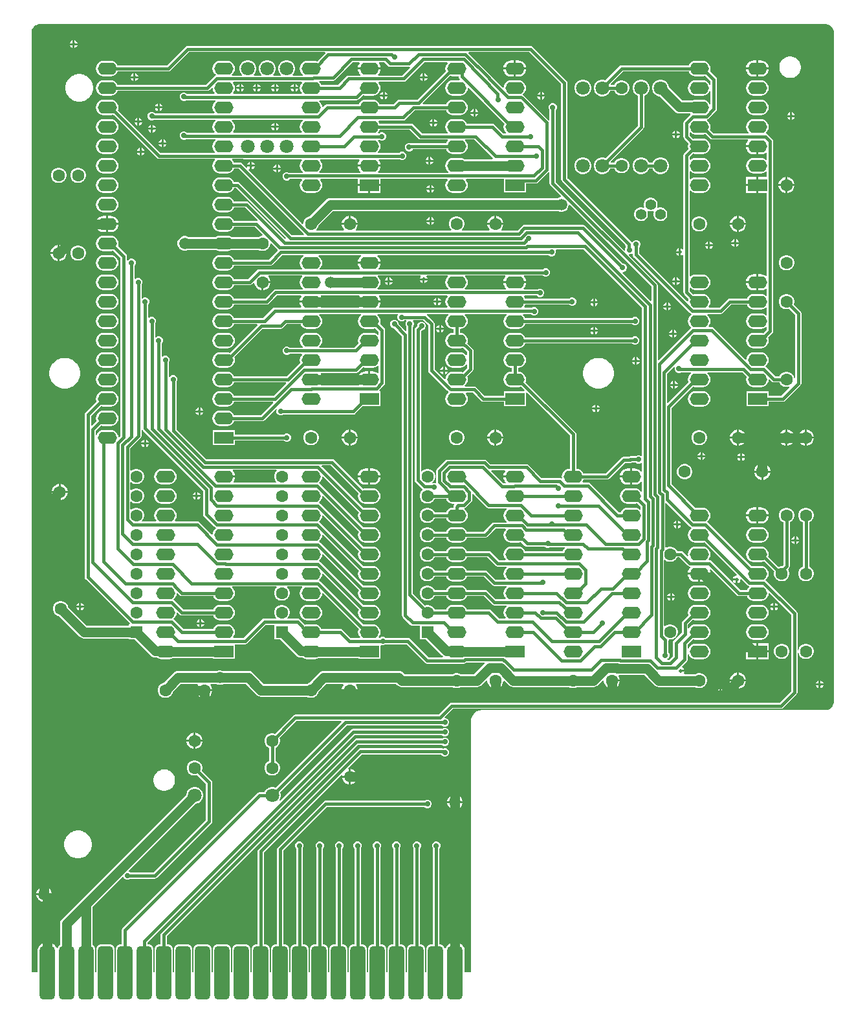
<source format=gtl>
G04*
G04 #@! TF.GenerationSoftware,Altium Limited,Altium Designer,21.1.0 (24)*
G04*
G04 Layer_Physical_Order=1*
G04 Layer_Color=255*
%FSLAX25Y25*%
%MOIN*%
G70*
G04*
G04 #@! TF.SameCoordinates,BF14F638-7A53-41FE-949C-024BEFE5BD35*
G04*
G04*
G04 #@! TF.FilePolarity,Positive*
G04*
G01*
G75*
G04:AMPARAMS|DCode=21|XSize=78.74mil|YSize=275.59mil|CornerRadius=19.68mil|HoleSize=0mil|Usage=FLASHONLY|Rotation=0.000|XOffset=0mil|YOffset=0mil|HoleType=Round|Shape=RoundedRectangle|*
%AMROUNDEDRECTD21*
21,1,0.07874,0.23622,0,0,0.0*
21,1,0.03937,0.27559,0,0,0.0*
1,1,0.03937,0.01968,-0.11811*
1,1,0.03937,-0.01968,-0.11811*
1,1,0.03937,-0.01968,0.11811*
1,1,0.03937,0.01968,0.11811*
%
%ADD21ROUNDEDRECTD21*%
%ADD22C,0.05118*%
%ADD23C,0.01575*%
%ADD24C,0.06299*%
%ADD25C,0.07087*%
%ADD26C,0.05512*%
%ADD27R,0.09843X0.06299*%
%ADD28O,0.09843X0.06299*%
%ADD29R,0.06299X0.06299*%
%ADD30C,0.01968*%
%ADD31C,0.02756*%
%ADD32C,0.05906*%
G36*
X184477Y486365D02*
X184998Y486017D01*
X185612Y485894D01*
X185612Y485894D01*
X195500D01*
X195500Y485894D01*
X195578Y485910D01*
X196125Y485509D01*
X196139Y485388D01*
X192081Y481330D01*
X179627D01*
X179457Y481830D01*
X179731Y482041D01*
X180396Y482907D01*
X180815Y483917D01*
X180891Y484500D01*
X175000D01*
X169109D01*
X169185Y483917D01*
X169604Y482907D01*
X170269Y482041D01*
X170543Y481830D01*
X170373Y481330D01*
X164339D01*
X163725Y481208D01*
X163204Y480860D01*
X163204Y480860D01*
X158950Y476606D01*
X150368D01*
X150211Y476986D01*
X149580Y477808D01*
X149108Y478170D01*
X149277Y478670D01*
X156413D01*
X156413Y478670D01*
X157028Y478792D01*
X157549Y479140D01*
X166527Y488119D01*
X169761D01*
X170007Y487619D01*
X169604Y487093D01*
X169185Y486083D01*
X169109Y485500D01*
X175000D01*
X180891D01*
X180815Y486083D01*
X180396Y487093D01*
X179993Y487619D01*
X180239Y488119D01*
X182723D01*
X184477Y486365D01*
D02*
G37*
G36*
X215275Y487619D02*
X214789Y486985D01*
X214393Y486028D01*
X214257Y485000D01*
X214393Y483972D01*
X214550Y483592D01*
X199925Y468968D01*
X190501D01*
X190501Y468968D01*
X189887Y468846D01*
X189366Y468498D01*
X189366Y468498D01*
X187474Y466606D01*
X180368D01*
X180211Y466986D01*
X179580Y467808D01*
X178757Y468439D01*
X177799Y468836D01*
X176772Y468971D01*
X173228D01*
X172201Y468836D01*
X171243Y468439D01*
X170420Y467808D01*
X169789Y466986D01*
X169632Y466606D01*
X153453D01*
X152839Y466483D01*
X152318Y466135D01*
X152318Y466135D01*
X151235Y465053D01*
X150712Y465236D01*
X150607Y466028D01*
X150211Y466986D01*
X149580Y467808D01*
X149108Y468170D01*
X149277Y468670D01*
X168504D01*
X168504Y468670D01*
X169118Y468792D01*
X169639Y469140D01*
X171821Y471322D01*
X172201Y471164D01*
X173228Y471029D01*
X176772D01*
X177799Y471164D01*
X178757Y471561D01*
X179580Y472192D01*
X180211Y473014D01*
X180607Y473972D01*
X180743Y475000D01*
X180607Y476028D01*
X180211Y476986D01*
X179725Y477619D01*
X179965Y478119D01*
X192747D01*
X192747Y478119D01*
X193361Y478241D01*
X193882Y478589D01*
X203412Y488119D01*
X215035D01*
X215275Y487619D01*
D02*
G37*
G36*
X140275Y477619D02*
X139789Y476986D01*
X139393Y476028D01*
X139257Y475000D01*
X139393Y473972D01*
X139789Y473014D01*
X140275Y472381D01*
X140035Y471881D01*
X104965D01*
X104725Y472381D01*
X105211Y473014D01*
X105607Y473972D01*
X105743Y475000D01*
X105607Y476028D01*
X105211Y476986D01*
X104725Y477619D01*
X104965Y478119D01*
X140035D01*
X140275Y477619D01*
D02*
G37*
G36*
X217201Y481164D02*
X218228Y481029D01*
X220683D01*
X221070Y480777D01*
X221192Y480163D01*
X221540Y479642D01*
X221711Y479471D01*
X221504Y478971D01*
X218228D01*
X217201Y478836D01*
X216243Y478439D01*
X215420Y477808D01*
X214789Y476986D01*
X214393Y476028D01*
X214257Y475000D01*
X214393Y473972D01*
X214789Y473014D01*
X215420Y472192D01*
X216243Y471561D01*
X217201Y471164D01*
X218228Y471029D01*
X221772D01*
X222799Y471164D01*
X223757Y471561D01*
X224580Y472192D01*
X225211Y473014D01*
X225607Y473972D01*
X225711Y474764D01*
X226235Y474947D01*
X244616Y456566D01*
X244393Y456028D01*
X244257Y455000D01*
X244393Y453972D01*
X244789Y453015D01*
X245420Y452192D01*
X245568Y452079D01*
X245407Y451606D01*
X243982D01*
X239453Y456135D01*
X238932Y456483D01*
X238317Y456606D01*
X238317Y456606D01*
X225368D01*
X225211Y456986D01*
X224580Y457808D01*
X223757Y458439D01*
X222799Y458836D01*
X221772Y458971D01*
X218228D01*
X217201Y458836D01*
X216243Y458439D01*
X215420Y457808D01*
X214789Y456986D01*
X214393Y456028D01*
X214257Y455000D01*
X214393Y453972D01*
X214789Y453015D01*
X215420Y452192D01*
X215568Y452079D01*
X215407Y451606D01*
X202142D01*
X197612Y456135D01*
X197091Y456483D01*
X196477Y456606D01*
X196477Y456606D01*
X180368D01*
X180211Y456986D01*
X179725Y457619D01*
X179965Y458119D01*
X192497D01*
X192497Y458119D01*
X193112Y458241D01*
X193633Y458589D01*
X198438Y463394D01*
X214632D01*
X214789Y463015D01*
X215420Y462192D01*
X216243Y461561D01*
X217201Y461164D01*
X218228Y461029D01*
X221772D01*
X222799Y461164D01*
X223757Y461561D01*
X224580Y462192D01*
X225211Y463015D01*
X225607Y463972D01*
X225743Y465000D01*
X225607Y466028D01*
X225211Y466986D01*
X224580Y467808D01*
X223757Y468439D01*
X222799Y468836D01*
X221772Y468971D01*
X218228D01*
X217201Y468836D01*
X216243Y468439D01*
X215420Y467808D01*
X214789Y466986D01*
X214632Y466606D01*
X202758D01*
X202567Y467068D01*
X216821Y481322D01*
X217201Y481164D01*
D02*
G37*
G36*
X140892Y458170D02*
X140420Y457808D01*
X139789Y456986D01*
X139393Y456028D01*
X139257Y455000D01*
X139393Y453972D01*
X139789Y453015D01*
X140275Y452381D01*
X140035Y451881D01*
X104965D01*
X104725Y452381D01*
X105211Y453015D01*
X105607Y453972D01*
X105743Y455000D01*
X105607Y456028D01*
X105211Y456986D01*
X104580Y457808D01*
X104108Y458170D01*
X104278Y458670D01*
X140723D01*
X140892Y458170D01*
D02*
G37*
G36*
X200342Y448865D02*
X200342Y448865D01*
X200863Y448517D01*
X201477Y448394D01*
X201477Y448394D01*
X215407D01*
X215568Y447921D01*
X215420Y447808D01*
X214789Y446985D01*
X214632Y446606D01*
X196075D01*
X195931Y446665D01*
X195069D01*
X194273Y446336D01*
X193664Y445727D01*
X193335Y444931D01*
Y444069D01*
X193664Y443273D01*
X194273Y442664D01*
X195069Y442335D01*
X195931D01*
X196727Y442664D01*
X197336Y443273D01*
X197386Y443394D01*
X214632D01*
X214789Y443014D01*
X215420Y442192D01*
X216243Y441561D01*
X217201Y441164D01*
X218228Y441029D01*
X221772D01*
X222799Y441164D01*
X223757Y441561D01*
X224580Y442192D01*
X225211Y443014D01*
X225607Y443972D01*
X225743Y445000D01*
X225607Y446028D01*
X225211Y446985D01*
X224580Y447808D01*
X224432Y447921D01*
X224593Y448394D01*
X229197D01*
X238716Y438875D01*
X238509Y438375D01*
X223840D01*
X223757Y438439D01*
X222799Y438836D01*
X221772Y438971D01*
X218228D01*
X217201Y438836D01*
X216243Y438439D01*
X215420Y437808D01*
X214789Y436985D01*
X214393Y436028D01*
X214257Y435000D01*
X214393Y433972D01*
X214789Y433014D01*
X215420Y432192D01*
X215892Y431830D01*
X215722Y431330D01*
X179627D01*
X179457Y431830D01*
X179731Y432041D01*
X180396Y432907D01*
X180815Y433917D01*
X180891Y434500D01*
X175000D01*
X169109D01*
X169185Y433917D01*
X169604Y432907D01*
X170269Y432041D01*
X170543Y431830D01*
X170373Y431330D01*
X149277D01*
X149108Y431830D01*
X149580Y432192D01*
X150211Y433014D01*
X150607Y433972D01*
X150743Y435000D01*
X150607Y436028D01*
X150211Y436985D01*
X149604Y437776D01*
X149642Y437992D01*
X149739Y438276D01*
X169894D01*
X170128Y437776D01*
X169604Y437093D01*
X169185Y436083D01*
X169109Y435500D01*
X175000D01*
X180891D01*
X180815Y436083D01*
X180396Y437093D01*
X179872Y437776D01*
X180106Y438276D01*
X190662D01*
X190773Y438164D01*
X191569Y437835D01*
X192431D01*
X193227Y438164D01*
X193836Y438773D01*
X194165Y439569D01*
Y440431D01*
X193836Y441227D01*
X193227Y441836D01*
X192431Y442165D01*
X191569D01*
X190773Y441836D01*
X190425Y441488D01*
X179483D01*
X179313Y441988D01*
X179580Y442192D01*
X180211Y443014D01*
X180607Y443972D01*
X180743Y445000D01*
X180607Y446028D01*
X180211Y446985D01*
X179580Y447808D01*
X179502Y447867D01*
X179660Y448338D01*
X180057Y448381D01*
X180273Y448164D01*
X181069Y447835D01*
X181931D01*
X182727Y448164D01*
X183336Y448773D01*
X183665Y449569D01*
Y450431D01*
X183336Y451227D01*
X182727Y451836D01*
X181931Y452165D01*
X181069D01*
X180273Y451836D01*
X180057Y451619D01*
X179660Y451662D01*
X179502Y452133D01*
X179580Y452192D01*
X180211Y453015D01*
X180368Y453394D01*
X195812D01*
X200342Y448865D01*
D02*
G37*
G36*
X341243Y451561D02*
X342201Y451164D01*
X343228Y451029D01*
X346772D01*
X347799Y451164D01*
X348179Y451322D01*
X350636Y448865D01*
X350636Y448865D01*
X351157Y448517D01*
X351772Y448394D01*
X351772Y448394D01*
X370098D01*
X370219Y447894D01*
X369604Y447093D01*
X369185Y446083D01*
X369109Y445500D01*
X375000D01*
Y445000D01*
X375500D01*
Y440815D01*
X376772D01*
X377855Y440957D01*
X378864Y441375D01*
X379390Y441779D01*
X379890Y441532D01*
Y438193D01*
X379390Y437953D01*
X378757Y438439D01*
X377799Y438836D01*
X376772Y438971D01*
X373228D01*
X372201Y438836D01*
X371243Y438439D01*
X370420Y437808D01*
X369789Y436985D01*
X369393Y436028D01*
X369257Y435000D01*
X369393Y433972D01*
X369789Y433014D01*
X370420Y432192D01*
X371243Y431561D01*
X372201Y431164D01*
X373228Y431029D01*
X376772D01*
X377799Y431164D01*
X378757Y431561D01*
X379390Y432047D01*
X379890Y431807D01*
Y429150D01*
X375500D01*
Y425000D01*
X375000D01*
D01*
X375500D01*
Y420850D01*
X379890D01*
Y378468D01*
X379390Y378221D01*
X378864Y378625D01*
X377855Y379043D01*
X376772Y379185D01*
X375500D01*
Y375000D01*
Y370815D01*
X376772D01*
X377855Y370957D01*
X378864Y371375D01*
X379390Y371779D01*
X379890Y371532D01*
Y368193D01*
X379390Y367953D01*
X378757Y368439D01*
X377799Y368836D01*
X376772Y368971D01*
X373228D01*
X372201Y368836D01*
X371243Y368439D01*
X370420Y367808D01*
X369789Y366986D01*
X369632Y366606D01*
X360885D01*
X360271Y366483D01*
X359750Y366135D01*
X359750Y366135D01*
X355496Y361881D01*
X349965D01*
X349725Y362381D01*
X350211Y363015D01*
X350607Y363972D01*
X350743Y365000D01*
X350607Y366028D01*
X350211Y366986D01*
X349580Y367808D01*
X348757Y368439D01*
X347799Y368836D01*
X346772Y368971D01*
X343228D01*
X342201Y368836D01*
X341821Y368678D01*
X340110Y370390D01*
Y371807D01*
X340610Y372047D01*
X341243Y371561D01*
X342201Y371164D01*
X343228Y371029D01*
X346772D01*
X347799Y371164D01*
X348757Y371561D01*
X349580Y372192D01*
X350211Y373014D01*
X350607Y373972D01*
X350743Y375000D01*
X350607Y376028D01*
X350211Y376986D01*
X349580Y377808D01*
X348757Y378439D01*
X347799Y378836D01*
X346772Y378971D01*
X343228D01*
X342201Y378836D01*
X341243Y378439D01*
X340610Y377953D01*
X340110Y378193D01*
Y421807D01*
X340610Y422047D01*
X341243Y421561D01*
X342201Y421164D01*
X343228Y421029D01*
X346772D01*
X347799Y421164D01*
X348757Y421561D01*
X349580Y422192D01*
X350211Y423014D01*
X350607Y423972D01*
X350743Y425000D01*
X350607Y426028D01*
X350211Y426986D01*
X349580Y427808D01*
X348757Y428439D01*
X347799Y428836D01*
X346772Y428971D01*
X343228D01*
X342201Y428836D01*
X341243Y428439D01*
X340610Y427953D01*
X340110Y428193D01*
Y431807D01*
X340610Y432047D01*
X341243Y431561D01*
X342201Y431164D01*
X343228Y431029D01*
X346772D01*
X347799Y431164D01*
X348757Y431561D01*
X349580Y432192D01*
X350211Y433014D01*
X350607Y433972D01*
X350743Y435000D01*
X350607Y436028D01*
X350211Y436985D01*
X349580Y437808D01*
X348757Y438439D01*
X347799Y438836D01*
X346772Y438971D01*
X343228D01*
X342201Y438836D01*
X341243Y438439D01*
X340610Y437953D01*
X340110Y438193D01*
Y439610D01*
X341821Y441322D01*
X342201Y441164D01*
X343228Y441029D01*
X346772D01*
X347799Y441164D01*
X348757Y441561D01*
X349580Y442192D01*
X350211Y443014D01*
X350607Y443972D01*
X350743Y445000D01*
X350607Y446028D01*
X350211Y446985D01*
X349580Y447808D01*
X348757Y448439D01*
X347799Y448836D01*
X346772Y448971D01*
X343228D01*
X342201Y448836D01*
X341821Y448678D01*
X340110Y450389D01*
Y451807D01*
X340610Y452047D01*
X341243Y451561D01*
D02*
G37*
G36*
X110380Y438276D02*
X140261D01*
X140358Y437992D01*
X140396Y437776D01*
X139789Y436985D01*
X139393Y436028D01*
X139257Y435000D01*
X139393Y433972D01*
X139789Y433014D01*
X140420Y432192D01*
X140892Y431830D01*
X140723Y431330D01*
X133732D01*
X133727Y431336D01*
X132931Y431665D01*
X132069D01*
X131273Y431336D01*
X130664Y430727D01*
X130335Y429931D01*
Y429069D01*
X130664Y428273D01*
X131273Y427664D01*
X132069Y427335D01*
X132931D01*
X133727Y427664D01*
X134181Y428119D01*
X140035D01*
X140275Y427619D01*
X139789Y426986D01*
X139393Y426028D01*
X139257Y425000D01*
X139393Y423972D01*
X139789Y423014D01*
X140420Y422192D01*
X141243Y421561D01*
X142201Y421164D01*
X143228Y421029D01*
X146772D01*
X147799Y421164D01*
X148757Y421561D01*
X149580Y422192D01*
X150211Y423014D01*
X150607Y423972D01*
X150743Y425000D01*
X150607Y426028D01*
X150211Y426986D01*
X149725Y427619D01*
X149965Y428119D01*
X169079D01*
Y425500D01*
X175000D01*
X180921D01*
Y428119D01*
X215035D01*
X215275Y427619D01*
X214789Y426986D01*
X214393Y426028D01*
X214257Y425000D01*
X214393Y423972D01*
X214789Y423014D01*
X215420Y422192D01*
X216243Y421561D01*
X217201Y421164D01*
X218228Y421029D01*
X221772D01*
X222799Y421164D01*
X223757Y421561D01*
X224580Y422192D01*
X225211Y423014D01*
X225607Y423972D01*
X225743Y425000D01*
X225607Y426028D01*
X225211Y426986D01*
X224725Y427619D01*
X224965Y428119D01*
X244291D01*
Y421063D01*
X255709D01*
Y425757D01*
X260681D01*
X260681Y425757D01*
X261296Y425879D01*
X261817Y426227D01*
X267394Y431805D01*
X267800Y431686D01*
X267894Y431617D01*
Y425903D01*
X267894Y425903D01*
X268017Y425288D01*
X268365Y424768D01*
X273930Y419202D01*
X273739Y418740D01*
X273508D01*
X272556Y418485D01*
X272366Y418375D01*
X155000D01*
X154126Y418260D01*
X153312Y417923D01*
X152613Y417387D01*
X144047Y408821D01*
X143480Y408669D01*
X142583Y408150D01*
X141850Y407417D01*
X141331Y406520D01*
X141063Y405518D01*
Y405180D01*
X140601Y404988D01*
X112768Y432821D01*
X113051Y433245D01*
X113500Y433059D01*
Y434500D01*
X112059D01*
X112245Y434051D01*
X111821Y433768D01*
X109454Y436135D01*
X108933Y436483D01*
X108319Y436606D01*
X108319Y436606D01*
X105368D01*
X105211Y436985D01*
X104580Y437808D01*
X104432Y437921D01*
X104593Y438394D01*
X109786D01*
X110380Y438276D01*
D02*
G37*
G36*
X320394Y372738D02*
Y365530D01*
X319932Y365338D01*
X305436Y379835D01*
X305643Y380335D01*
X305978D01*
X306774Y380664D01*
X307383Y381273D01*
X307713Y382069D01*
Y382931D01*
X307383Y383727D01*
X306774Y384336D01*
X305978Y384665D01*
X305605D01*
X286320Y403950D01*
X285800Y404298D01*
X285185Y404421D01*
X285185Y404421D01*
X254815D01*
X254201Y404298D01*
X253680Y403950D01*
X253680Y403950D01*
X251335Y401606D01*
X243181D01*
X242974Y402106D01*
X243320Y402452D01*
X243867Y403398D01*
X244150Y404454D01*
Y404500D01*
X240000D01*
X235850D01*
Y404454D01*
X236133Y403398D01*
X236680Y402452D01*
X237026Y402106D01*
X236819Y401606D01*
X222881D01*
X222673Y402106D01*
X223150Y402583D01*
X223669Y403480D01*
X223937Y404482D01*
Y405518D01*
X223669Y406520D01*
X223150Y407417D01*
X222417Y408150D01*
X221520Y408669D01*
X220518Y408937D01*
X219482D01*
X218480Y408669D01*
X217583Y408150D01*
X216850Y407417D01*
X216331Y406520D01*
X216063Y405518D01*
Y404482D01*
X216331Y403480D01*
X216850Y402583D01*
X217327Y402106D01*
X217120Y401606D01*
X168181D01*
X167974Y402106D01*
X168321Y402452D01*
X168867Y403398D01*
X169150Y404454D01*
Y404500D01*
X165000D01*
X160850D01*
Y404454D01*
X161133Y403398D01*
X161679Y402452D01*
X162026Y402106D01*
X161819Y401606D01*
X147880D01*
X147673Y402106D01*
X148150Y402583D01*
X148669Y403480D01*
X148821Y404047D01*
X156398Y411625D01*
X272366D01*
X272556Y411515D01*
X273508Y411260D01*
X274492D01*
X275444Y411515D01*
X276296Y412007D01*
X276993Y412704D01*
X277485Y413556D01*
X277740Y414508D01*
Y414739D01*
X278202Y414930D01*
X320394Y372738D01*
D02*
G37*
G36*
X273894Y476835D02*
Y428000D01*
X273894Y428000D01*
X274017Y427386D01*
X274365Y426865D01*
X307237Y393992D01*
Y392846D01*
X307164Y392774D01*
X306835Y391978D01*
Y391546D01*
X306335Y391339D01*
X271106Y426568D01*
Y463543D01*
X271336Y463773D01*
X271665Y464569D01*
Y465431D01*
X271336Y466227D01*
X270727Y466836D01*
X269931Y467165D01*
X269069D01*
X268273Y466836D01*
X267664Y466227D01*
X267335Y465431D01*
Y464569D01*
X267664Y463773D01*
X267894Y463543D01*
Y458517D01*
X267800Y458448D01*
X267394Y458329D01*
X254864Y470860D01*
X254798Y470904D01*
X254331Y471371D01*
X254254Y471543D01*
X254241Y471933D01*
X254580Y472192D01*
X255211Y473014D01*
X255607Y473972D01*
X255743Y475000D01*
X255607Y476028D01*
X255211Y476986D01*
X254580Y477808D01*
X253757Y478439D01*
X252799Y478836D01*
X251772Y478971D01*
X248228D01*
X247201Y478836D01*
X246243Y478439D01*
X245420Y477808D01*
X244789Y476986D01*
X244393Y476028D01*
X244288Y475236D01*
X243765Y475053D01*
X238237Y480581D01*
X238219Y480673D01*
X237871Y481194D01*
X226132Y492932D01*
X226323Y493394D01*
X257335D01*
X273894Y476835D01*
D02*
G37*
G36*
X315583Y361805D02*
Y285761D01*
X315121Y285570D01*
X315041Y285650D01*
X314245Y285980D01*
X313384D01*
X312588Y285650D01*
X312358Y285420D01*
X309601D01*
X308987Y285298D01*
X308699Y285106D01*
X305977D01*
X305977Y285106D01*
X305363Y284983D01*
X304842Y284635D01*
X304842Y284635D01*
X296812Y276606D01*
X285368D01*
X285211Y276986D01*
X284580Y277808D01*
X283757Y278439D01*
X282799Y278836D01*
X281772Y278971D01*
X281606D01*
Y296772D01*
X281606Y296772D01*
X281483Y297386D01*
X281135Y297907D01*
X281135Y297907D01*
X255450Y323592D01*
X255607Y323972D01*
X255743Y325000D01*
X255607Y326028D01*
X255211Y326986D01*
X254580Y327808D01*
X253757Y328439D01*
X252799Y328836D01*
X251772Y328971D01*
X251606D01*
Y331029D01*
X251772D01*
X252799Y331164D01*
X253757Y331561D01*
X254580Y332192D01*
X255211Y333014D01*
X255607Y333972D01*
X255743Y335000D01*
X255607Y336028D01*
X255211Y336985D01*
X254580Y337808D01*
X253757Y338439D01*
X252799Y338836D01*
X251772Y338971D01*
X248228D01*
X247201Y338836D01*
X246243Y338439D01*
X245420Y337808D01*
X244789Y336985D01*
X244393Y336028D01*
X244257Y335000D01*
X244393Y333972D01*
X244789Y333014D01*
X245420Y332192D01*
X246243Y331561D01*
X247201Y331164D01*
X248228Y331029D01*
X248394D01*
Y328971D01*
X248228D01*
X247201Y328836D01*
X246243Y328439D01*
X245420Y327808D01*
X244789Y326986D01*
X244393Y326028D01*
X244257Y325000D01*
X244393Y323972D01*
X244789Y323014D01*
X245420Y322192D01*
X246243Y321561D01*
X247201Y321164D01*
X248228Y321029D01*
X251772D01*
X252799Y321164D01*
X253179Y321322D01*
X255102Y319399D01*
X254911Y318937D01*
X244291D01*
Y316606D01*
X234460D01*
X230206Y320860D01*
X229685Y321208D01*
X229071Y321330D01*
X229071Y321330D01*
X224277D01*
X224108Y321830D01*
X224580Y322192D01*
X225211Y323014D01*
X225607Y323972D01*
X225743Y325000D01*
X225607Y326028D01*
X225450Y326408D01*
X228135Y329093D01*
X228135Y329093D01*
X228483Y329614D01*
X228606Y330228D01*
Y339772D01*
X228483Y340386D01*
X228135Y340907D01*
X228135Y340907D01*
X225450Y343592D01*
X225607Y343972D01*
X225743Y345000D01*
X225607Y346028D01*
X225211Y346986D01*
X224580Y347808D01*
X223757Y348439D01*
X222799Y348836D01*
X221772Y348971D01*
X221606D01*
Y351029D01*
X221772D01*
X222799Y351164D01*
X223757Y351561D01*
X224580Y352192D01*
X225211Y353014D01*
X225607Y353972D01*
X225743Y355000D01*
X225607Y356028D01*
X225211Y356985D01*
X224580Y357808D01*
X224108Y358170D01*
X224277Y358670D01*
X245723D01*
X245892Y358170D01*
X245420Y357808D01*
X244789Y356985D01*
X244393Y356028D01*
X244257Y355000D01*
X244393Y353972D01*
X244789Y353014D01*
X245420Y352192D01*
X246243Y351561D01*
X247201Y351164D01*
X248228Y351029D01*
X251772D01*
X252799Y351164D01*
X253757Y351561D01*
X254580Y352192D01*
X255211Y353014D01*
X255368Y353394D01*
X310496D01*
X310726Y353164D01*
X311522Y352835D01*
X312384D01*
X313179Y353164D01*
X313789Y353773D01*
X314118Y354569D01*
Y355431D01*
X313789Y356227D01*
X313179Y356836D01*
X312384Y357165D01*
X311522D01*
X310726Y356836D01*
X310496Y356606D01*
X255368D01*
X255211Y356985D01*
X254580Y357808D01*
X254108Y358170D01*
X254277Y358670D01*
X258268D01*
X258773Y358164D01*
X259569Y357835D01*
X260431D01*
X261227Y358164D01*
X261836Y358773D01*
X262165Y359569D01*
Y360431D01*
X261836Y361227D01*
X261227Y361836D01*
X260431Y362165D01*
X259569D01*
X258883Y361881D01*
X254965D01*
X254725Y362381D01*
X255211Y363015D01*
X255368Y363394D01*
X278043D01*
X278273Y363164D01*
X279069Y362835D01*
X279931D01*
X280727Y363164D01*
X281336Y363773D01*
X281665Y364569D01*
Y365431D01*
X281336Y366227D01*
X280727Y366836D01*
X279931Y367165D01*
X279069D01*
X278273Y366836D01*
X278043Y366606D01*
X255368D01*
X255211Y366986D01*
X254725Y367619D01*
X254965Y368119D01*
X261319D01*
X261773Y367664D01*
X262569Y367335D01*
X263431D01*
X264227Y367664D01*
X264836Y368273D01*
X265165Y369069D01*
Y369931D01*
X264836Y370727D01*
X264227Y371336D01*
X263431Y371665D01*
X262569D01*
X261773Y371336D01*
X261768Y371330D01*
X254627D01*
X254457Y371830D01*
X254731Y372041D01*
X255396Y372907D01*
X255815Y373917D01*
X255891Y374500D01*
X250000D01*
X244109D01*
X244185Y373917D01*
X244604Y372907D01*
X245269Y372041D01*
X245543Y371830D01*
X245373Y371330D01*
X224277D01*
X224108Y371830D01*
X224580Y372192D01*
X225211Y373014D01*
X225607Y373972D01*
X225743Y375000D01*
X225607Y376028D01*
X225211Y376986D01*
X224580Y377808D01*
X224432Y377921D01*
X224593Y378394D01*
X245098D01*
X245219Y377894D01*
X244604Y377093D01*
X244185Y376083D01*
X244109Y375500D01*
X250000D01*
X255891D01*
X255815Y376083D01*
X255396Y377093D01*
X254781Y377894D01*
X254902Y378394D01*
X264543D01*
X264773Y378164D01*
X265569Y377835D01*
X266431D01*
X267227Y378164D01*
X267836Y378773D01*
X268165Y379569D01*
Y380431D01*
X267836Y381227D01*
X267227Y381836D01*
X266431Y382165D01*
X265569D01*
X264773Y381836D01*
X264543Y381606D01*
X179902D01*
X179781Y382106D01*
X180396Y382907D01*
X180815Y383917D01*
X180891Y384500D01*
X175000D01*
X169109D01*
X169185Y383917D01*
X169604Y382907D01*
X170219Y382106D01*
X170098Y381606D01*
X149593D01*
X149432Y382079D01*
X149580Y382192D01*
X150211Y383014D01*
X150607Y383972D01*
X150743Y385000D01*
X150607Y386028D01*
X150211Y386985D01*
X149580Y387808D01*
X148815Y388394D01*
X148826Y388598D01*
X148955Y388894D01*
X170666D01*
X170835Y388394D01*
X170269Y387960D01*
X169604Y387093D01*
X169185Y386083D01*
X169109Y385500D01*
X175000D01*
X180891D01*
X180815Y386083D01*
X180396Y387093D01*
X179731Y387960D01*
X179165Y388394D01*
X179334Y388894D01*
X267543D01*
X267773Y388664D01*
X268569Y388335D01*
X269431D01*
X270227Y388664D01*
X270836Y389273D01*
X271165Y390069D01*
Y390931D01*
X270993Y391347D01*
X271327Y391847D01*
X285542D01*
X315583Y361805D01*
D02*
G37*
G36*
X215568Y377921D02*
X215420Y377808D01*
X214789Y376986D01*
X214393Y376028D01*
X214257Y375000D01*
X214393Y373972D01*
X214789Y373014D01*
X215420Y372192D01*
X215892Y371830D01*
X215722Y371330D01*
X179278D01*
X179108Y371830D01*
X179580Y372192D01*
X180211Y373014D01*
X180607Y373972D01*
X180743Y375000D01*
X180607Y376028D01*
X180211Y376986D01*
X179580Y377808D01*
X179432Y377921D01*
X179593Y378394D01*
X201381D01*
X201588Y377894D01*
X201318Y377624D01*
X201059Y377000D01*
X204941D01*
X204682Y377624D01*
X204412Y377894D01*
X204619Y378394D01*
X215407D01*
X215568Y377921D01*
D02*
G37*
G36*
X215892Y358170D02*
X215420Y357808D01*
X214789Y356985D01*
X214393Y356028D01*
X214257Y355000D01*
X214393Y353972D01*
X214789Y353014D01*
X215420Y352192D01*
X216243Y351561D01*
X217201Y351164D01*
X218228Y351029D01*
X218394D01*
Y348971D01*
X218228D01*
X217201Y348836D01*
X216243Y348439D01*
X215420Y347808D01*
X214789Y346986D01*
X214393Y346028D01*
X214257Y345000D01*
X214393Y343972D01*
X214789Y343015D01*
X215420Y342192D01*
X216243Y341561D01*
X217201Y341164D01*
X218228Y341029D01*
X221772D01*
X222799Y341164D01*
X223179Y341322D01*
X225394Y339107D01*
Y337567D01*
X224894Y337398D01*
X224580Y337808D01*
X223757Y338439D01*
X222799Y338836D01*
X221772Y338971D01*
X218228D01*
X217201Y338836D01*
X216243Y338439D01*
X215420Y337808D01*
X214789Y336985D01*
X214393Y336028D01*
X214257Y335000D01*
X214393Y333972D01*
X214789Y333014D01*
X215420Y332192D01*
X216243Y331561D01*
X217201Y331164D01*
X218228Y331029D01*
X221772D01*
X222799Y331164D01*
X223757Y331561D01*
X224580Y332192D01*
X224894Y332602D01*
X225394Y332433D01*
Y330893D01*
X223179Y328678D01*
X222799Y328836D01*
X221772Y328971D01*
X218228D01*
X217201Y328836D01*
X216243Y328439D01*
X215420Y327808D01*
X214789Y326986D01*
X214393Y326028D01*
X214288Y325236D01*
X213765Y325053D01*
X208606Y330212D01*
Y353500D01*
X208606Y353500D01*
X208483Y354115D01*
X208135Y354635D01*
X208135Y354635D01*
X204635Y358135D01*
X204584Y358170D01*
X204735Y358670D01*
X215722D01*
X215892Y358170D01*
D02*
G37*
G36*
X310780Y389612D02*
Y389161D01*
X310780Y389161D01*
X310902Y388547D01*
X311250Y388026D01*
X340136Y359140D01*
X340657Y358792D01*
X340835Y358757D01*
X340960Y358222D01*
X340420Y357808D01*
X339789Y356985D01*
X339393Y356028D01*
X339257Y355000D01*
X339393Y353972D01*
X339789Y353014D01*
X340420Y352192D01*
X340748Y351940D01*
X340735Y351519D01*
X340657Y351380D01*
X324068Y334791D01*
X323606Y334983D01*
Y373403D01*
X323483Y374017D01*
X323135Y374538D01*
X323135Y374538D01*
X308792Y388882D01*
X308999Y389382D01*
X309431D01*
X310227Y389711D01*
X310318Y389803D01*
X310780Y389612D01*
D02*
G37*
G36*
X179894Y331814D02*
Y328465D01*
X179394Y328218D01*
X178864Y328625D01*
X177855Y329043D01*
X176772Y329185D01*
X175500D01*
Y325000D01*
X175000D01*
Y324500D01*
X169109D01*
X169185Y323917D01*
X169604Y322907D01*
X170007Y322381D01*
X169761Y321881D01*
X150239D01*
X149993Y322381D01*
X150396Y322907D01*
X150814Y323917D01*
X150891Y324500D01*
X145000D01*
Y325500D01*
X150891D01*
X150814Y326083D01*
X150396Y327093D01*
X149993Y327619D01*
X150239Y328119D01*
X167953D01*
X167953Y328119D01*
X168567Y328241D01*
X169088Y328589D01*
X171821Y331322D01*
X172201Y331164D01*
X173228Y331029D01*
X176772D01*
X177799Y331164D01*
X178757Y331561D01*
X179394Y332050D01*
X179894Y331814D01*
D02*
G37*
G36*
X5142Y507839D02*
X410142Y507839D01*
X410555Y507839D01*
X411365Y507678D01*
X412128Y507362D01*
X412815Y506903D01*
X413399Y506319D01*
X413858Y505632D01*
X414174Y504869D01*
X414335Y504059D01*
X414335Y503646D01*
X414335Y158970D01*
X414335Y158567D01*
X414178Y157776D01*
X413869Y157032D01*
X413421Y156361D01*
X412851Y155791D01*
X412181Y155344D01*
X411436Y155035D01*
X410646Y154878D01*
X233343D01*
X233318Y154873D01*
X233293Y154877D01*
X232802Y154852D01*
X232729Y154834D01*
X232653D01*
X231691Y154643D01*
X231598Y154604D01*
X231500Y154585D01*
X230593Y154209D01*
X230510Y154154D01*
X230417Y154115D01*
X229602Y153570D01*
X229531Y153499D01*
X229447Y153443D01*
X228753Y152750D01*
X228698Y152666D01*
X228627Y152595D01*
X228082Y151780D01*
X228043Y151687D01*
X227988Y151603D01*
X227612Y150697D01*
X227592Y150599D01*
X227554Y150506D01*
X227363Y149544D01*
Y149468D01*
X227344Y149395D01*
X227320Y148904D01*
X227324Y148879D01*
X227319Y148854D01*
X227319Y19803D01*
X224132D01*
Y31496D01*
X224030Y32271D01*
X223731Y32993D01*
X223255Y33613D01*
X222635Y34089D01*
X221913Y34388D01*
X221138Y34490D01*
X217201D01*
X216426Y34388D01*
X215704Y34089D01*
X215084Y33613D01*
X214608Y32993D01*
X214309Y32271D01*
X213907Y32225D01*
X213803Y32263D01*
X213545Y32886D01*
X213103Y33462D01*
X212528Y33903D01*
X211857Y34181D01*
X211138Y34276D01*
X210940D01*
Y83378D01*
X211336Y83773D01*
X211665Y84569D01*
Y85431D01*
X211336Y86227D01*
X210727Y86836D01*
X209931Y87165D01*
X209069D01*
X208273Y86836D01*
X207664Y86227D01*
X207335Y85431D01*
Y84569D01*
X207664Y83773D01*
X207729Y83709D01*
Y34276D01*
X207201D01*
X206481Y34181D01*
X205811Y33903D01*
X205235Y33462D01*
X204794Y32886D01*
X204516Y32215D01*
X204421Y31496D01*
Y19803D01*
X203918D01*
Y31496D01*
X203823Y32215D01*
X203545Y32886D01*
X203103Y33462D01*
X202528Y33903D01*
X201857Y34181D01*
X201138Y34276D01*
X200940D01*
Y83378D01*
X201336Y83773D01*
X201665Y84569D01*
Y85431D01*
X201336Y86227D01*
X200727Y86836D01*
X199931Y87165D01*
X199069D01*
X198273Y86836D01*
X197664Y86227D01*
X197335Y85431D01*
Y84569D01*
X197664Y83773D01*
X197729Y83709D01*
Y34276D01*
X197201D01*
X196481Y34181D01*
X195811Y33903D01*
X195235Y33462D01*
X194793Y32886D01*
X194516Y32215D01*
X194421Y31496D01*
Y19803D01*
X193918D01*
Y31496D01*
X193823Y32215D01*
X193545Y32886D01*
X193103Y33462D01*
X192528Y33903D01*
X191857Y34181D01*
X191138Y34276D01*
X190690D01*
Y83628D01*
X190836Y83773D01*
X191165Y84569D01*
Y85431D01*
X190836Y86227D01*
X190227Y86836D01*
X189431Y87165D01*
X188569D01*
X187773Y86836D01*
X187164Y86227D01*
X186835Y85431D01*
Y84569D01*
X187164Y83773D01*
X187479Y83459D01*
Y34276D01*
X187201D01*
X186481Y34181D01*
X185811Y33903D01*
X185235Y33462D01*
X184793Y32886D01*
X184516Y32215D01*
X184421Y31496D01*
Y19803D01*
X183917D01*
Y31496D01*
X183823Y32215D01*
X183545Y32886D01*
X183103Y33462D01*
X182528Y33903D01*
X181857Y34181D01*
X181138Y34276D01*
X180690D01*
Y83628D01*
X180836Y83773D01*
X181165Y84569D01*
Y85431D01*
X180836Y86227D01*
X180227Y86836D01*
X179431Y87165D01*
X178569D01*
X177773Y86836D01*
X177164Y86227D01*
X176835Y85431D01*
Y84569D01*
X177164Y83773D01*
X177479Y83459D01*
Y34276D01*
X177201D01*
X176481Y34181D01*
X175811Y33903D01*
X175235Y33462D01*
X174794Y32886D01*
X174516Y32215D01*
X174421Y31496D01*
Y19803D01*
X173917D01*
Y31496D01*
X173823Y32215D01*
X173545Y32886D01*
X173103Y33462D01*
X172528Y33903D01*
X171857Y34181D01*
X171138Y34276D01*
X170690D01*
Y83628D01*
X170836Y83773D01*
X171165Y84569D01*
Y85431D01*
X170836Y86227D01*
X170227Y86836D01*
X169431Y87165D01*
X168569D01*
X167773Y86836D01*
X167164Y86227D01*
X166835Y85431D01*
Y84569D01*
X167164Y83773D01*
X167479Y83459D01*
Y34276D01*
X167201D01*
X166481Y34181D01*
X165811Y33903D01*
X165235Y33462D01*
X164794Y32886D01*
X164516Y32215D01*
X164421Y31496D01*
Y19803D01*
X163918D01*
Y31496D01*
X163823Y32215D01*
X163545Y32886D01*
X163103Y33462D01*
X162528Y33903D01*
X161857Y34181D01*
X161138Y34276D01*
X160940D01*
Y83378D01*
X161336Y83773D01*
X161665Y84569D01*
Y85431D01*
X161336Y86227D01*
X160727Y86836D01*
X159931Y87165D01*
X159069D01*
X158273Y86836D01*
X157664Y86227D01*
X157335Y85431D01*
Y84569D01*
X157664Y83773D01*
X157729Y83709D01*
Y34276D01*
X157201D01*
X156481Y34181D01*
X155811Y33903D01*
X155235Y33462D01*
X154794Y32886D01*
X154516Y32215D01*
X154421Y31496D01*
Y19803D01*
X153918D01*
Y31496D01*
X153823Y32215D01*
X153545Y32886D01*
X153103Y33462D01*
X152528Y33903D01*
X151857Y34181D01*
X151138Y34276D01*
X150940D01*
Y83378D01*
X151336Y83773D01*
X151665Y84569D01*
Y85431D01*
X151336Y86227D01*
X150727Y86836D01*
X149931Y87165D01*
X149069D01*
X148273Y86836D01*
X147664Y86227D01*
X147335Y85431D01*
Y84569D01*
X147664Y83773D01*
X147729Y83709D01*
Y34276D01*
X147201D01*
X146481Y34181D01*
X145811Y33903D01*
X145235Y33462D01*
X144793Y32886D01*
X144516Y32215D01*
X144421Y31496D01*
Y19803D01*
X143918D01*
Y31496D01*
X143823Y32215D01*
X143545Y32886D01*
X143103Y33462D01*
X142528Y33903D01*
X141857Y34181D01*
X141138Y34276D01*
X140690D01*
Y83628D01*
X140836Y83773D01*
X141165Y84569D01*
Y85431D01*
X140836Y86227D01*
X140227Y86836D01*
X139431Y87165D01*
X138569D01*
X137773Y86836D01*
X137164Y86227D01*
X136835Y85431D01*
Y84569D01*
X137164Y83773D01*
X137479Y83459D01*
Y34276D01*
X137201D01*
X136481Y34181D01*
X135811Y33903D01*
X135235Y33462D01*
X134793Y32886D01*
X134516Y32215D01*
X134421Y31496D01*
Y19803D01*
X133917D01*
Y31496D01*
X133823Y32215D01*
X133545Y32886D01*
X133103Y33462D01*
X132528Y33903D01*
X131857Y34181D01*
X131138Y34276D01*
X130775D01*
Y82504D01*
X153165Y104894D01*
X203543D01*
X203773Y104664D01*
X204569Y104335D01*
X205431D01*
X206227Y104664D01*
X206836Y105273D01*
X207165Y106069D01*
Y106931D01*
X206836Y107727D01*
X206227Y108336D01*
X205431Y108665D01*
X204569D01*
X203773Y108336D01*
X203543Y108106D01*
X152500D01*
X152500Y108106D01*
X151885Y107983D01*
X151365Y107635D01*
X151365Y107635D01*
X128034Y84305D01*
X127686Y83784D01*
X127564Y83169D01*
X127564Y83169D01*
Y34276D01*
X127201D01*
X126481Y34181D01*
X125811Y33903D01*
X125235Y33462D01*
X124794Y32886D01*
X124516Y32215D01*
X124421Y31496D01*
Y19803D01*
X123917D01*
Y31496D01*
X123823Y32215D01*
X123545Y32886D01*
X123103Y33462D01*
X122528Y33903D01*
X121857Y34181D01*
X121138Y34276D01*
X120775D01*
Y81504D01*
X160617Y121346D01*
X161065Y121087D01*
X161047Y121020D01*
Y121000D01*
X164500D01*
Y124453D01*
X164480D01*
X164413Y124435D01*
X164154Y124883D01*
X171165Y131894D01*
X212097D01*
X212121Y131879D01*
X212164Y131773D01*
X212773Y131164D01*
X213569Y130835D01*
X214431D01*
X215227Y131164D01*
X215836Y131773D01*
X216165Y132569D01*
Y133431D01*
X215836Y134227D01*
X215227Y134836D01*
X214431Y135165D01*
X213569D01*
X213178Y135003D01*
X212665Y135106D01*
X212665Y135106D01*
X170500D01*
X170500Y135106D01*
X169886Y134983D01*
X169365Y134635D01*
X169365Y134635D01*
X118034Y83305D01*
X117686Y82784D01*
X117564Y82169D01*
X117564Y82169D01*
Y34276D01*
X117201D01*
X116481Y34181D01*
X115811Y33903D01*
X115235Y33462D01*
X114794Y32886D01*
X114516Y32215D01*
X114421Y31496D01*
Y19803D01*
X113918D01*
Y31496D01*
X113823Y32215D01*
X113545Y32886D01*
X113103Y33462D01*
X112528Y33903D01*
X111857Y34181D01*
X111138Y34276D01*
X107201D01*
X106481Y34181D01*
X105811Y33903D01*
X105235Y33462D01*
X104794Y32886D01*
X104516Y32215D01*
X104421Y31496D01*
Y19803D01*
X103918D01*
Y31496D01*
X103823Y32215D01*
X103545Y32886D01*
X103103Y33462D01*
X102528Y33903D01*
X101857Y34181D01*
X101138Y34276D01*
X97201D01*
X96481Y34181D01*
X95811Y33903D01*
X95235Y33462D01*
X94793Y32886D01*
X94516Y32215D01*
X94421Y31496D01*
Y19803D01*
X93918D01*
Y31496D01*
X93823Y32215D01*
X93545Y32886D01*
X93103Y33462D01*
X92528Y33903D01*
X91857Y34181D01*
X91138Y34276D01*
X87201D01*
X86481Y34181D01*
X85811Y33903D01*
X85235Y33462D01*
X84794Y32886D01*
X84516Y32215D01*
X84421Y31496D01*
Y19803D01*
X83917D01*
Y31496D01*
X83823Y32215D01*
X83545Y32886D01*
X83103Y33462D01*
X82528Y33903D01*
X81857Y34181D01*
X81138Y34276D01*
X77201D01*
X76481Y34181D01*
X75811Y33903D01*
X75235Y33462D01*
X74793Y32886D01*
X74516Y32215D01*
X74421Y31496D01*
Y19803D01*
X73918D01*
Y31496D01*
X73823Y32215D01*
X73545Y32886D01*
X73103Y33462D01*
X72528Y33903D01*
X71857Y34181D01*
X71138Y34276D01*
X70775D01*
Y38504D01*
X169165Y136894D01*
X212543D01*
X212773Y136664D01*
X213569Y136335D01*
X214431D01*
X215227Y136664D01*
X215836Y137273D01*
X216165Y138069D01*
Y138931D01*
X215836Y139727D01*
X215227Y140336D01*
X214431Y140665D01*
X213569D01*
X212773Y140336D01*
X212543Y140106D01*
X168500D01*
X168500Y140106D01*
X167885Y139983D01*
X167365Y139635D01*
X167365Y139635D01*
X68034Y40305D01*
X67686Y39784D01*
X67564Y39169D01*
X67564Y39169D01*
Y34276D01*
X67201D01*
X66481Y34181D01*
X65811Y33903D01*
X65235Y33462D01*
X64793Y32886D01*
X64516Y32215D01*
X64421Y31496D01*
Y19803D01*
X63917D01*
Y31496D01*
X63823Y32215D01*
X63545Y32886D01*
X63103Y33462D01*
X62528Y33903D01*
X61857Y34181D01*
X61138Y34276D01*
X60775D01*
Y35307D01*
X167362Y141894D01*
X212543D01*
X212773Y141664D01*
X213569Y141335D01*
X214431D01*
X215227Y141664D01*
X215836Y142273D01*
X216165Y143069D01*
Y143931D01*
X215836Y144727D01*
X215227Y145336D01*
X214431Y145665D01*
X213569D01*
X212773Y145336D01*
X212543Y145106D01*
X166697D01*
X166082Y144983D01*
X165561Y144635D01*
X165561Y144635D01*
X129005Y108079D01*
X128605Y108386D01*
X129036Y109132D01*
X129331Y110233D01*
Y111373D01*
X129036Y112475D01*
X129001Y112534D01*
X163362Y146894D01*
X212543D01*
X212773Y146664D01*
X213569Y146335D01*
X214431D01*
X215227Y146664D01*
X215836Y147273D01*
X216165Y148069D01*
Y148931D01*
X215836Y149727D01*
X215227Y150336D01*
X214431Y150665D01*
X214143D01*
X213936Y151165D01*
X218165Y155394D01*
X387000D01*
X387000Y155394D01*
X387614Y155517D01*
X388135Y155865D01*
X395135Y162865D01*
X395135Y162865D01*
X395483Y163385D01*
X395606Y164000D01*
Y184257D01*
X396106Y184323D01*
X396331Y183480D01*
X396850Y182583D01*
X397583Y181850D01*
X398480Y181331D01*
X399482Y181063D01*
X400518D01*
X401520Y181331D01*
X402417Y181850D01*
X403150Y182583D01*
X403669Y183480D01*
X403937Y184482D01*
Y185518D01*
X403669Y186520D01*
X403150Y187417D01*
X402417Y188150D01*
X401520Y188669D01*
X400518Y188937D01*
X399482D01*
X398480Y188669D01*
X397583Y188150D01*
X396850Y187417D01*
X396331Y186520D01*
X396106Y185678D01*
X395606Y185743D01*
Y204453D01*
X395483Y205067D01*
X395135Y205588D01*
X395135Y205588D01*
X379343Y221380D01*
X379265Y221519D01*
X379252Y221940D01*
X379580Y222192D01*
X380211Y223014D01*
X380607Y223972D01*
X380743Y225000D01*
X380607Y226028D01*
X380211Y226986D01*
X379580Y227808D01*
X378757Y228439D01*
X377799Y228836D01*
X376772Y228971D01*
X373228D01*
X372201Y228836D01*
X371980Y228744D01*
X349343Y251380D01*
X349266Y251519D01*
X349252Y251940D01*
X349580Y252192D01*
X350211Y253014D01*
X350607Y253972D01*
X350743Y255000D01*
X350607Y256028D01*
X350211Y256985D01*
X349580Y257808D01*
X348757Y258439D01*
X347799Y258836D01*
X346772Y258971D01*
X343228D01*
X342856Y258922D01*
X330692Y271085D01*
Y310193D01*
X341821Y321322D01*
X342201Y321164D01*
X343228Y321029D01*
X346772D01*
X347799Y321164D01*
X348757Y321561D01*
X349580Y322192D01*
X350211Y323014D01*
X350607Y323972D01*
X350743Y325000D01*
X350607Y326028D01*
X350211Y326986D01*
X349580Y327808D01*
X349108Y328170D01*
X349277Y328670D01*
X367266D01*
X369544Y326392D01*
X369393Y326028D01*
X369257Y325000D01*
X369393Y323972D01*
X369789Y323014D01*
X370420Y322192D01*
X371243Y321561D01*
X372201Y321164D01*
X373228Y321029D01*
X376772D01*
X377799Y321164D01*
X378757Y321561D01*
X379580Y322192D01*
X380211Y323014D01*
X380607Y323972D01*
X380712Y324764D01*
X381235Y324947D01*
X382318Y323865D01*
X382839Y323517D01*
X383453Y323394D01*
X386381D01*
X386850Y322583D01*
X387583Y321850D01*
X388480Y321331D01*
X389482Y321063D01*
X390518D01*
X391293Y321270D01*
X391551Y320822D01*
X387335Y316606D01*
X380709D01*
Y318937D01*
X369291D01*
Y311063D01*
X380709D01*
Y313394D01*
X388000D01*
X388000Y313394D01*
X388615Y313517D01*
X389135Y313865D01*
X397135Y321865D01*
X397135Y321865D01*
X397483Y322386D01*
X397606Y323000D01*
X397606Y323000D01*
Y359000D01*
X397483Y359614D01*
X397135Y360135D01*
X393694Y363576D01*
X393937Y364482D01*
Y365518D01*
X393669Y366520D01*
X393150Y367417D01*
X392417Y368150D01*
X391520Y368669D01*
X390518Y368937D01*
X389482D01*
X388480Y368669D01*
X387583Y368150D01*
X386850Y367417D01*
X386331Y366520D01*
X386063Y365518D01*
Y364482D01*
X386331Y363480D01*
X386850Y362583D01*
X387583Y361850D01*
X388480Y361331D01*
X389482Y361063D01*
X390518D01*
X391424Y361306D01*
X394394Y358335D01*
Y325743D01*
X393894Y325677D01*
X393669Y326520D01*
X393150Y327417D01*
X392417Y328150D01*
X391520Y328669D01*
X390518Y328937D01*
X389482D01*
X388480Y328669D01*
X387583Y328150D01*
X386850Y327417D01*
X386381Y326606D01*
X384118D01*
X379343Y331381D01*
X379265Y331519D01*
X379252Y331941D01*
X379580Y332192D01*
X380211Y333014D01*
X380607Y333972D01*
X380743Y335000D01*
X380607Y336028D01*
X380211Y336985D01*
X379580Y337808D01*
X378757Y338439D01*
X377799Y338836D01*
X376772Y338971D01*
X373228D01*
X372201Y338836D01*
X371243Y338439D01*
X370420Y337808D01*
X369789Y336985D01*
X369393Y336028D01*
X369288Y335236D01*
X368765Y335053D01*
X352407Y351411D01*
X351886Y351759D01*
X351271Y351881D01*
X351271Y351881D01*
X349965D01*
X349725Y352381D01*
X350211Y353014D01*
X350607Y353972D01*
X350743Y355000D01*
X350607Y356028D01*
X350211Y356985D01*
X349580Y357808D01*
X349108Y358170D01*
X349277Y358670D01*
X356161D01*
X356161Y358670D01*
X356775Y358792D01*
X357296Y359140D01*
X361550Y363394D01*
X369632D01*
X369789Y363015D01*
X370420Y362192D01*
X371243Y361561D01*
X372201Y361164D01*
X373228Y361029D01*
X376772D01*
X377799Y361164D01*
X378757Y361561D01*
X379390Y362047D01*
X379890Y361807D01*
Y358193D01*
X379390Y357953D01*
X378757Y358439D01*
X377799Y358836D01*
X376772Y358971D01*
X373228D01*
X372201Y358836D01*
X371243Y358439D01*
X370420Y357808D01*
X369789Y356985D01*
X369393Y356028D01*
X369257Y355000D01*
X369393Y353972D01*
X369789Y353014D01*
X370420Y352192D01*
X371243Y351561D01*
X372201Y351164D01*
X373228Y351029D01*
X376772D01*
X377799Y351164D01*
X378757Y351561D01*
X379390Y352047D01*
X379890Y351807D01*
Y350390D01*
X378179Y348678D01*
X377799Y348836D01*
X376772Y348971D01*
X373228D01*
X372201Y348836D01*
X371243Y348439D01*
X370420Y347808D01*
X369789Y346986D01*
X369393Y346028D01*
X369257Y345000D01*
X369393Y343972D01*
X369789Y343015D01*
X370420Y342192D01*
X371243Y341561D01*
X372201Y341164D01*
X373228Y341029D01*
X376772D01*
X377799Y341164D01*
X378757Y341561D01*
X379580Y342192D01*
X380211Y343015D01*
X380607Y343972D01*
X380743Y345000D01*
X380607Y346028D01*
X380450Y346408D01*
X382631Y348589D01*
X382631Y348589D01*
X382979Y349110D01*
X383102Y349724D01*
Y447504D01*
X382979Y448118D01*
X382631Y448639D01*
X382631Y448639D01*
X380135Y451135D01*
X379614Y451483D01*
X379506Y451505D01*
X379381Y452040D01*
X379580Y452192D01*
X380211Y453015D01*
X380607Y453972D01*
X380743Y455000D01*
X380607Y456028D01*
X380211Y456986D01*
X379580Y457808D01*
X378757Y458439D01*
X377799Y458836D01*
X376772Y458971D01*
X373228D01*
X372201Y458836D01*
X371243Y458439D01*
X370420Y457808D01*
X369789Y456986D01*
X369393Y456028D01*
X369257Y455000D01*
X369393Y453972D01*
X369789Y453015D01*
X370420Y452192D01*
X370568Y452079D01*
X370407Y451606D01*
X352437D01*
X350450Y453592D01*
X350607Y453972D01*
X350743Y455000D01*
X350607Y456028D01*
X350211Y456986D01*
X349580Y457808D01*
X349040Y458222D01*
X349165Y458757D01*
X349343Y458792D01*
X349864Y459140D01*
X353635Y462912D01*
X353635Y462912D01*
X353983Y463433D01*
X354106Y464047D01*
Y479272D01*
X354106Y479272D01*
X353983Y479886D01*
X353635Y480407D01*
X350450Y483592D01*
X350607Y483972D01*
X350743Y485000D01*
X350607Y486028D01*
X350211Y486985D01*
X349580Y487808D01*
X348757Y488439D01*
X347799Y488836D01*
X346772Y488971D01*
X343228D01*
X342201Y488836D01*
X341243Y488439D01*
X340420Y487808D01*
X339789Y486985D01*
X339632Y486606D01*
X305000D01*
X305000Y486606D01*
X304386Y486483D01*
X303865Y486135D01*
X303865Y486135D01*
X296731Y479001D01*
X296672Y479036D01*
X295570Y479331D01*
X294430D01*
X293328Y479036D01*
X292341Y478465D01*
X291535Y477659D01*
X290964Y476672D01*
X290669Y475570D01*
Y474430D01*
X290964Y473328D01*
X291535Y472341D01*
X292341Y471535D01*
X293328Y470964D01*
X294430Y470669D01*
X295570D01*
X296672Y470964D01*
X297659Y471535D01*
X298465Y472341D01*
X299036Y473328D01*
X299053Y473394D01*
X301381D01*
X301850Y472583D01*
X302583Y471850D01*
X303480Y471331D01*
X304482Y471063D01*
X305518D01*
X306520Y471331D01*
X307417Y471850D01*
X308150Y472583D01*
X308669Y473480D01*
X308937Y474482D01*
Y475518D01*
X308669Y476520D01*
X308150Y477417D01*
X307417Y478150D01*
X306520Y478669D01*
X305518Y478937D01*
X304482D01*
X303480Y478669D01*
X302583Y478150D01*
X301850Y477417D01*
X301381Y476606D01*
X299584D01*
X299376Y477106D01*
X305665Y483394D01*
X339632D01*
X339789Y483014D01*
X340420Y482192D01*
X341243Y481561D01*
X342201Y481164D01*
X343228Y481029D01*
X346772D01*
X347799Y481164D01*
X348179Y481322D01*
X350894Y478607D01*
Y476641D01*
X350394Y476542D01*
X350211Y476986D01*
X349580Y477808D01*
X348757Y478439D01*
X347799Y478836D01*
X346772Y478971D01*
X343228D01*
X342201Y478836D01*
X341243Y478439D01*
X340420Y477808D01*
X339789Y476986D01*
X339393Y476028D01*
X339257Y475000D01*
X339393Y473972D01*
X339789Y473014D01*
X340420Y472192D01*
X341243Y471561D01*
X342201Y471164D01*
X343228Y471029D01*
X346772D01*
X347799Y471164D01*
X348757Y471561D01*
X349580Y472192D01*
X350211Y473014D01*
X350394Y473458D01*
X350894Y473359D01*
Y466641D01*
X350394Y466542D01*
X350211Y466986D01*
X349580Y467808D01*
X348757Y468439D01*
X347799Y468836D01*
X346772Y468971D01*
X343228D01*
X342201Y468836D01*
X341635Y468601D01*
X336172D01*
X329331Y475443D01*
Y475570D01*
X329036Y476672D01*
X328465Y477659D01*
X327659Y478465D01*
X326672Y479036D01*
X325570Y479331D01*
X324430D01*
X323328Y479036D01*
X322341Y478465D01*
X321535Y477659D01*
X320964Y476672D01*
X320669Y475570D01*
Y474430D01*
X320964Y473328D01*
X321535Y472341D01*
X322341Y471535D01*
X323328Y470964D01*
X324430Y470669D01*
X324557D01*
X332387Y462839D01*
X333086Y462303D01*
X333900Y461966D01*
X334774Y461851D01*
X340445D01*
X340585Y461597D01*
X340627Y461351D01*
X337369Y458092D01*
X337020Y457571D01*
X336898Y456957D01*
X336898Y456957D01*
Y449724D01*
X336898Y449724D01*
X337020Y449110D01*
X337369Y448589D01*
X339550Y446408D01*
X339393Y446028D01*
X339257Y445000D01*
X339393Y443972D01*
X339550Y443592D01*
X337369Y441411D01*
X337020Y440890D01*
X336898Y440276D01*
X336898Y440275D01*
Y392115D01*
X336398Y391908D01*
X336124Y392182D01*
X335500Y392441D01*
Y390500D01*
Y388559D01*
X336124Y388818D01*
X336398Y389092D01*
X336898Y388885D01*
Y369724D01*
X336898Y369724D01*
X337020Y369110D01*
X337369Y368589D01*
X339550Y366408D01*
X339393Y366028D01*
X339288Y365236D01*
X338765Y365053D01*
X313991Y389826D01*
Y392886D01*
X314379Y393273D01*
X314709Y394069D01*
Y394931D01*
X314379Y395727D01*
X313770Y396336D01*
X312974Y396665D01*
X312113D01*
X311317Y396336D01*
X310708Y395727D01*
X310675Y395649D01*
X310111Y395593D01*
X309978Y395793D01*
X309978Y395793D01*
X277106Y428665D01*
Y477500D01*
X277106Y477500D01*
X276983Y478115D01*
X276635Y478635D01*
X276635Y478635D01*
X259135Y496135D01*
X258614Y496483D01*
X258000Y496606D01*
X258000Y496606D01*
X81479D01*
X81479Y496606D01*
X80865Y496483D01*
X80344Y496135D01*
X80344Y496135D01*
X70814Y486606D01*
X45368D01*
X45211Y486985D01*
X44580Y487808D01*
X43757Y488439D01*
X42799Y488836D01*
X41772Y488971D01*
X38228D01*
X37201Y488836D01*
X36243Y488439D01*
X35420Y487808D01*
X34789Y486985D01*
X34393Y486028D01*
X34257Y485000D01*
X34393Y483972D01*
X34789Y483014D01*
X35420Y482192D01*
X36243Y481561D01*
X37201Y481164D01*
X38228Y481029D01*
X41772D01*
X42799Y481164D01*
X43757Y481561D01*
X44580Y482192D01*
X45211Y483014D01*
X45368Y483394D01*
X71479D01*
X71479Y483394D01*
X72094Y483517D01*
X72615Y483865D01*
X82144Y493394D01*
X152188D01*
X152395Y492894D01*
X148179Y488678D01*
X147799Y488836D01*
X146772Y488971D01*
X143228D01*
X142201Y488836D01*
X141243Y488439D01*
X140420Y487808D01*
X139789Y486985D01*
X139393Y486028D01*
X139257Y485000D01*
X139393Y483972D01*
X139789Y483014D01*
X140420Y482192D01*
X140892Y481830D01*
X140723Y481330D01*
X135662D01*
X135455Y481830D01*
X135965Y482341D01*
X136536Y483328D01*
X136831Y484430D01*
Y485570D01*
X136536Y486672D01*
X135965Y487659D01*
X135159Y488465D01*
X134172Y489036D01*
X133070Y489331D01*
X131930D01*
X130828Y489036D01*
X129841Y488465D01*
X129035Y487659D01*
X128464Y486672D01*
X128169Y485570D01*
Y484430D01*
X128464Y483328D01*
X129035Y482341D01*
X129545Y481830D01*
X129338Y481330D01*
X125662D01*
X125455Y481830D01*
X125965Y482341D01*
X126536Y483328D01*
X126831Y484430D01*
Y485570D01*
X126536Y486672D01*
X125965Y487659D01*
X125159Y488465D01*
X124172Y489036D01*
X123070Y489331D01*
X121930D01*
X120828Y489036D01*
X119841Y488465D01*
X119035Y487659D01*
X118464Y486672D01*
X118169Y485570D01*
Y484430D01*
X118464Y483328D01*
X119035Y482341D01*
X119545Y481830D01*
X119338Y481330D01*
X115662D01*
X115455Y481830D01*
X115965Y482341D01*
X116536Y483328D01*
X116831Y484430D01*
Y485570D01*
X116536Y486672D01*
X115965Y487659D01*
X115159Y488465D01*
X114172Y489036D01*
X113070Y489331D01*
X111930D01*
X110828Y489036D01*
X109841Y488465D01*
X109035Y487659D01*
X108464Y486672D01*
X108169Y485570D01*
Y484430D01*
X108464Y483328D01*
X109035Y482341D01*
X109545Y481830D01*
X109338Y481330D01*
X104278D01*
X104108Y481830D01*
X104580Y482192D01*
X105211Y483014D01*
X105607Y483972D01*
X105743Y485000D01*
X105607Y486028D01*
X105211Y486985D01*
X104580Y487808D01*
X103757Y488439D01*
X102799Y488836D01*
X101772Y488971D01*
X98228D01*
X97201Y488836D01*
X96243Y488439D01*
X95420Y487808D01*
X94789Y486985D01*
X94393Y486028D01*
X94257Y485000D01*
X94393Y483972D01*
X94789Y483014D01*
X95420Y482192D01*
X95960Y481778D01*
X95836Y481243D01*
X95657Y481208D01*
X95136Y480860D01*
X95136Y480860D01*
X90882Y476606D01*
X45368D01*
X45211Y476986D01*
X44580Y477808D01*
X43757Y478439D01*
X42799Y478836D01*
X41772Y478971D01*
X38228D01*
X37201Y478836D01*
X36243Y478439D01*
X35420Y477808D01*
X34789Y476986D01*
X34393Y476028D01*
X34257Y475000D01*
X34393Y473972D01*
X34789Y473014D01*
X35420Y472192D01*
X36243Y471561D01*
X37201Y471164D01*
X38228Y471029D01*
X41772D01*
X42799Y471164D01*
X43757Y471561D01*
X44580Y472192D01*
X45211Y473014D01*
X45368Y473394D01*
X91547D01*
X91547Y473394D01*
X92162Y473517D01*
X92682Y473865D01*
X93765Y474947D01*
X94288Y474764D01*
X94393Y473972D01*
X94789Y473014D01*
X95275Y472381D01*
X95035Y471881D01*
X81181D01*
X80727Y472336D01*
X79931Y472665D01*
X79069D01*
X78273Y472336D01*
X77664Y471727D01*
X77335Y470931D01*
Y470069D01*
X77664Y469273D01*
X78273Y468664D01*
X79069Y468335D01*
X79931D01*
X80727Y468664D01*
X80732Y468670D01*
X95723D01*
X95892Y468170D01*
X95420Y467808D01*
X94789Y466986D01*
X94393Y466028D01*
X94257Y465000D01*
X94393Y463972D01*
X94789Y463015D01*
X95275Y462381D01*
X95035Y461881D01*
X64681D01*
X64227Y462336D01*
X63431Y462665D01*
X62569D01*
X61773Y462336D01*
X61164Y461727D01*
X60835Y460931D01*
Y460069D01*
X61164Y459273D01*
X61773Y458664D01*
X62569Y458335D01*
X63431D01*
X64227Y458664D01*
X64232Y458670D01*
X95723D01*
X95892Y458170D01*
X95420Y457808D01*
X94789Y456986D01*
X94393Y456028D01*
X94257Y455000D01*
X94393Y453972D01*
X94789Y453015D01*
X95275Y452381D01*
X95035Y451881D01*
X81181D01*
X80727Y452336D01*
X79931Y452665D01*
X79069D01*
X78273Y452336D01*
X77664Y451727D01*
X77335Y450931D01*
Y450069D01*
X77664Y449273D01*
X78273Y448664D01*
X79069Y448335D01*
X79931D01*
X80727Y448664D01*
X80732Y448670D01*
X95723D01*
X95892Y448170D01*
X95420Y447808D01*
X94789Y446985D01*
X94393Y446028D01*
X94257Y445000D01*
X94393Y443972D01*
X94789Y443014D01*
X95420Y442192D01*
X95568Y442079D01*
X95407Y441606D01*
X67437D01*
X45450Y463592D01*
X45607Y463972D01*
X45743Y465000D01*
X45607Y466028D01*
X45211Y466986D01*
X44580Y467808D01*
X43757Y468439D01*
X42799Y468836D01*
X41772Y468971D01*
X38228D01*
X37201Y468836D01*
X36243Y468439D01*
X35420Y467808D01*
X34789Y466986D01*
X34393Y466028D01*
X34257Y465000D01*
X34393Y463972D01*
X34789Y463015D01*
X35420Y462192D01*
X36243Y461561D01*
X37201Y461164D01*
X38228Y461029D01*
X41772D01*
X42799Y461164D01*
X43179Y461322D01*
X65636Y438865D01*
X66157Y438517D01*
X66772Y438394D01*
X66772Y438394D01*
X95407D01*
X95568Y437921D01*
X95420Y437808D01*
X94789Y436985D01*
X94393Y436028D01*
X94257Y435000D01*
X94393Y433972D01*
X94789Y433014D01*
X95420Y432192D01*
X96243Y431561D01*
X97201Y431164D01*
X98228Y431029D01*
X101772D01*
X102799Y431164D01*
X103757Y431561D01*
X104580Y432192D01*
X105211Y433014D01*
X105368Y433394D01*
X107654D01*
X141343Y399705D01*
X141151Y399243D01*
X135027D01*
X108135Y426135D01*
X107615Y426483D01*
X107000Y426606D01*
X107000Y426606D01*
X105368D01*
X105211Y426986D01*
X104580Y427808D01*
X103757Y428439D01*
X102799Y428836D01*
X101772Y428971D01*
X98228D01*
X97201Y428836D01*
X96243Y428439D01*
X95420Y427808D01*
X94789Y426986D01*
X94393Y426028D01*
X94257Y425000D01*
X94393Y423972D01*
X94789Y423014D01*
X95420Y422192D01*
X96243Y421561D01*
X97201Y421164D01*
X98228Y421029D01*
X101772D01*
X102799Y421164D01*
X103757Y421561D01*
X104580Y422192D01*
X105211Y423014D01*
X105368Y423394D01*
X106335D01*
X131999Y397730D01*
X131834Y397188D01*
X131776Y397176D01*
X112817Y416135D01*
X112296Y416483D01*
X111681Y416606D01*
X111681Y416606D01*
X105368D01*
X105211Y416986D01*
X104580Y417808D01*
X103757Y418439D01*
X102799Y418836D01*
X101772Y418971D01*
X98228D01*
X97201Y418836D01*
X96243Y418439D01*
X95420Y417808D01*
X94789Y416986D01*
X94393Y416028D01*
X94257Y415000D01*
X94393Y413972D01*
X94789Y413015D01*
X95420Y412192D01*
X96243Y411561D01*
X97201Y411164D01*
X98228Y411029D01*
X101772D01*
X102799Y411164D01*
X103757Y411561D01*
X104580Y412192D01*
X105211Y413015D01*
X105368Y413394D01*
X111016D01*
X117496Y406915D01*
X117432Y406777D01*
X117201Y406502D01*
X116681Y406606D01*
X116681Y406606D01*
X105368D01*
X105211Y406986D01*
X104580Y407808D01*
X103757Y408439D01*
X102799Y408836D01*
X101772Y408971D01*
X98228D01*
X97201Y408836D01*
X96243Y408439D01*
X95420Y407808D01*
X94789Y406986D01*
X94393Y406028D01*
X94257Y405000D01*
X94393Y403972D01*
X94789Y403015D01*
X95420Y402192D01*
X96243Y401561D01*
X97201Y401164D01*
X98228Y401029D01*
X101772D01*
X102799Y401164D01*
X103757Y401561D01*
X104580Y402192D01*
X105211Y403015D01*
X105368Y403394D01*
X116016D01*
X120012Y399399D01*
X119820Y398937D01*
X119482D01*
X118480Y398669D01*
X117972Y398375D01*
X103840D01*
X103757Y398439D01*
X102799Y398836D01*
X101772Y398971D01*
X98228D01*
X97201Y398836D01*
X96243Y398439D01*
X96160Y398375D01*
X81634D01*
X81444Y398485D01*
X80492Y398740D01*
X79508D01*
X78556Y398485D01*
X77703Y397993D01*
X77007Y397297D01*
X76515Y396444D01*
X76260Y395492D01*
Y394508D01*
X76515Y393556D01*
X77007Y392704D01*
X77703Y392007D01*
X78556Y391515D01*
X79508Y391260D01*
X80492D01*
X81444Y391515D01*
X81634Y391625D01*
X96160D01*
X96243Y391561D01*
X97201Y391164D01*
X98228Y391029D01*
X101772D01*
X102799Y391164D01*
X103757Y391561D01*
X103840Y391625D01*
X117972D01*
X118480Y391331D01*
X119482Y391063D01*
X120518D01*
X121520Y391331D01*
X122417Y391850D01*
X123150Y392583D01*
X123669Y393480D01*
X123937Y394482D01*
Y394820D01*
X124399Y395012D01*
X127632Y391778D01*
X127632Y391778D01*
X127815Y391656D01*
X127865Y391158D01*
X123312Y386606D01*
X105368D01*
X105211Y386985D01*
X104580Y387808D01*
X103757Y388439D01*
X102799Y388836D01*
X101772Y388971D01*
X98228D01*
X97201Y388836D01*
X96243Y388439D01*
X95420Y387808D01*
X94789Y386985D01*
X94393Y386028D01*
X94257Y385000D01*
X94393Y383972D01*
X94789Y383014D01*
X95420Y382192D01*
X96243Y381561D01*
X97201Y381164D01*
X98228Y381029D01*
X101772D01*
X102799Y381164D01*
X103757Y381561D01*
X104580Y382192D01*
X105211Y383014D01*
X105368Y383394D01*
X123977D01*
X123977Y383394D01*
X124592Y383517D01*
X125112Y383865D01*
X130142Y388894D01*
X141045D01*
X141174Y388598D01*
X141185Y388394D01*
X140420Y387808D01*
X139789Y386985D01*
X139393Y386028D01*
X139257Y385000D01*
X139393Y383972D01*
X139789Y383014D01*
X140420Y382192D01*
X140568Y382079D01*
X140407Y381606D01*
X118319D01*
X118319Y381606D01*
X117704Y381483D01*
X117183Y381135D01*
X117183Y381135D01*
X112654Y376606D01*
X105368D01*
X105211Y376986D01*
X104580Y377808D01*
X103757Y378439D01*
X102799Y378836D01*
X101772Y378971D01*
X98228D01*
X97201Y378836D01*
X96243Y378439D01*
X95420Y377808D01*
X94789Y376986D01*
X94393Y376028D01*
X94257Y375000D01*
X94393Y373972D01*
X94789Y373014D01*
X95420Y372192D01*
X96243Y371561D01*
X97201Y371164D01*
X98228Y371029D01*
X101772D01*
X102799Y371164D01*
X103757Y371561D01*
X104580Y372192D01*
X105211Y373014D01*
X105368Y373394D01*
X113319D01*
X113319Y373394D01*
X113933Y373517D01*
X114454Y373865D01*
X115389Y374799D01*
X115850Y374608D01*
Y374454D01*
X116133Y373398D01*
X116680Y372452D01*
X117452Y371679D01*
X118398Y371133D01*
X119454Y370850D01*
X119500D01*
Y375000D01*
X120000D01*
Y375500D01*
X124150D01*
Y375546D01*
X123867Y376602D01*
X123320Y377548D01*
X122974Y377894D01*
X123181Y378394D01*
X140407D01*
X140568Y377921D01*
X140420Y377808D01*
X139789Y376986D01*
X139393Y376028D01*
X139257Y375000D01*
X139393Y373972D01*
X139789Y373014D01*
X140420Y372192D01*
X140892Y371830D01*
X140723Y371330D01*
X126839D01*
X126225Y371208D01*
X125704Y370860D01*
X125704Y370860D01*
X121450Y366606D01*
X105368D01*
X105211Y366986D01*
X104580Y367808D01*
X103757Y368439D01*
X102799Y368836D01*
X101772Y368971D01*
X98228D01*
X97201Y368836D01*
X96243Y368439D01*
X95420Y367808D01*
X94789Y366986D01*
X94393Y366028D01*
X94257Y365000D01*
X94393Y363972D01*
X94789Y363015D01*
X95420Y362192D01*
X96243Y361561D01*
X97201Y361164D01*
X98228Y361029D01*
X101772D01*
X102799Y361164D01*
X103757Y361561D01*
X104580Y362192D01*
X105211Y363015D01*
X105368Y363394D01*
X122115D01*
X122115Y363394D01*
X122729Y363517D01*
X123250Y363865D01*
X127504Y368119D01*
X139761D01*
X140007Y367619D01*
X139604Y367093D01*
X139186Y366083D01*
X139109Y365500D01*
X145000D01*
X150891D01*
X150814Y366083D01*
X150396Y367093D01*
X149993Y367619D01*
X150239Y368119D01*
X169761D01*
X170007Y367619D01*
X169604Y367093D01*
X169185Y366083D01*
X169109Y365500D01*
X175000D01*
X180891D01*
X180815Y366083D01*
X180396Y367093D01*
X179993Y367619D01*
X180239Y368119D01*
X215035D01*
X215275Y367619D01*
X214789Y366986D01*
X214393Y366028D01*
X214257Y365000D01*
X214393Y363972D01*
X214789Y363015D01*
X215275Y362381D01*
X215035Y361881D01*
X180239D01*
X179993Y362381D01*
X180396Y362907D01*
X180815Y363917D01*
X180891Y364500D01*
X175000D01*
X169109D01*
X169185Y363917D01*
X169604Y362907D01*
X170007Y362381D01*
X169761Y361881D01*
X150239D01*
X149993Y362381D01*
X150396Y362907D01*
X150814Y363917D01*
X150891Y364500D01*
X145000D01*
X139109D01*
X139186Y363917D01*
X139604Y362907D01*
X140007Y362381D01*
X139761Y361881D01*
X126365D01*
X125750Y361759D01*
X125229Y361411D01*
X120424Y356606D01*
X105368D01*
X105211Y356985D01*
X104580Y357808D01*
X103757Y358439D01*
X102799Y358836D01*
X101772Y358971D01*
X98228D01*
X97201Y358836D01*
X96243Y358439D01*
X95420Y357808D01*
X94789Y356985D01*
X94393Y356028D01*
X94257Y355000D01*
X94393Y353972D01*
X94789Y353014D01*
X95420Y352192D01*
X96243Y351561D01*
X97201Y351164D01*
X98228Y351029D01*
X101772D01*
X102799Y351164D01*
X103757Y351561D01*
X104580Y352192D01*
X105211Y353014D01*
X105368Y353394D01*
X117242D01*
X117433Y352932D01*
X103179Y338678D01*
X102799Y338836D01*
X101772Y338971D01*
X98228D01*
X97201Y338836D01*
X96243Y338439D01*
X95420Y337808D01*
X94789Y336985D01*
X94393Y336028D01*
X94257Y335000D01*
X94393Y333972D01*
X94789Y333014D01*
X95420Y332192D01*
X96243Y331561D01*
X97201Y331164D01*
X98228Y331029D01*
X101772D01*
X102799Y331164D01*
X103757Y331561D01*
X104580Y332192D01*
X105211Y333014D01*
X105607Y333972D01*
X105743Y335000D01*
X105607Y336028D01*
X105450Y336408D01*
X120074Y351032D01*
X129499D01*
X129499Y351032D01*
X130113Y351154D01*
X130634Y351502D01*
X132526Y353394D01*
X139632D01*
X139789Y353014D01*
X140420Y352192D01*
X141243Y351561D01*
X142201Y351164D01*
X143228Y351029D01*
X146772D01*
X147799Y351164D01*
X148757Y351561D01*
X149580Y352192D01*
X150211Y353014D01*
X150607Y353972D01*
X150743Y355000D01*
X150607Y356028D01*
X150211Y356985D01*
X149580Y357808D01*
X149108Y358170D01*
X149277Y358670D01*
X170722D01*
X170892Y358170D01*
X170420Y357808D01*
X169789Y356985D01*
X169393Y356028D01*
X169257Y355000D01*
X169393Y353972D01*
X169789Y353014D01*
X170420Y352192D01*
X171243Y351561D01*
X172201Y351164D01*
X173228Y351029D01*
X176772D01*
X177799Y351164D01*
X178179Y351322D01*
X179894Y349607D01*
Y348186D01*
X179394Y347950D01*
X178757Y348439D01*
X177799Y348836D01*
X176772Y348971D01*
X173228D01*
X172201Y348836D01*
X171243Y348439D01*
X170420Y347808D01*
X169789Y346986D01*
X169393Y346028D01*
X169257Y345000D01*
X169393Y343972D01*
X169550Y343592D01*
X167288Y341330D01*
X149277D01*
X149108Y341830D01*
X149580Y342192D01*
X150211Y343015D01*
X150607Y343972D01*
X150743Y345000D01*
X150607Y346028D01*
X150211Y346986D01*
X149580Y347808D01*
X148757Y348439D01*
X147799Y348836D01*
X146772Y348971D01*
X143228D01*
X142201Y348836D01*
X141243Y348439D01*
X140420Y347808D01*
X139789Y346986D01*
X139393Y346028D01*
X139257Y345000D01*
X139393Y343972D01*
X139789Y343015D01*
X140420Y342192D01*
X140892Y341830D01*
X140723Y341330D01*
X133957D01*
X133727Y341560D01*
X132931Y341890D01*
X132069D01*
X131273Y341560D01*
X130664Y340951D01*
X130335Y340155D01*
Y339294D01*
X130664Y338498D01*
X131273Y337889D01*
X132069Y337559D01*
X132931D01*
X133727Y337889D01*
X133957Y338119D01*
X140035D01*
X140275Y337619D01*
X139789Y336985D01*
X139393Y336028D01*
X139257Y335000D01*
X139393Y333972D01*
X139550Y333592D01*
X139224Y333266D01*
X139158Y333222D01*
X132541Y326606D01*
X105368D01*
X105211Y326986D01*
X104580Y327808D01*
X103757Y328439D01*
X102799Y328836D01*
X101772Y328971D01*
X98228D01*
X97201Y328836D01*
X96243Y328439D01*
X95420Y327808D01*
X94789Y326986D01*
X94393Y326028D01*
X94257Y325000D01*
X94393Y323972D01*
X94789Y323014D01*
X95420Y322192D01*
X96243Y321561D01*
X97201Y321164D01*
X98228Y321029D01*
X101772D01*
X102799Y321164D01*
X103757Y321561D01*
X104580Y322192D01*
X105211Y323014D01*
X105368Y323394D01*
X132017D01*
X132209Y322932D01*
X125882Y316606D01*
X105368D01*
X105211Y316986D01*
X104580Y317808D01*
X103757Y318439D01*
X102799Y318836D01*
X101772Y318971D01*
X98228D01*
X97201Y318836D01*
X96243Y318439D01*
X95420Y317808D01*
X94789Y316986D01*
X94393Y316028D01*
X94257Y315000D01*
X94393Y313972D01*
X94789Y313015D01*
X95420Y312192D01*
X96243Y311561D01*
X97201Y311164D01*
X98228Y311029D01*
X101772D01*
X102799Y311164D01*
X103757Y311561D01*
X104580Y312192D01*
X105211Y313015D01*
X105368Y313394D01*
X125358D01*
X125549Y312932D01*
X119223Y306606D01*
X105368D01*
X105211Y306985D01*
X104580Y307808D01*
X103757Y308439D01*
X102799Y308836D01*
X101772Y308971D01*
X98228D01*
X97201Y308836D01*
X96243Y308439D01*
X95420Y307808D01*
X94789Y306985D01*
X94393Y306028D01*
X94257Y305000D01*
X94393Y303972D01*
X94789Y303014D01*
X95420Y302192D01*
X96243Y301561D01*
X97201Y301164D01*
X98228Y301029D01*
X101772D01*
X102799Y301164D01*
X103757Y301561D01*
X104580Y302192D01*
X105211Y303014D01*
X105368Y303394D01*
X119888D01*
X119888Y303394D01*
X120502Y303517D01*
X121023Y303865D01*
X127079Y309921D01*
X127503Y309638D01*
X127247Y309019D01*
Y308157D01*
X127576Y307361D01*
X128185Y306752D01*
X128981Y306423D01*
X129843D01*
X130639Y306752D01*
X130781Y306894D01*
X166728D01*
X166728Y306894D01*
X167343Y307017D01*
X167864Y307365D01*
X171562Y311063D01*
X180709D01*
Y318937D01*
X180368D01*
X180161Y319437D01*
X182635Y321912D01*
X182635Y321912D01*
X182983Y322433D01*
X183106Y323047D01*
X183106Y323047D01*
Y350272D01*
X183106Y350272D01*
X182983Y350886D01*
X182635Y351407D01*
X182635Y351407D01*
X180450Y353592D01*
X180607Y353972D01*
X180743Y355000D01*
X180607Y356028D01*
X180211Y356985D01*
X179580Y357808D01*
X179108Y358170D01*
X179278Y358670D01*
X189687D01*
X189873Y358170D01*
X189567Y357431D01*
Y356569D01*
X189897Y355773D01*
X190506Y355164D01*
X191302Y354835D01*
X192163D01*
X192959Y355164D01*
X193189Y355394D01*
X193987D01*
X194194Y354894D01*
X194027Y354727D01*
X193697Y353931D01*
Y353069D01*
X194027Y352273D01*
X194256Y352043D01*
Y350167D01*
X193795Y349976D01*
X190165Y353605D01*
Y353931D01*
X189836Y354727D01*
X189227Y355336D01*
X188431Y355665D01*
X187569D01*
X186773Y355336D01*
X186164Y354727D01*
X185835Y353931D01*
Y353069D01*
X186164Y352273D01*
X186773Y351664D01*
X187569Y351335D01*
X187895D01*
X191894Y347335D01*
Y203500D01*
X191894Y203500D01*
X192017Y202886D01*
X192365Y202365D01*
X196140Y198589D01*
X196661Y198241D01*
X197276Y198119D01*
X197276Y198119D01*
X201063D01*
Y191063D01*
X204164D01*
X212387Y182839D01*
X212984Y182381D01*
X212889Y181943D01*
X212855Y181881D01*
X205529D01*
X196000Y191411D01*
X195479Y191759D01*
X194864Y191881D01*
X194864Y191881D01*
X183457D01*
X183227Y192111D01*
X182431Y192441D01*
X181569D01*
X180773Y192111D01*
X180543Y191881D01*
X179965D01*
X179725Y192381D01*
X180211Y193015D01*
X180607Y193972D01*
X180743Y195000D01*
X180607Y196028D01*
X180211Y196985D01*
X179580Y197808D01*
X178757Y198439D01*
X177799Y198836D01*
X176772Y198971D01*
X173228D01*
X172201Y198836D01*
X171980Y198744D01*
X149588Y221135D01*
X149286Y221337D01*
X149229Y221913D01*
X149234Y221927D01*
X149580Y222192D01*
X150211Y223014D01*
X150607Y223972D01*
X150712Y224764D01*
X151235Y224947D01*
X169616Y206566D01*
X169393Y206028D01*
X169257Y205000D01*
X169393Y203972D01*
X169789Y203014D01*
X170420Y202192D01*
X171243Y201561D01*
X172201Y201164D01*
X173228Y201029D01*
X176772D01*
X177799Y201164D01*
X178757Y201561D01*
X179580Y202192D01*
X180211Y203014D01*
X180607Y203972D01*
X180743Y205000D01*
X180607Y206028D01*
X180211Y206985D01*
X179580Y207808D01*
X178757Y208439D01*
X177799Y208836D01*
X176772Y208971D01*
X173228D01*
X172201Y208836D01*
X171980Y208744D01*
X149588Y231135D01*
X149286Y231337D01*
X149229Y231913D01*
X149234Y231927D01*
X149580Y232192D01*
X150211Y233014D01*
X150607Y233972D01*
X150712Y234764D01*
X151235Y234947D01*
X169616Y216566D01*
X169393Y216028D01*
X169257Y215000D01*
X169393Y213972D01*
X169789Y213015D01*
X170420Y212192D01*
X171243Y211561D01*
X172201Y211164D01*
X173228Y211029D01*
X176772D01*
X177799Y211164D01*
X178757Y211561D01*
X179580Y212192D01*
X180211Y213015D01*
X180607Y213972D01*
X180743Y215000D01*
X180607Y216028D01*
X180211Y216986D01*
X179580Y217808D01*
X178757Y218439D01*
X177799Y218836D01*
X176772Y218971D01*
X173228D01*
X172201Y218836D01*
X171980Y218744D01*
X149588Y241135D01*
X149286Y241337D01*
X149229Y241913D01*
X149234Y241927D01*
X149580Y242192D01*
X150211Y243015D01*
X150607Y243972D01*
X150712Y244764D01*
X151235Y244947D01*
X169616Y226566D01*
X169393Y226028D01*
X169257Y225000D01*
X169393Y223972D01*
X169789Y223014D01*
X170420Y222192D01*
X171243Y221561D01*
X172201Y221164D01*
X173228Y221029D01*
X176772D01*
X177799Y221164D01*
X178757Y221561D01*
X179580Y222192D01*
X180211Y223014D01*
X180607Y223972D01*
X180743Y225000D01*
X180607Y226028D01*
X180211Y226986D01*
X179580Y227808D01*
X178757Y228439D01*
X177799Y228836D01*
X176772Y228971D01*
X173228D01*
X172201Y228836D01*
X171980Y228744D01*
X149343Y251380D01*
X149266Y251519D01*
X149252Y251940D01*
X149580Y252192D01*
X150211Y253014D01*
X150607Y253972D01*
X150712Y254764D01*
X151235Y254947D01*
X169616Y236566D01*
X169393Y236028D01*
X169257Y235000D01*
X169393Y233972D01*
X169789Y233014D01*
X170420Y232192D01*
X171243Y231561D01*
X172201Y231164D01*
X173228Y231029D01*
X176772D01*
X177799Y231164D01*
X178757Y231561D01*
X179580Y232192D01*
X180211Y233014D01*
X180607Y233972D01*
X180743Y235000D01*
X180607Y236028D01*
X180211Y236985D01*
X179580Y237808D01*
X178757Y238439D01*
X177799Y238836D01*
X176772Y238971D01*
X173228D01*
X172201Y238836D01*
X171980Y238744D01*
X149588Y261135D01*
X149286Y261337D01*
X149229Y261913D01*
X149234Y261927D01*
X149580Y262192D01*
X150211Y263015D01*
X150607Y263972D01*
X150712Y264764D01*
X151235Y264947D01*
X169616Y246566D01*
X169393Y246028D01*
X169257Y245000D01*
X169393Y243972D01*
X169789Y243015D01*
X170420Y242192D01*
X171243Y241561D01*
X172201Y241164D01*
X173228Y241029D01*
X176772D01*
X177799Y241164D01*
X178757Y241561D01*
X179580Y242192D01*
X180211Y243015D01*
X180607Y243972D01*
X180743Y245000D01*
X180607Y246028D01*
X180211Y246986D01*
X179580Y247808D01*
X178757Y248439D01*
X177799Y248836D01*
X176772Y248971D01*
X173228D01*
X172201Y248836D01*
X171980Y248744D01*
X149343Y271380D01*
X149266Y271519D01*
X149252Y271940D01*
X149580Y272192D01*
X150211Y273014D01*
X150607Y273972D01*
X150712Y274764D01*
X151235Y274947D01*
X169616Y256566D01*
X169393Y256028D01*
X169257Y255000D01*
X169393Y253972D01*
X169789Y253014D01*
X170420Y252192D01*
X171243Y251561D01*
X172201Y251164D01*
X173228Y251029D01*
X176772D01*
X177799Y251164D01*
X178757Y251561D01*
X179580Y252192D01*
X180211Y253014D01*
X180607Y253972D01*
X180743Y255000D01*
X180607Y256028D01*
X180211Y256985D01*
X179580Y257808D01*
X178757Y258439D01*
X177799Y258836D01*
X176772Y258971D01*
X173228D01*
X172201Y258836D01*
X171980Y258744D01*
X150429Y280295D01*
X150620Y280757D01*
X155201D01*
X169550Y266408D01*
X169393Y266028D01*
X169257Y265000D01*
X169393Y263972D01*
X169789Y263015D01*
X170420Y262192D01*
X171243Y261561D01*
X172201Y261164D01*
X173228Y261029D01*
X176772D01*
X177799Y261164D01*
X178757Y261561D01*
X179580Y262192D01*
X180211Y263015D01*
X180607Y263972D01*
X180743Y265000D01*
X180607Y266028D01*
X180211Y266986D01*
X179580Y267808D01*
X178757Y268439D01*
X177799Y268836D01*
X176772Y268971D01*
X173228D01*
X172201Y268836D01*
X171821Y268678D01*
X157001Y283498D01*
X156481Y283846D01*
X155866Y283968D01*
X155866Y283968D01*
X90984D01*
X75606Y299346D01*
Y323543D01*
X75836Y323773D01*
X76165Y324569D01*
Y325431D01*
X75836Y326227D01*
X75227Y326836D01*
X74431Y327165D01*
X73569D01*
X72773Y326836D01*
X72164Y326227D01*
X72106Y326085D01*
X71606Y326184D01*
Y333543D01*
X71836Y333773D01*
X72165Y334569D01*
Y335431D01*
X71836Y336227D01*
X71227Y336836D01*
X70431Y337165D01*
X69569D01*
X68773Y336836D01*
X68606Y336668D01*
X68106Y336875D01*
Y343543D01*
X68336Y343773D01*
X68665Y344569D01*
Y345431D01*
X68336Y346227D01*
X67727Y346836D01*
X66931Y347165D01*
X66069D01*
X65273Y346836D01*
X65106Y346668D01*
X64606Y346875D01*
Y353543D01*
X64836Y353773D01*
X65165Y354569D01*
Y355431D01*
X64836Y356227D01*
X64227Y356836D01*
X63431Y357165D01*
X62569D01*
X61773Y356836D01*
X61606Y356668D01*
X61106Y356875D01*
Y363543D01*
X61336Y363773D01*
X61665Y364569D01*
Y365431D01*
X61336Y366227D01*
X60727Y366836D01*
X59931Y367165D01*
X59069D01*
X58273Y366836D01*
X58106Y366668D01*
X57606Y366875D01*
Y373543D01*
X57836Y373773D01*
X58165Y374569D01*
Y375431D01*
X57836Y376227D01*
X57227Y376836D01*
X56431Y377165D01*
X55569D01*
X54773Y376836D01*
X54606Y376668D01*
X54106Y376875D01*
Y383543D01*
X54336Y383773D01*
X54665Y384569D01*
Y385431D01*
X54336Y386227D01*
X53727Y386836D01*
X52931Y387165D01*
X52069D01*
X51273Y386836D01*
X50664Y386227D01*
X50606Y386085D01*
X50106Y386184D01*
Y388272D01*
X49983Y388886D01*
X49635Y389407D01*
X49635Y389407D01*
X45450Y393592D01*
X45607Y393972D01*
X45743Y395000D01*
X45607Y396028D01*
X45211Y396986D01*
X44580Y397808D01*
X43757Y398439D01*
X42799Y398836D01*
X41772Y398971D01*
X38228D01*
X37201Y398836D01*
X36243Y398439D01*
X35420Y397808D01*
X34789Y396986D01*
X34393Y396028D01*
X34257Y395000D01*
X34393Y393972D01*
X34789Y393015D01*
X35420Y392192D01*
X36243Y391561D01*
X37201Y391164D01*
X38228Y391029D01*
X41772D01*
X42799Y391164D01*
X43179Y391322D01*
X46894Y387607D01*
Y295712D01*
X46235Y295053D01*
X45711Y295236D01*
X45607Y296028D01*
X45211Y296986D01*
X44580Y297808D01*
X43757Y298439D01*
X42799Y298836D01*
X41772Y298971D01*
X38228D01*
X37201Y298836D01*
X36243Y298439D01*
X35420Y297808D01*
X34789Y296986D01*
X34468Y296209D01*
X33968Y296309D01*
Y298469D01*
X36821Y301322D01*
X37201Y301164D01*
X38228Y301029D01*
X41772D01*
X42799Y301164D01*
X43757Y301561D01*
X44580Y302192D01*
X45211Y303014D01*
X45607Y303972D01*
X45743Y305000D01*
X45607Y306028D01*
X45211Y306985D01*
X44580Y307808D01*
X43757Y308439D01*
X42799Y308836D01*
X41772Y308971D01*
X38228D01*
X37201Y308836D01*
X36243Y308439D01*
X35420Y307808D01*
X34789Y306985D01*
X34393Y306028D01*
X34257Y305000D01*
X34393Y303972D01*
X34550Y303592D01*
X32068Y301110D01*
X31606Y301301D01*
Y306107D01*
X36821Y311322D01*
X37201Y311164D01*
X38228Y311029D01*
X41772D01*
X42799Y311164D01*
X43757Y311561D01*
X44580Y312192D01*
X45211Y313015D01*
X45607Y313972D01*
X45743Y315000D01*
X45607Y316028D01*
X45211Y316986D01*
X44580Y317808D01*
X43757Y318439D01*
X42799Y318836D01*
X41772Y318971D01*
X38228D01*
X37201Y318836D01*
X36243Y318439D01*
X35420Y317808D01*
X34789Y316986D01*
X34393Y316028D01*
X34257Y315000D01*
X34393Y313972D01*
X34550Y313592D01*
X28865Y307907D01*
X28517Y307386D01*
X28394Y306772D01*
X28394Y306772D01*
Y223319D01*
X28394Y223319D01*
X28517Y222704D01*
X28865Y222183D01*
X51611Y199437D01*
X51404Y198937D01*
X51063D01*
Y198375D01*
X29398D01*
X19821Y207953D01*
X19669Y208520D01*
X19150Y209417D01*
X18417Y210150D01*
X17520Y210669D01*
X16518Y210937D01*
X15482D01*
X14480Y210669D01*
X13583Y210150D01*
X12850Y209417D01*
X12331Y208520D01*
X12063Y207518D01*
Y206482D01*
X12331Y205480D01*
X12850Y204583D01*
X13583Y203850D01*
X14480Y203331D01*
X15047Y203179D01*
X25613Y192613D01*
X26312Y192077D01*
X27126Y191740D01*
X28000Y191625D01*
X51063D01*
Y191063D01*
X54164D01*
X62387Y182839D01*
X63086Y182303D01*
X63900Y181966D01*
X64774Y181851D01*
X65865D01*
X66243Y181561D01*
X67201Y181164D01*
X68228Y181029D01*
X71772D01*
X72799Y181164D01*
X73757Y181561D01*
X73840Y181625D01*
X94291D01*
Y181063D01*
X105709D01*
Y188670D01*
X111000D01*
X111000Y188670D01*
X111615Y188792D01*
X112135Y189140D01*
X121665Y198670D01*
X126063D01*
Y191063D01*
X129164D01*
X137387Y182839D01*
X138086Y182303D01*
X138900Y181966D01*
X139774Y181851D01*
X140865D01*
X141243Y181561D01*
X142201Y181164D01*
X143228Y181029D01*
X146772D01*
X147799Y181164D01*
X148757Y181561D01*
X148840Y181625D01*
X169291D01*
Y181063D01*
X180709D01*
Y187926D01*
X181209Y188260D01*
X181569Y188110D01*
X182431D01*
X183227Y188440D01*
X183457Y188670D01*
X194199D01*
X203729Y179140D01*
X203729Y179140D01*
X204250Y178792D01*
X204864Y178670D01*
X204864Y178670D01*
X223728D01*
X223729Y178670D01*
X224343Y178792D01*
X224864Y179140D01*
X224984Y179261D01*
X234370D01*
X234543Y178761D01*
X229158Y173375D01*
X222028D01*
X221520Y173669D01*
X220518Y173937D01*
X219482D01*
X218480Y173669D01*
X217972Y173375D01*
X193141D01*
X192633Y173883D01*
X191935Y174419D01*
X191120Y174756D01*
X190247Y174871D01*
X151496D01*
X150622Y174756D01*
X149808Y174419D01*
X149109Y173883D01*
X144047Y168821D01*
X143480Y168669D01*
X142972Y168375D01*
X120641D01*
X115134Y173883D01*
X114435Y174419D01*
X113620Y174756D01*
X112747Y174871D01*
X99634D01*
X99444Y174981D01*
X98492Y175236D01*
X97508D01*
X96556Y174981D01*
X96366Y174871D01*
X76496D01*
X75622Y174756D01*
X74808Y174419D01*
X74109Y173883D01*
X69047Y168821D01*
X68480Y168669D01*
X67583Y168150D01*
X66850Y167417D01*
X66331Y166520D01*
X66063Y165518D01*
Y164482D01*
X66331Y163480D01*
X66850Y162583D01*
X67583Y161850D01*
X68480Y161331D01*
X69482Y161063D01*
X70518D01*
X71520Y161331D01*
X72417Y161850D01*
X73150Y162583D01*
X73669Y163480D01*
X73821Y164047D01*
X77894Y168121D01*
X86599D01*
X86790Y167659D01*
X86680Y167548D01*
X86133Y166602D01*
X85850Y165546D01*
Y165500D01*
X90000D01*
X94150D01*
Y165546D01*
X93867Y166602D01*
X93321Y167548D01*
X93210Y167659D01*
X93401Y168121D01*
X96366D01*
X96556Y168011D01*
X97508Y167756D01*
X98492D01*
X99444Y168011D01*
X99634Y168121D01*
X111349D01*
X116856Y162613D01*
X117555Y162077D01*
X118369Y161740D01*
X119243Y161625D01*
X142972D01*
X143480Y161331D01*
X144482Y161063D01*
X145518D01*
X146520Y161331D01*
X147417Y161850D01*
X148150Y162583D01*
X148669Y163480D01*
X148821Y164047D01*
X152894Y168121D01*
X161599D01*
X161790Y167659D01*
X161679Y167548D01*
X161133Y166602D01*
X160850Y165546D01*
Y165500D01*
X165000D01*
X169150D01*
Y165546D01*
X168867Y166602D01*
X168321Y167548D01*
X168210Y167659D01*
X168401Y168121D01*
X188849D01*
X189356Y167613D01*
X190055Y167077D01*
X190869Y166740D01*
X191743Y166625D01*
X217972D01*
X218480Y166331D01*
X219482Y166063D01*
X220518D01*
X221520Y166331D01*
X222028Y166625D01*
X230556D01*
X231429Y166740D01*
X232243Y167077D01*
X232943Y167613D01*
X235388Y170059D01*
X235850Y169868D01*
Y169454D01*
X236133Y168398D01*
X236680Y167452D01*
X237452Y166680D01*
X238398Y166133D01*
X239454Y165850D01*
X239500D01*
Y170000D01*
X240500D01*
Y165850D01*
X240546D01*
X241602Y166133D01*
X242548Y166680D01*
X243320Y167452D01*
X243867Y168398D01*
X244150Y169454D01*
Y169611D01*
X244612Y169802D01*
X246800Y167613D01*
X247499Y167077D01*
X248313Y166740D01*
X249187Y166625D01*
X277972D01*
X278480Y166331D01*
X279482Y166063D01*
X280518D01*
X281520Y166331D01*
X282028Y166625D01*
X290556D01*
X291429Y166740D01*
X292244Y167077D01*
X292943Y167613D01*
X295389Y170059D01*
X295850Y169868D01*
Y169454D01*
X296133Y168398D01*
X296679Y167452D01*
X297452Y166680D01*
X298398Y166133D01*
X299454Y165850D01*
X299500D01*
Y170000D01*
X300000D01*
Y170500D01*
X304150D01*
Y170546D01*
X303867Y171602D01*
X303483Y172266D01*
X303772Y172766D01*
X316703D01*
X321856Y167613D01*
X322555Y167077D01*
X323369Y166740D01*
X324243Y166625D01*
X342972D01*
X343480Y166331D01*
X344482Y166063D01*
X345518D01*
X346520Y166331D01*
X347417Y166850D01*
X348150Y167583D01*
X348669Y168480D01*
X348937Y169482D01*
Y170518D01*
X348669Y171520D01*
X348150Y172417D01*
X347417Y173150D01*
X346520Y173669D01*
X345518Y173937D01*
X344482D01*
X343480Y173669D01*
X342972Y173375D01*
X337449D01*
X337229Y173875D01*
X337441Y174385D01*
X335500D01*
Y175385D01*
X337441D01*
X337182Y176010D01*
X336624Y176568D01*
X336218Y176736D01*
X336101Y177326D01*
X338635Y179861D01*
X338983Y180382D01*
X339106Y180996D01*
Y183359D01*
X339606Y183458D01*
X339789Y183015D01*
X340420Y182192D01*
X341243Y181561D01*
X342201Y181164D01*
X343228Y181029D01*
X346772D01*
X347799Y181164D01*
X348757Y181561D01*
X349580Y182192D01*
X350211Y183015D01*
X350607Y183972D01*
X350743Y185000D01*
X350607Y186028D01*
X350211Y186986D01*
X349580Y187808D01*
X348757Y188439D01*
X347799Y188836D01*
X346772Y188971D01*
X343228D01*
X342201Y188836D01*
X341243Y188439D01*
X340420Y187808D01*
X339789Y186986D01*
X339606Y186542D01*
X339106Y186641D01*
Y188607D01*
X341821Y191322D01*
X342201Y191164D01*
X343228Y191029D01*
X346772D01*
X347799Y191164D01*
X348757Y191561D01*
X349580Y192192D01*
X350211Y193015D01*
X350607Y193972D01*
X350743Y195000D01*
X350607Y196028D01*
X350211Y196985D01*
X349580Y197808D01*
X348757Y198439D01*
X347799Y198836D01*
X346772Y198971D01*
X343228D01*
X342201Y198836D01*
X341243Y198439D01*
X340420Y197808D01*
X339789Y196985D01*
X339768Y196933D01*
X339268Y197033D01*
Y198769D01*
X341821Y201322D01*
X342201Y201164D01*
X343228Y201029D01*
X346772D01*
X347799Y201164D01*
X348757Y201561D01*
X349580Y202192D01*
X350211Y203014D01*
X350607Y203972D01*
X350743Y205000D01*
X350607Y206028D01*
X350211Y206985D01*
X349580Y207808D01*
X348757Y208439D01*
X347799Y208836D01*
X346772Y208971D01*
X343228D01*
X342201Y208836D01*
X341243Y208439D01*
X340420Y207808D01*
X339789Y206985D01*
X339393Y206028D01*
X339257Y205000D01*
X339393Y203972D01*
X339550Y203592D01*
X336527Y200569D01*
X336179Y200048D01*
X336056Y199434D01*
X336056Y199434D01*
Y194599D01*
X331865Y190407D01*
X331517Y189886D01*
X331394Y189272D01*
X331394Y189272D01*
Y182665D01*
X329335Y180606D01*
X328684D01*
X328585Y181106D01*
X328727Y181164D01*
X329336Y181773D01*
X329665Y182569D01*
Y183431D01*
X329336Y184227D01*
X329106Y184457D01*
Y190646D01*
X329404Y190977D01*
X329567Y191063D01*
X330518D01*
X331520Y191331D01*
X332417Y191850D01*
X333150Y192583D01*
X333669Y193480D01*
X333937Y194482D01*
Y195518D01*
X333669Y196520D01*
X333150Y197417D01*
X332417Y198150D01*
X331520Y198669D01*
X330518Y198937D01*
X329482D01*
X328480Y198669D01*
X327583Y198150D01*
X327343Y197911D01*
X326881Y198102D01*
Y231898D01*
X327343Y232089D01*
X327583Y231850D01*
X328480Y231331D01*
X329482Y231063D01*
X330518D01*
X331520Y231331D01*
X332417Y231850D01*
X333150Y232583D01*
X333619Y233394D01*
X334862D01*
X339116Y229140D01*
X339116Y229140D01*
X339637Y228792D01*
X340251Y228670D01*
X340373D01*
X340543Y228170D01*
X340269Y227959D01*
X339604Y227093D01*
X339186Y226083D01*
X339109Y225500D01*
X345000D01*
X350891D01*
X350815Y226083D01*
X350436Y226997D01*
X350860Y227280D01*
X364275Y213865D01*
X364275Y213865D01*
X364796Y213517D01*
X365411Y213394D01*
X365411Y213394D01*
X369632D01*
X369789Y213015D01*
X370420Y212192D01*
X371243Y211561D01*
X372201Y211164D01*
X373228Y211029D01*
X376772D01*
X377799Y211164D01*
X378757Y211561D01*
X379580Y212192D01*
X380211Y213015D01*
X380607Y213972D01*
X380712Y214764D01*
X381235Y214947D01*
X392394Y203788D01*
Y164665D01*
X386335Y158606D01*
X217500D01*
X217500Y158606D01*
X216885Y158483D01*
X216365Y158135D01*
X210697Y152468D01*
X136933D01*
X136933Y152468D01*
X136319Y152346D01*
X135798Y151998D01*
X126424Y142623D01*
X125518Y142866D01*
X124482D01*
X123480Y142598D01*
X122583Y142079D01*
X121850Y141347D01*
X121331Y140449D01*
X121063Y139447D01*
Y138411D01*
X121331Y137409D01*
X121850Y136512D01*
X122583Y135779D01*
X123394Y135310D01*
Y128619D01*
X122583Y128150D01*
X121850Y127417D01*
X121331Y126520D01*
X121063Y125518D01*
Y124482D01*
X121331Y123480D01*
X121850Y122583D01*
X122583Y121850D01*
X123480Y121331D01*
X124482Y121063D01*
X125518D01*
X126520Y121331D01*
X127417Y121850D01*
X128150Y122583D01*
X128669Y123480D01*
X128937Y124482D01*
Y125518D01*
X128669Y126520D01*
X128150Y127417D01*
X127417Y128150D01*
X126606Y128619D01*
Y135310D01*
X127417Y135779D01*
X128150Y136512D01*
X128669Y137409D01*
X128937Y138411D01*
Y139447D01*
X128694Y140353D01*
X137598Y149257D01*
X160529D01*
X160721Y148795D01*
X126731Y114805D01*
X126672Y114839D01*
X125570Y115134D01*
X124430D01*
X123328Y114839D01*
X122341Y114269D01*
X121535Y113462D01*
X120964Y112475D01*
X120947Y112409D01*
X118303D01*
X117689Y112287D01*
X117168Y111939D01*
X117168Y111939D01*
X48034Y42805D01*
X47686Y42284D01*
X47564Y41669D01*
X47564Y41669D01*
Y34276D01*
X47201D01*
X46481Y34181D01*
X45811Y33903D01*
X45235Y33462D01*
X44793Y32886D01*
X44516Y32215D01*
X44421Y31496D01*
Y19803D01*
X43918D01*
Y31496D01*
X43823Y32215D01*
X43545Y32886D01*
X43103Y33462D01*
X42528Y33903D01*
X41857Y34181D01*
X41138Y34276D01*
X37201D01*
X36481Y34181D01*
X35811Y33903D01*
X35235Y33462D01*
X34793Y32886D01*
X34516Y32215D01*
X34421Y31496D01*
Y19803D01*
X33917D01*
Y31496D01*
X33823Y32215D01*
X33545Y32886D01*
X33103Y33462D01*
X32545Y33890D01*
Y53574D01*
X47840Y68870D01*
X48430Y68753D01*
X48603Y68334D01*
X49213Y67725D01*
X50008Y67396D01*
X50870D01*
X51666Y67725D01*
X51896Y67955D01*
X64561D01*
X64561Y67955D01*
X65175Y68077D01*
X65696Y68426D01*
X93635Y96365D01*
X93983Y96886D01*
X94106Y97500D01*
X94106Y97500D01*
Y117500D01*
X93983Y118114D01*
X93635Y118635D01*
X93635Y118635D01*
X88694Y123576D01*
X88937Y124482D01*
Y125518D01*
X88669Y126520D01*
X88150Y127417D01*
X87417Y128150D01*
X86520Y128669D01*
X85518Y128937D01*
X84482D01*
X83480Y128669D01*
X82583Y128150D01*
X81850Y127417D01*
X81331Y126520D01*
X81063Y125518D01*
Y124482D01*
X81331Y123480D01*
X81850Y122583D01*
X82583Y121850D01*
X83480Y121331D01*
X84482Y121063D01*
X85518D01*
X86424Y121306D01*
X90894Y116835D01*
Y98165D01*
X63896Y71167D01*
X51896D01*
X51666Y71397D01*
X51247Y71570D01*
X51130Y72160D01*
X85443Y106473D01*
X85570D01*
X86672Y106768D01*
X87659Y107338D01*
X88465Y108144D01*
X89036Y109132D01*
X89331Y110233D01*
Y111373D01*
X89036Y112475D01*
X88465Y113462D01*
X87659Y114269D01*
X86672Y114839D01*
X85570Y115134D01*
X84430D01*
X83328Y114839D01*
X82341Y114269D01*
X81535Y113462D01*
X80964Y112475D01*
X80669Y111373D01*
Y111246D01*
X26783Y57359D01*
X16783Y47359D01*
X16246Y46660D01*
X15909Y45846D01*
X15794Y44972D01*
Y33890D01*
X15235Y33462D01*
X14794Y32886D01*
X14535Y32263D01*
X14432Y32225D01*
X14030Y32271D01*
X13731Y32993D01*
X13255Y33613D01*
X12635Y34089D01*
X11913Y34388D01*
X11138Y34490D01*
X7201D01*
X6426Y34388D01*
X5704Y34089D01*
X5084Y33613D01*
X4608Y32993D01*
X4309Y32271D01*
X4207Y31496D01*
Y19803D01*
X1020D01*
X1020Y503716D01*
X1020Y504122D01*
X1178Y504918D01*
X1489Y505669D01*
X1940Y506344D01*
X2514Y506918D01*
X3190Y507370D01*
X3940Y507680D01*
X4736Y507839D01*
X5142Y507839D01*
D02*
G37*
G36*
X332474Y331268D02*
X332335Y330931D01*
Y330069D01*
X332664Y329273D01*
X333273Y328664D01*
X334069Y328335D01*
X334931D01*
X335727Y328664D01*
X335732Y328670D01*
X340722D01*
X340892Y328170D01*
X340420Y327808D01*
X339789Y326986D01*
X339393Y326028D01*
X339257Y325000D01*
X339393Y323972D01*
X339550Y323592D01*
X328792Y312834D01*
X328330Y313026D01*
Y327831D01*
X332051Y331552D01*
X332474Y331268D01*
D02*
G37*
G36*
X312588Y281979D02*
X313384Y281649D01*
X314245D01*
X315041Y281979D01*
X315121Y282059D01*
X315583Y281868D01*
Y277670D01*
X315083Y277501D01*
X314731Y277959D01*
X313864Y278625D01*
X312855Y279043D01*
X311772Y279185D01*
X310500D01*
Y275000D01*
Y270815D01*
X311772D01*
X312855Y270957D01*
X313864Y271375D01*
X314731Y272041D01*
X315083Y272499D01*
X315583Y272330D01*
Y267321D01*
X315083Y267151D01*
X314580Y267808D01*
X313757Y268439D01*
X312799Y268836D01*
X311772Y268971D01*
X308228D01*
X307201Y268836D01*
X306243Y268439D01*
X305420Y267808D01*
X304789Y266986D01*
X304393Y266028D01*
X304257Y265000D01*
X304393Y263972D01*
X304789Y263015D01*
X305420Y262192D01*
X306243Y261561D01*
X307201Y261164D01*
X308228Y261029D01*
X311772D01*
X312799Y261164D01*
X313179Y261322D01*
X314890Y259611D01*
Y258193D01*
X314390Y257953D01*
X313757Y258439D01*
X312799Y258836D01*
X311772Y258971D01*
X308228D01*
X307201Y258836D01*
X306243Y258439D01*
X305420Y257808D01*
X304789Y256985D01*
X304632Y256606D01*
X303561D01*
X288756Y271411D01*
X288235Y271759D01*
X287621Y271881D01*
X287621Y271881D01*
X284965D01*
X284725Y272381D01*
X285211Y273014D01*
X285368Y273394D01*
X297477D01*
X297477Y273394D01*
X298092Y273517D01*
X298612Y273865D01*
X306642Y281894D01*
X309287D01*
X309287Y281894D01*
X309901Y282017D01*
X310189Y282209D01*
X312358D01*
X312588Y281979D01*
D02*
G37*
G36*
X205394Y352835D02*
Y329547D01*
X205394Y329547D01*
X205517Y328933D01*
X205865Y328412D01*
X215136Y319140D01*
X215136Y319140D01*
X215657Y318792D01*
X215663Y318791D01*
X215757Y318696D01*
X215814Y318110D01*
X215420Y317808D01*
X214789Y316986D01*
X214393Y316028D01*
X214257Y315000D01*
X214393Y313972D01*
X214789Y313015D01*
X215420Y312192D01*
X216243Y311561D01*
X217201Y311164D01*
X218228Y311029D01*
X221772D01*
X222799Y311164D01*
X223757Y311561D01*
X224580Y312192D01*
X225211Y313015D01*
X225607Y313972D01*
X225743Y315000D01*
X225607Y316028D01*
X225211Y316986D01*
X224725Y317619D01*
X224965Y318119D01*
X228406D01*
X232660Y313865D01*
X232660Y313865D01*
X233181Y313517D01*
X233795Y313394D01*
X244291D01*
Y311063D01*
X255709D01*
Y318139D01*
X256171Y318330D01*
X278394Y296107D01*
Y278971D01*
X278228D01*
X277201Y278836D01*
X276243Y278439D01*
X275420Y277808D01*
X274789Y276986D01*
X274393Y276028D01*
X274257Y275000D01*
X274356Y274253D01*
X273890Y273963D01*
X273653Y274121D01*
X273038Y274243D01*
X273038Y274243D01*
X263743D01*
X257127Y280860D01*
X256606Y281208D01*
X255992Y281330D01*
X255992Y281330D01*
X237488D01*
X235596Y283222D01*
X235075Y283570D01*
X234460Y283692D01*
X234460Y283692D01*
X215293D01*
X214679Y283570D01*
X214158Y283222D01*
X214158Y283222D01*
X210006Y279071D01*
X209658Y278550D01*
X209536Y277935D01*
X209536Y277935D01*
Y272065D01*
X209536Y272065D01*
X209560Y271946D01*
X209121Y271586D01*
X208931Y271665D01*
X208069D01*
X207849Y271574D01*
X207566Y271998D01*
X208150Y272583D01*
X208669Y273480D01*
X208937Y274482D01*
Y275518D01*
X208669Y276520D01*
X208150Y277417D01*
X207417Y278150D01*
X206520Y278669D01*
X205518Y278937D01*
X204482D01*
X203480Y278669D01*
X202583Y278150D01*
X202106Y277673D01*
X201606Y277881D01*
Y349882D01*
X202058Y350335D01*
X202383D01*
X203179Y350664D01*
X203788Y351273D01*
X204118Y352069D01*
Y352931D01*
X203788Y353727D01*
X203179Y354336D01*
X202383Y354665D01*
X201522D01*
X200726Y354336D01*
X200117Y353727D01*
X199787Y352931D01*
Y352605D01*
X198865Y351683D01*
X198517Y351162D01*
X198394Y350547D01*
X198394Y350547D01*
Y273319D01*
X198394Y273319D01*
X198517Y272704D01*
X198865Y272183D01*
X202416Y268632D01*
X202456Y268517D01*
X202435Y268003D01*
X201850Y267417D01*
X201331Y266520D01*
X201063Y265518D01*
Y264482D01*
X201331Y263480D01*
X201850Y262583D01*
X202583Y261850D01*
X203480Y261331D01*
X204482Y261063D01*
X205518D01*
X206520Y261331D01*
X207417Y261850D01*
X208150Y262583D01*
X208619Y263394D01*
X214632D01*
X214789Y263015D01*
X215420Y262192D01*
X216243Y261561D01*
X217201Y261164D01*
X218228Y261029D01*
X218752D01*
X218943Y260567D01*
X218865Y260489D01*
X218517Y259967D01*
X218394Y259353D01*
X218105Y258955D01*
X217201Y258836D01*
X216243Y258439D01*
X215420Y257808D01*
X214789Y256985D01*
X214632Y256606D01*
X208619D01*
X208150Y257417D01*
X207417Y258150D01*
X206520Y258669D01*
X205518Y258937D01*
X204482D01*
X203480Y258669D01*
X202583Y258150D01*
X201850Y257417D01*
X201331Y256520D01*
X201063Y255518D01*
Y254482D01*
X201331Y253480D01*
X201850Y252583D01*
X202583Y251850D01*
X203480Y251331D01*
X204482Y251063D01*
X205518D01*
X206520Y251331D01*
X207417Y251850D01*
X208150Y252583D01*
X208619Y253394D01*
X214632D01*
X214789Y253014D01*
X215420Y252192D01*
X216243Y251561D01*
X217201Y251164D01*
X218228Y251029D01*
X221772D01*
X222799Y251164D01*
X223757Y251561D01*
X224580Y252192D01*
X225211Y253014D01*
X225607Y253972D01*
X225743Y255000D01*
X225607Y256028D01*
X225211Y256985D01*
X224580Y257808D01*
X224040Y258222D01*
X224165Y258757D01*
X224343Y258792D01*
X224864Y259140D01*
X227631Y261908D01*
X227631Y261908D01*
X227979Y262429D01*
X228102Y263043D01*
X228102Y263043D01*
Y265768D01*
X228564Y265959D01*
X235383Y259140D01*
X235383Y259140D01*
X235904Y258792D01*
X236518Y258670D01*
X245723D01*
X245892Y258170D01*
X245420Y257808D01*
X244789Y256985D01*
X244393Y256028D01*
X244257Y255000D01*
X244393Y253972D01*
X244789Y253014D01*
X245420Y252192D01*
X245892Y251830D01*
X245723Y251330D01*
X239339D01*
X238725Y251208D01*
X238204Y250860D01*
X238204Y250860D01*
X233950Y246606D01*
X225368D01*
X225211Y246986D01*
X224580Y247808D01*
X223757Y248439D01*
X222799Y248836D01*
X221772Y248971D01*
X218228D01*
X217201Y248836D01*
X216243Y248439D01*
X215420Y247808D01*
X214789Y246986D01*
X214632Y246606D01*
X208619D01*
X208150Y247417D01*
X207417Y248150D01*
X206520Y248669D01*
X205518Y248937D01*
X204482D01*
X203480Y248669D01*
X202583Y248150D01*
X201850Y247417D01*
X201331Y246520D01*
X201063Y245518D01*
Y244482D01*
X201331Y243480D01*
X201850Y242583D01*
X202583Y241850D01*
X203480Y241331D01*
X204482Y241063D01*
X205518D01*
X206520Y241331D01*
X207417Y241850D01*
X208150Y242583D01*
X208619Y243394D01*
X214632D01*
X214789Y243015D01*
X215420Y242192D01*
X216243Y241561D01*
X217201Y241164D01*
X218228Y241029D01*
X221772D01*
X222799Y241164D01*
X223757Y241561D01*
X224580Y242192D01*
X225211Y243015D01*
X225368Y243394D01*
X234615D01*
X234615Y243394D01*
X235229Y243517D01*
X235750Y243865D01*
X240004Y248119D01*
X245035D01*
X245275Y247619D01*
X244789Y246986D01*
X244393Y246028D01*
X244257Y245000D01*
X244393Y243972D01*
X244789Y243015D01*
X245420Y242192D01*
X246243Y241561D01*
X247201Y241164D01*
X248228Y241029D01*
X251772D01*
X252799Y241164D01*
X253179Y241322D01*
X255136Y239365D01*
X255657Y239017D01*
X256272Y238894D01*
X265543D01*
X265773Y238664D01*
X266569Y238335D01*
X267431D01*
X268227Y238664D01*
X268232Y238670D01*
X275723D01*
X275892Y238170D01*
X275420Y237808D01*
X274789Y236985D01*
X274632Y236606D01*
X255368D01*
X255211Y236985D01*
X254580Y237808D01*
X253757Y238439D01*
X252799Y238836D01*
X251772Y238971D01*
X248228D01*
X247201Y238836D01*
X246243Y238439D01*
X245420Y237808D01*
X244789Y236985D01*
X244393Y236028D01*
X244257Y235000D01*
X244393Y233972D01*
X244789Y233014D01*
X245275Y232381D01*
X245035Y231881D01*
X241869D01*
X237614Y236135D01*
X237094Y236483D01*
X236479Y236606D01*
X236479Y236606D01*
X225368D01*
X225211Y236985D01*
X224580Y237808D01*
X223757Y238439D01*
X222799Y238836D01*
X221772Y238971D01*
X218228D01*
X217201Y238836D01*
X216243Y238439D01*
X215420Y237808D01*
X214789Y236985D01*
X214632Y236606D01*
X208619D01*
X208150Y237417D01*
X207417Y238150D01*
X206520Y238669D01*
X205518Y238937D01*
X204482D01*
X203480Y238669D01*
X202583Y238150D01*
X201850Y237417D01*
X201331Y236520D01*
X201063Y235518D01*
Y234482D01*
X201331Y233480D01*
X201850Y232583D01*
X202583Y231850D01*
X203480Y231331D01*
X204482Y231063D01*
X205518D01*
X206520Y231331D01*
X207417Y231850D01*
X208150Y232583D01*
X208619Y233394D01*
X214632D01*
X214789Y233014D01*
X215420Y232192D01*
X216243Y231561D01*
X217201Y231164D01*
X218228Y231029D01*
X221772D01*
X222799Y231164D01*
X223757Y231561D01*
X224580Y232192D01*
X225211Y233014D01*
X225368Y233394D01*
X235814D01*
X240068Y229140D01*
X240068Y229140D01*
X240589Y228792D01*
X241203Y228670D01*
X245723D01*
X245892Y228170D01*
X245420Y227808D01*
X244789Y226986D01*
X244393Y226028D01*
X244257Y225000D01*
X244393Y223972D01*
X244789Y223014D01*
X245275Y222381D01*
X245035Y221881D01*
X240004D01*
X235750Y226135D01*
X235229Y226483D01*
X234615Y226606D01*
X234615Y226606D01*
X225368D01*
X225211Y226986D01*
X224580Y227808D01*
X223757Y228439D01*
X222799Y228836D01*
X221772Y228971D01*
X218228D01*
X217201Y228836D01*
X216243Y228439D01*
X215420Y227808D01*
X214789Y226986D01*
X214632Y226606D01*
X208619D01*
X208150Y227417D01*
X207417Y228150D01*
X206520Y228669D01*
X205518Y228937D01*
X204482D01*
X203480Y228669D01*
X202583Y228150D01*
X201850Y227417D01*
X201331Y226520D01*
X201063Y225518D01*
Y224482D01*
X201331Y223480D01*
X201850Y222583D01*
X202583Y221850D01*
X203480Y221331D01*
X204482Y221063D01*
X205518D01*
X206520Y221331D01*
X207417Y221850D01*
X208150Y222583D01*
X208619Y223394D01*
X214632D01*
X214789Y223014D01*
X215420Y222192D01*
X216243Y221561D01*
X217201Y221164D01*
X218228Y221029D01*
X221772D01*
X222799Y221164D01*
X223757Y221561D01*
X224580Y222192D01*
X225211Y223014D01*
X225368Y223394D01*
X233950D01*
X238204Y219140D01*
X238204Y219140D01*
X238725Y218792D01*
X239339Y218670D01*
X245723D01*
X245892Y218170D01*
X245420Y217808D01*
X244789Y216986D01*
X244393Y216028D01*
X244257Y215000D01*
X244393Y213972D01*
X244789Y213015D01*
X245275Y212381D01*
X245035Y211881D01*
X240004D01*
X235750Y216135D01*
X235229Y216483D01*
X234615Y216606D01*
X234615Y216606D01*
X225368D01*
X225211Y216986D01*
X224580Y217808D01*
X223757Y218439D01*
X222799Y218836D01*
X221772Y218971D01*
X218228D01*
X217201Y218836D01*
X216243Y218439D01*
X215420Y217808D01*
X214789Y216986D01*
X214632Y216606D01*
X208619D01*
X208150Y217417D01*
X207417Y218150D01*
X206520Y218669D01*
X205518Y218937D01*
X204482D01*
X203480Y218669D01*
X202583Y218150D01*
X201850Y217417D01*
X201331Y216520D01*
X201063Y215518D01*
Y214482D01*
X201331Y213480D01*
X201850Y212583D01*
X202583Y211850D01*
X203480Y211331D01*
X204482Y211063D01*
X205518D01*
X206520Y211331D01*
X207417Y211850D01*
X208150Y212583D01*
X208619Y213394D01*
X214632D01*
X214789Y213015D01*
X215420Y212192D01*
X216243Y211561D01*
X217201Y211164D01*
X218228Y211029D01*
X221772D01*
X222799Y211164D01*
X223757Y211561D01*
X224580Y212192D01*
X225211Y213015D01*
X225368Y213394D01*
X233950D01*
X238204Y209140D01*
X238204Y209140D01*
X238725Y208792D01*
X239339Y208670D01*
X245723D01*
X245892Y208170D01*
X245420Y207808D01*
X244789Y206985D01*
X244393Y206028D01*
X244257Y205000D01*
X244393Y203972D01*
X244789Y203014D01*
X245275Y202381D01*
X245035Y201881D01*
X241869D01*
X237614Y206135D01*
X237094Y206483D01*
X236479Y206606D01*
X236479Y206606D01*
X225368D01*
X225211Y206985D01*
X224580Y207808D01*
X223757Y208439D01*
X222799Y208836D01*
X221772Y208971D01*
X218228D01*
X217201Y208836D01*
X216243Y208439D01*
X215420Y207808D01*
X214789Y206985D01*
X214632Y206606D01*
X208619D01*
X208150Y207417D01*
X207417Y208150D01*
X206520Y208669D01*
X205518Y208937D01*
X204482D01*
X203576Y208694D01*
X197468Y214803D01*
Y352043D01*
X197698Y352273D01*
X198028Y353069D01*
Y353931D01*
X197698Y354727D01*
X197530Y354894D01*
X197737Y355394D01*
X202835D01*
X205394Y352835D01*
D02*
G37*
G36*
X127327Y277894D02*
X126850Y277417D01*
X126331Y276520D01*
X126063Y275518D01*
Y274482D01*
X126331Y273480D01*
X126850Y272583D01*
X127089Y272343D01*
X126898Y271881D01*
X105239D01*
X104993Y272381D01*
X105396Y272907D01*
X105815Y273917D01*
X105891Y274500D01*
X100000D01*
Y275500D01*
X105891D01*
X105815Y276083D01*
X105396Y277093D01*
X104781Y277894D01*
X104902Y278394D01*
X127120D01*
X127327Y277894D01*
D02*
G37*
G36*
X245007Y277619D02*
X244604Y277093D01*
X244185Y276083D01*
X244109Y275500D01*
X250000D01*
Y274500D01*
X244109D01*
X244185Y273917D01*
X244604Y272907D01*
X245269Y272041D01*
X245410Y271932D01*
X245249Y271459D01*
X244018D01*
X237820Y277657D01*
X238012Y278119D01*
X244761D01*
X245007Y277619D01*
D02*
G37*
G36*
X58365Y298683D02*
X89394Y267654D01*
Y255547D01*
X89394Y255547D01*
X89517Y254933D01*
X89865Y254412D01*
X95136Y249140D01*
X95136Y249140D01*
X95657Y248792D01*
X95836Y248757D01*
X95960Y248222D01*
X95420Y247808D01*
X94789Y246986D01*
X94393Y246028D01*
X94288Y245236D01*
X93765Y245053D01*
X87407Y251411D01*
X86886Y251759D01*
X86271Y251881D01*
X86271Y251881D01*
X74965D01*
X74725Y252381D01*
X75211Y253014D01*
X75607Y253972D01*
X75743Y255000D01*
X75607Y256028D01*
X75211Y256985D01*
X74580Y257808D01*
X73757Y258439D01*
X72799Y258836D01*
X71772Y258971D01*
X68228D01*
X67201Y258836D01*
X66243Y258439D01*
X65420Y257808D01*
X64789Y256985D01*
X64393Y256028D01*
X64257Y255000D01*
X64393Y253972D01*
X64789Y253014D01*
X65275Y252381D01*
X65035Y251881D01*
X58102D01*
X57911Y252343D01*
X58150Y252583D01*
X58669Y253480D01*
X58937Y254482D01*
Y255518D01*
X58669Y256520D01*
X58150Y257417D01*
X57417Y258150D01*
X56520Y258669D01*
X55518Y258937D01*
X54482D01*
X53480Y258669D01*
X52583Y258150D01*
X52343Y257911D01*
X51881Y258102D01*
Y261898D01*
X52343Y262089D01*
X52583Y261850D01*
X53480Y261331D01*
X54482Y261063D01*
X55518D01*
X56520Y261331D01*
X57417Y261850D01*
X58150Y262583D01*
X58669Y263480D01*
X58937Y264482D01*
Y265518D01*
X58669Y266520D01*
X58150Y267417D01*
X57417Y268150D01*
X56520Y268669D01*
X55518Y268937D01*
X54482D01*
X53480Y268669D01*
X52583Y268150D01*
X52343Y267911D01*
X51881Y268102D01*
Y271898D01*
X52343Y272089D01*
X52583Y271850D01*
X53480Y271331D01*
X54482Y271063D01*
X55518D01*
X56520Y271331D01*
X57417Y271850D01*
X58150Y272583D01*
X58669Y273480D01*
X58937Y274482D01*
Y275518D01*
X58669Y276520D01*
X58150Y277417D01*
X57417Y278150D01*
X56520Y278669D01*
X55518Y278937D01*
X54482D01*
X53480Y278669D01*
X52583Y278150D01*
X52343Y277911D01*
X51881Y278102D01*
Y289476D01*
X57135Y294730D01*
X57135Y294730D01*
X57483Y295251D01*
X57606Y295866D01*
X57606Y295866D01*
Y298919D01*
X58106Y299071D01*
X58365Y298683D01*
D02*
G37*
G36*
X340136Y249140D02*
X340657Y248792D01*
X340835Y248757D01*
X340960Y248222D01*
X340420Y247808D01*
X339789Y246986D01*
X339393Y246028D01*
X339257Y245000D01*
X339393Y243972D01*
X339789Y243015D01*
X340420Y242192D01*
X341243Y241561D01*
X342201Y241164D01*
X343228Y241029D01*
X346772D01*
X347733Y241156D01*
X364404Y224484D01*
X364197Y223984D01*
X363881D01*
X363151Y223682D01*
X362593Y223124D01*
X362335Y222500D01*
X364275D01*
Y222000D01*
X364775D01*
Y220059D01*
X365399Y220318D01*
X365957Y220876D01*
X366260Y221605D01*
Y221922D01*
X366760Y222129D01*
X369748Y219140D01*
X369748Y219140D01*
X370269Y218792D01*
X370756Y218695D01*
X370889Y218357D01*
X370892Y218170D01*
X370420Y217808D01*
X369789Y216986D01*
X369632Y216606D01*
X366076D01*
X351271Y231411D01*
X350750Y231759D01*
X350135Y231881D01*
X350135Y231881D01*
X349965D01*
X349725Y232381D01*
X350211Y233014D01*
X350607Y233972D01*
X350743Y235000D01*
X350607Y236028D01*
X350211Y236985D01*
X349580Y237808D01*
X348757Y238439D01*
X347799Y238836D01*
X346772Y238971D01*
X343228D01*
X342201Y238836D01*
X341243Y238439D01*
X340420Y237808D01*
X339789Y236985D01*
X339393Y236028D01*
X339257Y235000D01*
X339371Y234133D01*
X338905Y233892D01*
X336662Y236135D01*
X336141Y236483D01*
X335527Y236606D01*
X335527Y236606D01*
X333619D01*
X333150Y237417D01*
X332417Y238150D01*
X331520Y238669D01*
X330518Y238937D01*
X329482D01*
X328480Y238669D01*
X328050Y238421D01*
X327551Y238709D01*
Y261072D01*
X328012Y261264D01*
X340136Y249140D01*
D02*
G37*
G36*
X140568Y217921D02*
X140420Y217808D01*
X139789Y216986D01*
X139393Y216028D01*
X139257Y215000D01*
X139393Y213972D01*
X139789Y213015D01*
X140420Y212192D01*
X141243Y211561D01*
X142201Y211164D01*
X143228Y211029D01*
X146772D01*
X147799Y211164D01*
X148757Y211561D01*
X149580Y212192D01*
X150211Y213015D01*
X150607Y213972D01*
X150712Y214764D01*
X151235Y214947D01*
X169616Y196566D01*
X169393Y196028D01*
X169257Y195000D01*
X169393Y193972D01*
X169789Y193015D01*
X170275Y192381D01*
X170035Y191881D01*
X165504D01*
X161250Y196135D01*
X160729Y196483D01*
X160115Y196606D01*
X160115Y196606D01*
X150368D01*
X150211Y196985D01*
X149580Y197808D01*
X148757Y198439D01*
X147799Y198836D01*
X146772Y198971D01*
X143228D01*
X142201Y198836D01*
X141821Y198678D01*
X139088Y201411D01*
X138567Y201759D01*
X137953Y201881D01*
X137953Y201881D01*
X133102D01*
X132911Y202343D01*
X133150Y202583D01*
X133669Y203480D01*
X133937Y204482D01*
Y205518D01*
X133669Y206520D01*
X133150Y207417D01*
X132417Y208150D01*
X131520Y208669D01*
X130518Y208937D01*
X129482D01*
X128480Y208669D01*
X127583Y208150D01*
X126850Y207417D01*
X126331Y206520D01*
X126063Y205518D01*
Y204482D01*
X126331Y203480D01*
X126850Y202583D01*
X127089Y202343D01*
X126898Y201881D01*
X121000D01*
X121000Y201881D01*
X120386Y201759D01*
X119865Y201411D01*
X119865Y201411D01*
X110335Y191881D01*
X104965D01*
X104725Y192381D01*
X105211Y193015D01*
X105607Y193972D01*
X105743Y195000D01*
X105607Y196028D01*
X105211Y196985D01*
X104580Y197808D01*
X103757Y198439D01*
X102799Y198836D01*
X101772Y198971D01*
X98228D01*
X97201Y198836D01*
X96243Y198439D01*
X95420Y197808D01*
X94789Y196985D01*
X94632Y196606D01*
X79118D01*
X74343Y201380D01*
X74265Y201519D01*
X74252Y201940D01*
X74580Y202192D01*
X75211Y203014D01*
X75607Y203972D01*
X75712Y204764D01*
X76235Y204947D01*
X77318Y203865D01*
X77838Y203517D01*
X78453Y203394D01*
X94632D01*
X94789Y203014D01*
X95420Y202192D01*
X96243Y201561D01*
X97201Y201164D01*
X98228Y201029D01*
X101772D01*
X102799Y201164D01*
X103757Y201561D01*
X104580Y202192D01*
X105211Y203014D01*
X105607Y203972D01*
X105743Y205000D01*
X105607Y206028D01*
X105211Y206985D01*
X104580Y207808D01*
X103757Y208439D01*
X102799Y208836D01*
X101772Y208971D01*
X98228D01*
X97201Y208836D01*
X96243Y208439D01*
X95420Y207808D01*
X94789Y206985D01*
X94632Y206606D01*
X79118D01*
X74343Y211381D01*
X74265Y211519D01*
X74252Y211941D01*
X74580Y212192D01*
X75211Y213015D01*
X75607Y213972D01*
X75712Y214764D01*
X76235Y214947D01*
X77318Y213865D01*
X77318Y213865D01*
X77838Y213517D01*
X78453Y213394D01*
X94632D01*
X94789Y213015D01*
X95420Y212192D01*
X96243Y211561D01*
X97201Y211164D01*
X98228Y211029D01*
X101772D01*
X102799Y211164D01*
X103757Y211561D01*
X104580Y212192D01*
X105211Y213015D01*
X105607Y213972D01*
X105743Y215000D01*
X105607Y216028D01*
X105211Y216986D01*
X104580Y217808D01*
X104432Y217921D01*
X104593Y218394D01*
X127120D01*
X127327Y217894D01*
X126850Y217417D01*
X126331Y216520D01*
X126063Y215518D01*
Y214482D01*
X126331Y213480D01*
X126850Y212583D01*
X127583Y211850D01*
X128480Y211331D01*
X129482Y211063D01*
X130518D01*
X131520Y211331D01*
X132417Y211850D01*
X133150Y212583D01*
X133669Y213480D01*
X133937Y214482D01*
Y215518D01*
X133669Y216520D01*
X133150Y217417D01*
X132673Y217894D01*
X132880Y218394D01*
X140407D01*
X140568Y217921D01*
D02*
G37*
%LPC*%
G36*
X203500Y482441D02*
Y481000D01*
X204941D01*
X204682Y481624D01*
X204124Y482182D01*
X203500Y482441D01*
D02*
G37*
G36*
X202500D02*
X201876Y482182D01*
X201318Y481624D01*
X201059Y481000D01*
X202500D01*
Y482441D01*
D02*
G37*
G36*
X204941Y480000D02*
X203500D01*
Y478559D01*
X204124Y478818D01*
X204682Y479376D01*
X204941Y480000D01*
D02*
G37*
G36*
X202500D02*
X201059D01*
X201318Y479376D01*
X201876Y478818D01*
X202500Y478559D01*
Y480000D01*
D02*
G37*
G36*
X183000Y472941D02*
Y471500D01*
X184441D01*
X184182Y472124D01*
X183624Y472682D01*
X183000Y472941D01*
D02*
G37*
G36*
X182000D02*
X181376Y472682D01*
X180818Y472124D01*
X180559Y471500D01*
X182000D01*
Y472941D01*
D02*
G37*
G36*
X184441Y470500D02*
X183000D01*
Y469059D01*
X183624Y469318D01*
X184182Y469876D01*
X184441Y470500D01*
D02*
G37*
G36*
X182000D02*
X180559D01*
X180818Y469876D01*
X181376Y469318D01*
X182000Y469059D01*
Y470500D01*
D02*
G37*
G36*
X137000Y476941D02*
Y475500D01*
X138441D01*
X138182Y476124D01*
X137624Y476682D01*
X137000Y476941D01*
D02*
G37*
G36*
X136000D02*
X135376Y476682D01*
X134818Y476124D01*
X134559Y475500D01*
X136000D01*
Y476941D01*
D02*
G37*
G36*
X127000D02*
Y475500D01*
X128441D01*
X128182Y476124D01*
X127624Y476682D01*
X127000Y476941D01*
D02*
G37*
G36*
X126000D02*
X125376Y476682D01*
X124818Y476124D01*
X124559Y475500D01*
X126000D01*
Y476941D01*
D02*
G37*
G36*
X117500D02*
Y475500D01*
X118941D01*
X118682Y476124D01*
X118124Y476682D01*
X117500Y476941D01*
D02*
G37*
G36*
X116500D02*
X115876Y476682D01*
X115318Y476124D01*
X115059Y475500D01*
X116500D01*
Y476941D01*
D02*
G37*
G36*
X109000D02*
Y475500D01*
X110441D01*
X110182Y476124D01*
X109624Y476682D01*
X109000Y476941D01*
D02*
G37*
G36*
X108000D02*
X107376Y476682D01*
X106818Y476124D01*
X106559Y475500D01*
X108000D01*
Y476941D01*
D02*
G37*
G36*
X138441Y474500D02*
X137000D01*
Y473059D01*
X137624Y473318D01*
X138182Y473876D01*
X138441Y474500D01*
D02*
G37*
G36*
X136000D02*
X134559D01*
X134818Y473876D01*
X135376Y473318D01*
X136000Y473059D01*
Y474500D01*
D02*
G37*
G36*
X128441D02*
X127000D01*
Y473059D01*
X127624Y473318D01*
X128182Y473876D01*
X128441Y474500D01*
D02*
G37*
G36*
X126000D02*
X124559D01*
X124818Y473876D01*
X125376Y473318D01*
X126000Y473059D01*
Y474500D01*
D02*
G37*
G36*
X118941D02*
X117500D01*
Y473059D01*
X118124Y473318D01*
X118682Y473876D01*
X118941Y474500D01*
D02*
G37*
G36*
X116500D02*
X115059D01*
X115318Y473876D01*
X115876Y473318D01*
X116500Y473059D01*
Y474500D01*
D02*
G37*
G36*
X110441D02*
X109000D01*
Y473059D01*
X109624Y473318D01*
X110182Y473876D01*
X110441Y474500D01*
D02*
G37*
G36*
X108000D02*
X106559D01*
X106818Y473876D01*
X107376Y473318D01*
X108000Y473059D01*
Y474500D01*
D02*
G37*
G36*
X229697Y464133D02*
Y462692D01*
X231138D01*
X230879Y463316D01*
X230321Y463874D01*
X229697Y464133D01*
D02*
G37*
G36*
X228697D02*
X228073Y463874D01*
X227515Y463316D01*
X227256Y462692D01*
X228697D01*
Y464133D01*
D02*
G37*
G36*
X231138Y461692D02*
X229697D01*
Y460252D01*
X230321Y460510D01*
X230879Y461068D01*
X231138Y461692D01*
D02*
G37*
G36*
X228697D02*
X227256D01*
X227515Y461068D01*
X228073Y460510D01*
X228697Y460252D01*
Y461692D01*
D02*
G37*
G36*
X208500Y458941D02*
Y457500D01*
X209941D01*
X209682Y458124D01*
X209124Y458682D01*
X208500Y458941D01*
D02*
G37*
G36*
X207500D02*
X206876Y458682D01*
X206318Y458124D01*
X206059Y457500D01*
X207500D01*
Y458941D01*
D02*
G37*
G36*
X209941Y456500D02*
X208500D01*
Y455059D01*
X209124Y455318D01*
X209682Y455876D01*
X209941Y456500D01*
D02*
G37*
G36*
X207500D02*
X206059D01*
X206318Y455876D01*
X206876Y455318D01*
X207500Y455059D01*
Y456500D01*
D02*
G37*
G36*
X127000Y456941D02*
Y455500D01*
X128441D01*
X128182Y456124D01*
X127624Y456682D01*
X127000Y456941D01*
D02*
G37*
G36*
X126000D02*
X125376Y456682D01*
X124818Y456124D01*
X124559Y455500D01*
X126000D01*
Y456941D01*
D02*
G37*
G36*
X128441Y454500D02*
X127000D01*
Y453059D01*
X127624Y453318D01*
X128182Y453876D01*
X128441Y454500D01*
D02*
G37*
G36*
X126000D02*
X124559D01*
X124818Y453876D01*
X125376Y453318D01*
X126000Y453059D01*
Y454500D01*
D02*
G37*
G36*
X206500Y439441D02*
Y438000D01*
X207941D01*
X207682Y438624D01*
X207124Y439182D01*
X206500Y439441D01*
D02*
G37*
G36*
X205500D02*
X204876Y439182D01*
X204318Y438624D01*
X204059Y438000D01*
X205500D01*
Y439441D01*
D02*
G37*
G36*
X207941Y437000D02*
X206500D01*
Y435559D01*
X207124Y435818D01*
X207682Y436376D01*
X207941Y437000D01*
D02*
G37*
G36*
X205500D02*
X204059D01*
X204318Y436376D01*
X204876Y435818D01*
X205500Y435559D01*
Y437000D01*
D02*
G37*
G36*
X374500Y444500D02*
X369109D01*
X369185Y443917D01*
X369604Y442907D01*
X370269Y442040D01*
X371136Y441375D01*
X372145Y440957D01*
X373228Y440815D01*
X374500D01*
Y444500D01*
D02*
G37*
G36*
Y429150D02*
X369079D01*
Y425500D01*
X374500D01*
Y429150D01*
D02*
G37*
G36*
Y424500D02*
X369079D01*
Y420850D01*
X374500D01*
Y424500D01*
D02*
G37*
G36*
X365546Y409150D02*
X365500D01*
Y405500D01*
X369150D01*
Y405546D01*
X368867Y406602D01*
X368320Y407548D01*
X367548Y408321D01*
X366602Y408867D01*
X365546Y409150D01*
D02*
G37*
G36*
X364500D02*
X364454D01*
X363398Y408867D01*
X362452Y408321D01*
X361680Y407548D01*
X361133Y406602D01*
X360850Y405546D01*
Y405500D01*
X364500D01*
Y409150D01*
D02*
G37*
G36*
X345518Y408937D02*
X344482D01*
X343480Y408669D01*
X342583Y408150D01*
X341850Y407417D01*
X341331Y406520D01*
X341063Y405518D01*
Y404482D01*
X341331Y403480D01*
X341850Y402583D01*
X342583Y401850D01*
X343480Y401331D01*
X344482Y401063D01*
X345518D01*
X346520Y401331D01*
X347417Y401850D01*
X348150Y402583D01*
X348669Y403480D01*
X348937Y404482D01*
Y405518D01*
X348669Y406520D01*
X348150Y407417D01*
X347417Y408150D01*
X346520Y408669D01*
X345518Y408937D01*
D02*
G37*
G36*
X369150Y404500D02*
X365500D01*
Y400850D01*
X365546D01*
X366602Y401133D01*
X367548Y401680D01*
X368320Y402452D01*
X368867Y403398D01*
X369150Y404454D01*
Y404500D01*
D02*
G37*
G36*
X364500D02*
X360850D01*
Y404454D01*
X361133Y403398D01*
X361680Y402452D01*
X362452Y401680D01*
X363398Y401133D01*
X364454Y400850D01*
X364500D01*
Y404500D01*
D02*
G37*
G36*
X364000Y397065D02*
Y395624D01*
X365441D01*
X365182Y396248D01*
X364624Y396806D01*
X364000Y397065D01*
D02*
G37*
G36*
X363000D02*
X362376Y396806D01*
X361818Y396248D01*
X361559Y395624D01*
X363000D01*
Y397065D01*
D02*
G37*
G36*
X350500Y395941D02*
Y394500D01*
X351941D01*
X351682Y395124D01*
X351124Y395682D01*
X350500Y395941D01*
D02*
G37*
G36*
X349500D02*
X348876Y395682D01*
X348318Y395124D01*
X348059Y394500D01*
X349500D01*
Y395941D01*
D02*
G37*
G36*
X365441Y394624D02*
X364000D01*
Y393183D01*
X364624Y393442D01*
X365182Y394000D01*
X365441Y394624D01*
D02*
G37*
G36*
X363000D02*
X361559D01*
X361818Y394000D01*
X362376Y393442D01*
X363000Y393183D01*
Y394624D01*
D02*
G37*
G36*
X351941Y393500D02*
X350500D01*
Y392059D01*
X351124Y392318D01*
X351682Y392876D01*
X351941Y393500D01*
D02*
G37*
G36*
X349500D02*
X348059D01*
X348318Y392876D01*
X348876Y392318D01*
X349500Y392059D01*
Y393500D01*
D02*
G37*
G36*
X374500Y379185D02*
X373228D01*
X372145Y379043D01*
X371136Y378625D01*
X370269Y377959D01*
X369604Y377093D01*
X369185Y376083D01*
X369109Y375500D01*
X374500D01*
Y379185D01*
D02*
G37*
G36*
Y374500D02*
X369109D01*
X369185Y373917D01*
X369604Y372907D01*
X370269Y372041D01*
X371136Y371375D01*
X372145Y370957D01*
X373228Y370815D01*
X374500D01*
Y374500D01*
D02*
G37*
G36*
X114500Y436941D02*
Y435500D01*
X115941D01*
X115682Y436124D01*
X115124Y436682D01*
X114500Y436941D01*
D02*
G37*
G36*
X113500D02*
X112876Y436682D01*
X112318Y436124D01*
X112059Y435500D01*
X113500D01*
Y436941D01*
D02*
G37*
G36*
X128000Y435441D02*
Y434000D01*
X129441D01*
X129182Y434624D01*
X128624Y435182D01*
X128000Y435441D01*
D02*
G37*
G36*
X127000D02*
X126376Y435182D01*
X125818Y434624D01*
X125559Y434000D01*
X127000D01*
Y435441D01*
D02*
G37*
G36*
X115941Y434500D02*
X114500D01*
Y433059D01*
X115124Y433318D01*
X115682Y433876D01*
X115941Y434500D01*
D02*
G37*
G36*
X129441Y433000D02*
X128000D01*
Y431559D01*
X128624Y431818D01*
X129182Y432376D01*
X129441Y433000D01*
D02*
G37*
G36*
X127000D02*
X125559D01*
X125818Y432376D01*
X126376Y431818D01*
X127000Y431559D01*
Y433000D01*
D02*
G37*
G36*
X207000Y424941D02*
Y423500D01*
X208441D01*
X208182Y424124D01*
X207624Y424682D01*
X207000Y424941D01*
D02*
G37*
G36*
X206000D02*
X205376Y424682D01*
X204818Y424124D01*
X204559Y423500D01*
X206000D01*
Y424941D01*
D02*
G37*
G36*
X208441Y422500D02*
X207000D01*
Y421059D01*
X207624Y421318D01*
X208182Y421876D01*
X208441Y422500D01*
D02*
G37*
G36*
X206000D02*
X204559D01*
X204818Y421876D01*
X205376Y421318D01*
X206000Y421059D01*
Y422500D01*
D02*
G37*
G36*
X180921Y424500D02*
X175500D01*
Y420850D01*
X180921D01*
Y424500D01*
D02*
G37*
G36*
X174500D02*
X169079D01*
Y420850D01*
X174500D01*
Y424500D01*
D02*
G37*
G36*
X207000Y408441D02*
Y407000D01*
X208441D01*
X208182Y407624D01*
X207624Y408182D01*
X207000Y408441D01*
D02*
G37*
G36*
X206000D02*
X205376Y408182D01*
X204818Y407624D01*
X204559Y407000D01*
X206000D01*
Y408441D01*
D02*
G37*
G36*
X240546Y409150D02*
X240500D01*
Y405500D01*
X244150D01*
Y405546D01*
X243867Y406602D01*
X243320Y407548D01*
X242548Y408321D01*
X241602Y408867D01*
X240546Y409150D01*
D02*
G37*
G36*
X165546D02*
X165500D01*
Y405500D01*
X169150D01*
Y405546D01*
X168867Y406602D01*
X168321Y407548D01*
X167548Y408321D01*
X166602Y408867D01*
X165546Y409150D01*
D02*
G37*
G36*
X239500D02*
X239454D01*
X238398Y408867D01*
X237452Y408321D01*
X236680Y407548D01*
X236133Y406602D01*
X235850Y405546D01*
Y405500D01*
X239500D01*
Y409150D01*
D02*
G37*
G36*
X164500D02*
X164454D01*
X163398Y408867D01*
X162452Y408321D01*
X161679Y407548D01*
X161133Y406602D01*
X160850Y405546D01*
Y405500D01*
X164500D01*
Y409150D01*
D02*
G37*
G36*
X208441Y406000D02*
X207000D01*
Y404559D01*
X207624Y404818D01*
X208182Y405376D01*
X208441Y406000D01*
D02*
G37*
G36*
X206000D02*
X204559D01*
X204818Y405376D01*
X205376Y404818D01*
X206000Y404559D01*
Y406000D01*
D02*
G37*
G36*
X251772Y489185D02*
X250500D01*
Y485500D01*
X255891D01*
X255815Y486083D01*
X255396Y487093D01*
X254731Y487959D01*
X253864Y488625D01*
X252855Y489043D01*
X251772Y489185D01*
D02*
G37*
G36*
X249500D02*
X248228D01*
X247145Y489043D01*
X246136Y488625D01*
X245269Y487959D01*
X244604Y487093D01*
X244185Y486083D01*
X244109Y485500D01*
X249500D01*
Y489185D01*
D02*
G37*
G36*
X255891Y484500D02*
X250500D01*
Y480815D01*
X251772D01*
X252855Y480957D01*
X253864Y481375D01*
X254731Y482041D01*
X255396Y482907D01*
X255815Y483917D01*
X255891Y484500D01*
D02*
G37*
G36*
X249500D02*
X244109D01*
X244185Y483917D01*
X244604Y482907D01*
X245269Y482041D01*
X246136Y481375D01*
X247145Y480957D01*
X248228Y480815D01*
X249500D01*
Y484500D01*
D02*
G37*
G36*
X264000Y472845D02*
Y471404D01*
X265441D01*
X265182Y472028D01*
X264624Y472586D01*
X264000Y472845D01*
D02*
G37*
G36*
X263000D02*
X262376Y472586D01*
X261818Y472028D01*
X261559Y471404D01*
X263000D01*
Y472845D01*
D02*
G37*
G36*
X265441Y470404D02*
X264000D01*
Y468963D01*
X264624Y469222D01*
X265182Y469780D01*
X265441Y470404D01*
D02*
G37*
G36*
X263000D02*
X261559D01*
X261818Y469780D01*
X262376Y469222D01*
X263000Y468963D01*
Y470404D01*
D02*
G37*
G36*
X291406Y366510D02*
Y365069D01*
X292846D01*
X292588Y365693D01*
X292030Y366251D01*
X291406Y366510D01*
D02*
G37*
G36*
X290406D02*
X289782Y366251D01*
X289223Y365693D01*
X288965Y365069D01*
X290406D01*
Y366510D01*
D02*
G37*
G36*
X292846Y364069D02*
X291406D01*
Y362629D01*
X292030Y362887D01*
X292588Y363445D01*
X292846Y364069D01*
D02*
G37*
G36*
X290406D02*
X288965D01*
X289223Y363445D01*
X289782Y362887D01*
X290406Y362629D01*
Y364069D01*
D02*
G37*
G36*
X291406Y351941D02*
Y350500D01*
X292846D01*
X292588Y351124D01*
X292030Y351682D01*
X291406Y351941D01*
D02*
G37*
G36*
X290406D02*
X289782Y351682D01*
X289223Y351124D01*
X288965Y350500D01*
X290406D01*
Y351941D01*
D02*
G37*
G36*
X292846Y349500D02*
X291406D01*
Y348059D01*
X292030Y348318D01*
X292588Y348876D01*
X292846Y349500D01*
D02*
G37*
G36*
X290406D02*
X288965D01*
X289223Y348876D01*
X289782Y348318D01*
X290406Y348059D01*
Y349500D01*
D02*
G37*
G36*
X251772Y348971D02*
X248228D01*
X247201Y348836D01*
X246243Y348439D01*
X245420Y347808D01*
X244789Y346986D01*
X244393Y346028D01*
X244257Y345000D01*
X244393Y343972D01*
X244789Y343015D01*
X245420Y342192D01*
X246243Y341561D01*
X247201Y341164D01*
X248228Y341029D01*
X251772D01*
X252799Y341164D01*
X253757Y341561D01*
X254580Y342192D01*
X255211Y343015D01*
X255368Y343394D01*
X310496D01*
X310726Y343164D01*
X311522Y342835D01*
X312384D01*
X313179Y343164D01*
X313789Y343773D01*
X314118Y344569D01*
Y345431D01*
X313789Y346227D01*
X313179Y346836D01*
X312384Y347165D01*
X311522D01*
X310726Y346836D01*
X310496Y346606D01*
X255368D01*
X255211Y346986D01*
X254580Y347808D01*
X253757Y348439D01*
X252799Y348836D01*
X251772Y348971D01*
D02*
G37*
G36*
X312883Y336432D02*
Y334991D01*
X314324D01*
X314066Y335615D01*
X313508Y336173D01*
X312883Y336432D01*
D02*
G37*
G36*
X311883D02*
X311260Y336173D01*
X310701Y335615D01*
X310443Y334991D01*
X311883D01*
Y336432D01*
D02*
G37*
G36*
X314324Y333991D02*
X312883D01*
Y332551D01*
X313508Y332809D01*
X314066Y333367D01*
X314324Y333991D01*
D02*
G37*
G36*
X311883D02*
X310443D01*
X310701Y333367D01*
X311260Y332809D01*
X311883Y332551D01*
Y333991D01*
D02*
G37*
G36*
X293793Y336035D02*
X292436D01*
X292337Y336016D01*
X292237D01*
X290906Y335751D01*
X290813Y335713D01*
X290714Y335693D01*
X289460Y335174D01*
X289377Y335118D01*
X289284Y335079D01*
X288156Y334325D01*
X288085Y334254D01*
X288001Y334199D01*
X287042Y333239D01*
X286986Y333155D01*
X286915Y333084D01*
X286161Y331956D01*
X286122Y331863D01*
X286067Y331780D01*
X285547Y330526D01*
X285528Y330427D01*
X285489Y330334D01*
X285224Y329004D01*
Y328903D01*
X285205Y328805D01*
Y327447D01*
X285224Y327349D01*
Y327249D01*
X285489Y325917D01*
X285528Y325825D01*
X285547Y325726D01*
X286067Y324472D01*
X286122Y324389D01*
X286161Y324296D01*
X286915Y323168D01*
X286986Y323096D01*
X287042Y323013D01*
X288001Y322053D01*
X288085Y321998D01*
X288156Y321927D01*
X289284Y321173D01*
X289377Y321134D01*
X289460Y321078D01*
X290714Y320559D01*
X290813Y320539D01*
X290906Y320501D01*
X292237Y320236D01*
X292337D01*
X292436Y320217D01*
X293793D01*
X293891Y320236D01*
X293992D01*
X295323Y320501D01*
X295415Y320539D01*
X295514Y320559D01*
X296768Y321078D01*
X296851Y321134D01*
X296944Y321173D01*
X298073Y321927D01*
X298144Y321998D01*
X298227Y322053D01*
X299187Y323013D01*
X299242Y323096D01*
X299313Y323168D01*
X300067Y324296D01*
X300106Y324389D01*
X300162Y324472D01*
X300681Y325726D01*
X300701Y325825D01*
X300739Y325917D01*
X301004Y327249D01*
Y327349D01*
X301024Y327447D01*
Y328805D01*
X301004Y328903D01*
Y329004D01*
X300739Y330334D01*
X300701Y330427D01*
X300681Y330526D01*
X300162Y331780D01*
X300106Y331863D01*
X300067Y331956D01*
X299313Y333084D01*
X299242Y333155D01*
X299187Y333239D01*
X298227Y334199D01*
X298144Y334254D01*
X298073Y334325D01*
X296944Y335079D01*
X296851Y335118D01*
X296768Y335174D01*
X295514Y335693D01*
X295415Y335713D01*
X295323Y335751D01*
X293992Y336016D01*
X293891D01*
X293793Y336035D01*
D02*
G37*
G36*
X292270Y311941D02*
Y310500D01*
X293711D01*
X293452Y311124D01*
X292894Y311682D01*
X292270Y311941D01*
D02*
G37*
G36*
X291270D02*
X290646Y311682D01*
X290088Y311124D01*
X289829Y310500D01*
X291270D01*
Y311941D01*
D02*
G37*
G36*
X293711Y309500D02*
X292270D01*
Y308059D01*
X292894Y308318D01*
X293452Y308876D01*
X293711Y309500D01*
D02*
G37*
G36*
X291270D02*
X289829D01*
X290088Y308876D01*
X290646Y308318D01*
X291270Y308059D01*
Y309500D01*
D02*
G37*
G36*
X185500Y377441D02*
Y376000D01*
X186941D01*
X186682Y376624D01*
X186124Y377182D01*
X185500Y377441D01*
D02*
G37*
G36*
X184500D02*
X183876Y377182D01*
X183318Y376624D01*
X183059Y376000D01*
X184500D01*
Y377441D01*
D02*
G37*
G36*
X204941Y376000D02*
X203500D01*
Y374559D01*
X204124Y374818D01*
X204682Y375376D01*
X204941Y376000D01*
D02*
G37*
G36*
X202500D02*
X201059D01*
X201318Y375376D01*
X201876Y374818D01*
X202500Y374559D01*
Y376000D01*
D02*
G37*
G36*
X186941Y375000D02*
X185500D01*
Y373559D01*
X186124Y373818D01*
X186682Y374376D01*
X186941Y375000D01*
D02*
G37*
G36*
X184500D02*
X183059D01*
X183318Y374376D01*
X183876Y373818D01*
X184500Y373559D01*
Y375000D01*
D02*
G37*
G36*
X212000Y352941D02*
Y351500D01*
X213441D01*
X213182Y352124D01*
X212624Y352682D01*
X212000Y352941D01*
D02*
G37*
G36*
X211000D02*
X210376Y352682D01*
X209818Y352124D01*
X209559Y351500D01*
X211000D01*
Y352941D01*
D02*
G37*
G36*
X213441Y350500D02*
X212000D01*
Y349059D01*
X212624Y349318D01*
X213182Y349876D01*
X213441Y350500D01*
D02*
G37*
G36*
X211000D02*
X209559D01*
X209818Y349876D01*
X210376Y349318D01*
X211000Y349059D01*
Y350500D01*
D02*
G37*
G36*
X214000Y331441D02*
Y330000D01*
X215441D01*
X215182Y330624D01*
X214624Y331182D01*
X214000Y331441D01*
D02*
G37*
G36*
X213000D02*
X212376Y331182D01*
X211818Y330624D01*
X211559Y330000D01*
X213000D01*
Y331441D01*
D02*
G37*
G36*
X215441Y329000D02*
X214000D01*
Y327559D01*
X214624Y327818D01*
X215182Y328376D01*
X215441Y329000D01*
D02*
G37*
G36*
X213000D02*
X211559D01*
X211818Y328376D01*
X212376Y327818D01*
X213000Y327559D01*
Y329000D01*
D02*
G37*
G36*
X329000Y364441D02*
Y363000D01*
X330441D01*
X330182Y363624D01*
X329624Y364182D01*
X329000Y364441D01*
D02*
G37*
G36*
X328000D02*
X327376Y364182D01*
X326818Y363624D01*
X326559Y363000D01*
X328000D01*
Y364441D01*
D02*
G37*
G36*
X330441Y362000D02*
X329000D01*
Y360559D01*
X329624Y360818D01*
X330182Y361376D01*
X330441Y362000D01*
D02*
G37*
G36*
X328000D02*
X326559D01*
X326818Y361376D01*
X327376Y360818D01*
X328000Y360559D01*
Y362000D01*
D02*
G37*
G36*
X332000Y350441D02*
Y349000D01*
X333441D01*
X333182Y349624D01*
X332624Y350182D01*
X332000Y350441D01*
D02*
G37*
G36*
X331000D02*
X330376Y350182D01*
X329818Y349624D01*
X329559Y349000D01*
X331000D01*
Y350441D01*
D02*
G37*
G36*
X333441Y348000D02*
X332000D01*
Y346559D01*
X332624Y346818D01*
X333182Y347376D01*
X333441Y348000D01*
D02*
G37*
G36*
X331000D02*
X329559D01*
X329818Y347376D01*
X330376Y346818D01*
X331000Y346559D01*
Y348000D01*
D02*
G37*
G36*
X174500Y329185D02*
X173228D01*
X172145Y329043D01*
X171136Y328625D01*
X170269Y327959D01*
X169604Y327093D01*
X169185Y326083D01*
X169109Y325500D01*
X174500D01*
Y329185D01*
D02*
G37*
G36*
X23224Y499441D02*
Y498000D01*
X24664D01*
X24406Y498624D01*
X23848Y499182D01*
X23224Y499441D01*
D02*
G37*
G36*
X22224D02*
X21600Y499182D01*
X21042Y498624D01*
X20783Y498000D01*
X22224D01*
Y499441D01*
D02*
G37*
G36*
X24664Y497000D02*
X23224D01*
Y495559D01*
X23848Y495818D01*
X24406Y496376D01*
X24664Y497000D01*
D02*
G37*
G36*
X22224D02*
X20783D01*
X21042Y496376D01*
X21600Y495818D01*
X22224Y495559D01*
Y497000D01*
D02*
G37*
G36*
X376772Y489185D02*
X375500D01*
Y485500D01*
X380891D01*
X380815Y486083D01*
X380396Y487093D01*
X379731Y487959D01*
X378864Y488625D01*
X377855Y489043D01*
X376772Y489185D01*
D02*
G37*
G36*
X374500D02*
X373228D01*
X372145Y489043D01*
X371136Y488625D01*
X370269Y487959D01*
X369604Y487093D01*
X369185Y486083D01*
X369109Y485500D01*
X374500D01*
Y489185D01*
D02*
G37*
G36*
X54500Y482441D02*
Y481000D01*
X55941D01*
X55682Y481624D01*
X55124Y482182D01*
X54500Y482441D01*
D02*
G37*
G36*
X53500D02*
X52876Y482182D01*
X52318Y481624D01*
X52059Y481000D01*
X53500D01*
Y482441D01*
D02*
G37*
G36*
X380891Y484500D02*
X375500D01*
Y480815D01*
X376772D01*
X377855Y480957D01*
X378864Y481375D01*
X379731Y482041D01*
X380396Y482907D01*
X380815Y483917D01*
X380891Y484500D01*
D02*
G37*
G36*
X374500D02*
X369109D01*
X369185Y483917D01*
X369604Y482907D01*
X370269Y482041D01*
X371136Y481375D01*
X372145Y480957D01*
X373228Y480815D01*
X374500D01*
Y484500D01*
D02*
G37*
G36*
X392296Y491173D02*
X391405D01*
X391306Y491153D01*
X391206D01*
X390331Y490979D01*
X390238Y490941D01*
X390140Y490921D01*
X389316Y490580D01*
X389232Y490524D01*
X389139Y490486D01*
X388398Y489991D01*
X388327Y489920D01*
X388243Y489864D01*
X387613Y489233D01*
X387557Y489150D01*
X387486Y489079D01*
X386990Y488337D01*
X386952Y488244D01*
X386896Y488161D01*
X386555Y487337D01*
X386535Y487238D01*
X386497Y487146D01*
X386323Y486271D01*
Y486170D01*
X386303Y486072D01*
Y485180D01*
X386323Y485082D01*
Y484981D01*
X386497Y484106D01*
X386535Y484014D01*
X386555Y483915D01*
X386896Y483091D01*
X386952Y483008D01*
X386990Y482915D01*
X387486Y482173D01*
X387557Y482102D01*
X387613Y482019D01*
X388243Y481388D01*
X388327Y481332D01*
X388398Y481261D01*
X389139Y480766D01*
X389232Y480727D01*
X389316Y480672D01*
X390140Y480330D01*
X390238Y480311D01*
X390331Y480272D01*
X391206Y480098D01*
X391306D01*
X391405Y480079D01*
X392296D01*
X392395Y480098D01*
X392495D01*
X393370Y480272D01*
X393463Y480311D01*
X393561Y480330D01*
X394385Y480672D01*
X394469Y480727D01*
X394561Y480766D01*
X395303Y481261D01*
X395374Y481332D01*
X395458Y481388D01*
X396088Y482019D01*
X396144Y482102D01*
X396215Y482173D01*
X396710Y482915D01*
X396749Y483008D01*
X396805Y483091D01*
X397146Y483915D01*
X397165Y484014D01*
X397204Y484106D01*
X397378Y484981D01*
Y485082D01*
X397397Y485180D01*
Y486072D01*
X397378Y486170D01*
Y486271D01*
X397204Y487146D01*
X397165Y487238D01*
X397146Y487337D01*
X396805Y488161D01*
X396749Y488244D01*
X396710Y488337D01*
X396215Y489079D01*
X396144Y489150D01*
X396088Y489233D01*
X395458Y489864D01*
X395374Y489920D01*
X395303Y489991D01*
X394562Y490486D01*
X394469Y490524D01*
X394385Y490580D01*
X393561Y490921D01*
X393463Y490941D01*
X393370Y490979D01*
X392495Y491153D01*
X392395D01*
X392296Y491173D01*
D02*
G37*
G36*
X55941Y480000D02*
X54500D01*
Y478559D01*
X55124Y478818D01*
X55682Y479376D01*
X55941Y480000D01*
D02*
G37*
G36*
X53500D02*
X52059D01*
X52318Y479376D01*
X52876Y478818D01*
X53500Y478559D01*
Y480000D01*
D02*
G37*
G36*
X376772Y478971D02*
X373228D01*
X372201Y478836D01*
X371243Y478439D01*
X370420Y477808D01*
X369789Y476986D01*
X369393Y476028D01*
X369257Y475000D01*
X369393Y473972D01*
X369789Y473014D01*
X370420Y472192D01*
X371243Y471561D01*
X372201Y471164D01*
X373228Y471029D01*
X376772D01*
X377799Y471164D01*
X378757Y471561D01*
X379580Y472192D01*
X380211Y473014D01*
X380607Y473972D01*
X380743Y475000D01*
X380607Y476028D01*
X380211Y476986D01*
X379580Y477808D01*
X378757Y478439D01*
X377799Y478836D01*
X376772Y478971D01*
D02*
G37*
G36*
X285570Y479331D02*
X284430D01*
X283328Y479036D01*
X282341Y478465D01*
X281535Y477659D01*
X280964Y476672D01*
X280669Y475570D01*
Y474430D01*
X280964Y473328D01*
X281535Y472341D01*
X282341Y471535D01*
X283328Y470964D01*
X284430Y470669D01*
X285570D01*
X286672Y470964D01*
X287659Y471535D01*
X288465Y472341D01*
X289036Y473328D01*
X289331Y474430D01*
Y475570D01*
X289036Y476672D01*
X288465Y477659D01*
X287659Y478465D01*
X286672Y479036D01*
X285570Y479331D01*
D02*
G37*
G36*
X26215Y482122D02*
X25013D01*
X24915Y482102D01*
X24814D01*
X23635Y481868D01*
X23542Y481829D01*
X23444Y481810D01*
X22333Y481350D01*
X22250Y481294D01*
X22157Y481256D01*
X21158Y480588D01*
X21087Y480517D01*
X21003Y480461D01*
X20153Y479611D01*
X20097Y479528D01*
X20026Y479457D01*
X19359Y478457D01*
X19320Y478364D01*
X19264Y478281D01*
X18804Y477170D01*
X18785Y477072D01*
X18746Y476979D01*
X18512Y475800D01*
Y475700D01*
X18492Y475601D01*
Y474399D01*
X18512Y474300D01*
Y474200D01*
X18746Y473021D01*
X18785Y472928D01*
X18804Y472830D01*
X19264Y471719D01*
X19320Y471636D01*
X19359Y471543D01*
X20026Y470543D01*
X20097Y470472D01*
X20153Y470389D01*
X21003Y469539D01*
X21087Y469483D01*
X21158Y469412D01*
X22157Y468744D01*
X22250Y468706D01*
X22333Y468650D01*
X23444Y468190D01*
X23542Y468171D01*
X23635Y468132D01*
X24814Y467898D01*
X24915D01*
X25013Y467878D01*
X26215D01*
X26314Y467898D01*
X26414D01*
X27593Y468132D01*
X27686Y468171D01*
X27784Y468190D01*
X28895Y468650D01*
X28978Y468706D01*
X29071Y468744D01*
X30071Y469412D01*
X30142Y469483D01*
X30225Y469539D01*
X31075Y470389D01*
X31131Y470472D01*
X31202Y470543D01*
X31870Y471543D01*
X31908Y471636D01*
X31964Y471719D01*
X32424Y472830D01*
X32444Y472928D01*
X32482Y473021D01*
X32717Y474200D01*
Y474300D01*
X32736Y474399D01*
Y475601D01*
X32717Y475700D01*
Y475800D01*
X32482Y476979D01*
X32444Y477072D01*
X32424Y477170D01*
X31964Y478281D01*
X31908Y478364D01*
X31870Y478457D01*
X31202Y479457D01*
X31131Y479528D01*
X31075Y479611D01*
X30225Y480461D01*
X30142Y480517D01*
X30071Y480588D01*
X29071Y481256D01*
X28978Y481294D01*
X28895Y481350D01*
X27784Y481810D01*
X27686Y481829D01*
X27593Y481868D01*
X26414Y482102D01*
X26314D01*
X26215Y482122D01*
D02*
G37*
G36*
X67047Y466941D02*
Y465500D01*
X68488D01*
X68229Y466124D01*
X67671Y466682D01*
X67047Y466941D01*
D02*
G37*
G36*
X66047D02*
X65423Y466682D01*
X64865Y466124D01*
X64607Y465500D01*
X66047D01*
Y466941D01*
D02*
G37*
G36*
X68488Y464500D02*
X67047D01*
Y463059D01*
X67671Y463318D01*
X68229Y463876D01*
X68488Y464500D01*
D02*
G37*
G36*
X66047D02*
X64607D01*
X64865Y463876D01*
X65423Y463318D01*
X66047Y463059D01*
Y464500D01*
D02*
G37*
G36*
X376772Y468971D02*
X373228D01*
X372201Y468836D01*
X371243Y468439D01*
X370420Y467808D01*
X369789Y466986D01*
X369393Y466028D01*
X369257Y465000D01*
X369393Y463972D01*
X369789Y463015D01*
X370420Y462192D01*
X371243Y461561D01*
X372201Y461164D01*
X373228Y461029D01*
X376772D01*
X377799Y461164D01*
X378757Y461561D01*
X379580Y462192D01*
X380211Y463015D01*
X380607Y463972D01*
X380743Y465000D01*
X380607Y466028D01*
X380211Y466986D01*
X379580Y467808D01*
X378757Y468439D01*
X377799Y468836D01*
X376772Y468971D01*
D02*
G37*
G36*
X392796Y462441D02*
Y461000D01*
X394237D01*
X393979Y461624D01*
X393420Y462182D01*
X392796Y462441D01*
D02*
G37*
G36*
X391796D02*
X391172Y462182D01*
X390614Y461624D01*
X390356Y461000D01*
X391796D01*
Y462441D01*
D02*
G37*
G36*
X394237Y460000D02*
X392796D01*
Y458559D01*
X393420Y458818D01*
X393979Y459376D01*
X394237Y460000D01*
D02*
G37*
G36*
X391796D02*
X390356D01*
X390614Y459376D01*
X391172Y458818D01*
X391796Y458559D01*
Y460000D01*
D02*
G37*
G36*
X56500Y459488D02*
Y458047D01*
X57941D01*
X57682Y458671D01*
X57124Y459229D01*
X56500Y459488D01*
D02*
G37*
G36*
X55500D02*
X54876Y459229D01*
X54318Y458671D01*
X54059Y458047D01*
X55500D01*
Y459488D01*
D02*
G37*
G36*
X57941Y457047D02*
X56500D01*
Y455607D01*
X57124Y455865D01*
X57682Y456423D01*
X57941Y457047D01*
D02*
G37*
G36*
X55500D02*
X54059D01*
X54318Y456423D01*
X54876Y455865D01*
X55500Y455607D01*
Y457047D01*
D02*
G37*
G36*
X63500Y455913D02*
Y454472D01*
X64941D01*
X64682Y455096D01*
X64124Y455654D01*
X63500Y455913D01*
D02*
G37*
G36*
X62500D02*
X61876Y455654D01*
X61318Y455096D01*
X61059Y454472D01*
X62500D01*
Y455913D01*
D02*
G37*
G36*
X64941Y453472D02*
X63500D01*
Y452032D01*
X64124Y452290D01*
X64682Y452848D01*
X64941Y453472D01*
D02*
G37*
G36*
X62500D02*
X61059D01*
X61318Y452848D01*
X61876Y452290D01*
X62500Y452032D01*
Y453472D01*
D02*
G37*
G36*
X333500Y452941D02*
Y451500D01*
X334941D01*
X334682Y452124D01*
X334124Y452682D01*
X333500Y452941D01*
D02*
G37*
G36*
X332500D02*
X331876Y452682D01*
X331318Y452124D01*
X331059Y451500D01*
X332500D01*
Y452941D01*
D02*
G37*
G36*
X41772Y458971D02*
X38228D01*
X37201Y458836D01*
X36243Y458439D01*
X35420Y457808D01*
X34789Y456986D01*
X34393Y456028D01*
X34257Y455000D01*
X34393Y453972D01*
X34789Y453015D01*
X35420Y452192D01*
X36243Y451561D01*
X37201Y451164D01*
X38228Y451029D01*
X41772D01*
X42799Y451164D01*
X43757Y451561D01*
X44580Y452192D01*
X45211Y453015D01*
X45607Y453972D01*
X45743Y455000D01*
X45607Y456028D01*
X45211Y456986D01*
X44580Y457808D01*
X43757Y458439D01*
X42799Y458836D01*
X41772Y458971D01*
D02*
G37*
G36*
X334941Y450500D02*
X333500D01*
Y449059D01*
X334124Y449318D01*
X334682Y449876D01*
X334941Y450500D01*
D02*
G37*
G36*
X332500D02*
X331059D01*
X331318Y449876D01*
X331876Y449318D01*
X332500Y449059D01*
Y450500D01*
D02*
G37*
G36*
X69000Y448441D02*
Y447000D01*
X70441D01*
X70182Y447624D01*
X69624Y448182D01*
X69000Y448441D01*
D02*
G37*
G36*
X68000D02*
X67376Y448182D01*
X66818Y447624D01*
X66559Y447000D01*
X68000D01*
Y448441D01*
D02*
G37*
G36*
X70441Y446000D02*
X69000D01*
Y444559D01*
X69624Y444818D01*
X70182Y445376D01*
X70441Y446000D01*
D02*
G37*
G36*
X68000D02*
X66559D01*
X66818Y445376D01*
X67376Y444818D01*
X68000Y444559D01*
Y446000D01*
D02*
G37*
G36*
X57772Y444133D02*
Y442692D01*
X59212D01*
X58954Y443316D01*
X58396Y443874D01*
X57772Y444133D01*
D02*
G37*
G36*
X56772D02*
X56148Y443874D01*
X55589Y443316D01*
X55331Y442692D01*
X56772D01*
Y444133D01*
D02*
G37*
G36*
X41772Y448971D02*
X38228D01*
X37201Y448836D01*
X36243Y448439D01*
X35420Y447808D01*
X34789Y446985D01*
X34393Y446028D01*
X34257Y445000D01*
X34393Y443972D01*
X34789Y443014D01*
X35420Y442192D01*
X36243Y441561D01*
X37201Y441164D01*
X38228Y441029D01*
X41772D01*
X42799Y441164D01*
X43757Y441561D01*
X44580Y442192D01*
X45211Y443014D01*
X45607Y443972D01*
X45743Y445000D01*
X45607Y446028D01*
X45211Y446985D01*
X44580Y447808D01*
X43757Y448439D01*
X42799Y448836D01*
X41772Y448971D01*
D02*
G37*
G36*
X59212Y441692D02*
X57772D01*
Y440251D01*
X58396Y440510D01*
X58954Y441068D01*
X59212Y441692D01*
D02*
G37*
G36*
X56772D02*
X55331D01*
X55589Y441068D01*
X56148Y440510D01*
X56772Y440251D01*
Y441692D01*
D02*
G37*
G36*
X315570Y479331D02*
X314430D01*
X313328Y479036D01*
X312341Y478465D01*
X311535Y477659D01*
X310964Y476672D01*
X310669Y475570D01*
Y474430D01*
X310964Y473328D01*
X311535Y472341D01*
X312341Y471535D01*
X313328Y470964D01*
X313394Y470947D01*
Y455665D01*
X296731Y439001D01*
X296672Y439036D01*
X295570Y439331D01*
X294430D01*
X293328Y439036D01*
X292341Y438465D01*
X291535Y437659D01*
X290964Y436672D01*
X290669Y435570D01*
Y434430D01*
X290964Y433328D01*
X291535Y432341D01*
X292341Y431535D01*
X293328Y430964D01*
X294430Y430669D01*
X295570D01*
X296672Y430964D01*
X297659Y431535D01*
X298465Y432341D01*
X299036Y433328D01*
X299053Y433394D01*
X301381D01*
X301850Y432583D01*
X302583Y431850D01*
X303480Y431331D01*
X304482Y431063D01*
X305518D01*
X306520Y431331D01*
X307417Y431850D01*
X308150Y432583D01*
X308669Y433480D01*
X308937Y434482D01*
Y435518D01*
X308669Y436520D01*
X308150Y437417D01*
X307417Y438150D01*
X306520Y438669D01*
X305518Y438937D01*
X304482D01*
X303480Y438669D01*
X302583Y438150D01*
X301850Y437417D01*
X301381Y436606D01*
X299584D01*
X299376Y437106D01*
X316135Y453865D01*
X316483Y454386D01*
X316606Y455000D01*
Y470947D01*
X316672Y470964D01*
X317659Y471535D01*
X318465Y472341D01*
X319036Y473328D01*
X319331Y474430D01*
Y475570D01*
X319036Y476672D01*
X318465Y477659D01*
X317659Y478465D01*
X316672Y479036D01*
X315570Y479331D01*
D02*
G37*
G36*
X325570Y439331D02*
X324430D01*
X323328Y439036D01*
X322341Y438465D01*
X321535Y437659D01*
X320964Y436672D01*
X320947Y436606D01*
X319053D01*
X319036Y436672D01*
X318465Y437659D01*
X317659Y438465D01*
X316672Y439036D01*
X315570Y439331D01*
X314430D01*
X313328Y439036D01*
X312341Y438465D01*
X311535Y437659D01*
X310964Y436672D01*
X310669Y435570D01*
Y434430D01*
X310964Y433328D01*
X311535Y432341D01*
X312341Y431535D01*
X313328Y430964D01*
X314430Y430669D01*
X315570D01*
X316672Y430964D01*
X317659Y431535D01*
X318465Y432341D01*
X319036Y433328D01*
X319053Y433394D01*
X320947D01*
X320964Y433328D01*
X321535Y432341D01*
X322341Y431535D01*
X323328Y430964D01*
X324430Y430669D01*
X325570D01*
X326672Y430964D01*
X327659Y431535D01*
X328465Y432341D01*
X329036Y433328D01*
X329331Y434430D01*
Y435570D01*
X329036Y436672D01*
X328465Y437659D01*
X327659Y438465D01*
X326672Y439036D01*
X325570Y439331D01*
D02*
G37*
G36*
X41772Y438971D02*
X38228D01*
X37201Y438836D01*
X36243Y438439D01*
X35420Y437808D01*
X34789Y436985D01*
X34393Y436028D01*
X34257Y435000D01*
X34393Y433972D01*
X34789Y433014D01*
X35420Y432192D01*
X36243Y431561D01*
X37201Y431164D01*
X38228Y431029D01*
X41772D01*
X42799Y431164D01*
X43757Y431561D01*
X44580Y432192D01*
X45211Y433014D01*
X45607Y433972D01*
X45743Y435000D01*
X45607Y436028D01*
X45211Y436985D01*
X44580Y437808D01*
X43757Y438439D01*
X42799Y438836D01*
X41772Y438971D01*
D02*
G37*
G36*
X285570Y439331D02*
X284430D01*
X283328Y439036D01*
X282341Y438465D01*
X281535Y437659D01*
X280964Y436672D01*
X280669Y435570D01*
Y434430D01*
X280964Y433328D01*
X281535Y432341D01*
X282341Y431535D01*
X283328Y430964D01*
X284430Y430669D01*
X285570D01*
X286672Y430964D01*
X287659Y431535D01*
X288465Y432341D01*
X289036Y433328D01*
X289331Y434430D01*
Y435570D01*
X289036Y436672D01*
X288465Y437659D01*
X287659Y438465D01*
X286672Y439036D01*
X285570Y439331D01*
D02*
G37*
G36*
X25518Y433937D02*
X24482D01*
X23480Y433669D01*
X22583Y433150D01*
X21850Y432417D01*
X21331Y431520D01*
X21063Y430518D01*
Y429482D01*
X21331Y428480D01*
X21850Y427583D01*
X22583Y426850D01*
X23480Y426331D01*
X24482Y426063D01*
X25518D01*
X26520Y426331D01*
X27417Y426850D01*
X28150Y427583D01*
X28669Y428480D01*
X28937Y429482D01*
Y430518D01*
X28669Y431520D01*
X28150Y432417D01*
X27417Y433150D01*
X26520Y433669D01*
X25518Y433937D01*
D02*
G37*
G36*
X15518D02*
X14482D01*
X13480Y433669D01*
X12583Y433150D01*
X11850Y432417D01*
X11331Y431520D01*
X11063Y430518D01*
Y429482D01*
X11331Y428480D01*
X11850Y427583D01*
X12583Y426850D01*
X13480Y426331D01*
X14482Y426063D01*
X15518D01*
X16520Y426331D01*
X17417Y426850D01*
X18150Y427583D01*
X18669Y428480D01*
X18937Y429482D01*
Y430518D01*
X18669Y431520D01*
X18150Y432417D01*
X17417Y433150D01*
X16520Y433669D01*
X15518Y433937D01*
D02*
G37*
G36*
X390546Y429150D02*
X390500D01*
Y425500D01*
X394150D01*
Y425546D01*
X393867Y426602D01*
X393320Y427548D01*
X392548Y428321D01*
X391602Y428867D01*
X390546Y429150D01*
D02*
G37*
G36*
X389500D02*
X389454D01*
X388398Y428867D01*
X387452Y428321D01*
X386680Y427548D01*
X386133Y426602D01*
X385850Y425546D01*
Y425500D01*
X389500D01*
Y429150D01*
D02*
G37*
G36*
X41772Y428971D02*
X38228D01*
X37201Y428836D01*
X36243Y428439D01*
X35420Y427808D01*
X34789Y426986D01*
X34393Y426028D01*
X34257Y425000D01*
X34393Y423972D01*
X34789Y423014D01*
X35420Y422192D01*
X36243Y421561D01*
X37201Y421164D01*
X38228Y421029D01*
X41772D01*
X42799Y421164D01*
X43757Y421561D01*
X44580Y422192D01*
X45211Y423014D01*
X45607Y423972D01*
X45743Y425000D01*
X45607Y426028D01*
X45211Y426986D01*
X44580Y427808D01*
X43757Y428439D01*
X42799Y428836D01*
X41772Y428971D01*
D02*
G37*
G36*
X394150Y424500D02*
X390500D01*
Y420850D01*
X390546D01*
X391602Y421133D01*
X392548Y421679D01*
X393320Y422452D01*
X393867Y423398D01*
X394150Y424454D01*
Y424500D01*
D02*
G37*
G36*
X389500D02*
X385850D01*
Y424454D01*
X386133Y423398D01*
X386680Y422452D01*
X387452Y421679D01*
X388398Y421133D01*
X389454Y420850D01*
X389500D01*
Y424500D01*
D02*
G37*
G36*
X320466Y418543D02*
X319533D01*
X318632Y418302D01*
X317824Y417835D01*
X317165Y417176D01*
X316698Y416368D01*
X316457Y415466D01*
Y414534D01*
X316680Y413699D01*
X316515Y413485D01*
X316301Y413320D01*
X315466Y413543D01*
X314533D01*
X313632Y413302D01*
X312824Y412835D01*
X312165Y412176D01*
X311698Y411368D01*
X311457Y410466D01*
Y409534D01*
X311698Y408632D01*
X312165Y407824D01*
X312824Y407165D01*
X313632Y406698D01*
X314533Y406457D01*
X315466D01*
X316368Y406698D01*
X317176Y407165D01*
X317835Y407824D01*
X318302Y408632D01*
X318543Y409534D01*
Y410466D01*
X318320Y411301D01*
X318485Y411515D01*
X318699Y411680D01*
X319533Y411457D01*
X320466D01*
X321301Y411680D01*
X321515Y411515D01*
X321680Y411301D01*
X321457Y410466D01*
Y409534D01*
X321698Y408632D01*
X322165Y407824D01*
X322824Y407165D01*
X323632Y406698D01*
X324534Y406457D01*
X325466D01*
X326368Y406698D01*
X327176Y407165D01*
X327835Y407824D01*
X328302Y408632D01*
X328543Y409534D01*
Y410466D01*
X328302Y411368D01*
X327835Y412176D01*
X327176Y412835D01*
X326368Y413302D01*
X325466Y413543D01*
X324534D01*
X323699Y413320D01*
X323485Y413485D01*
X323320Y413699D01*
X323543Y414534D01*
Y415466D01*
X323302Y416368D01*
X322835Y417176D01*
X322176Y417835D01*
X321368Y418302D01*
X320466Y418543D01*
D02*
G37*
G36*
X41772Y418971D02*
X38228D01*
X37201Y418836D01*
X36243Y418439D01*
X35420Y417808D01*
X34789Y416986D01*
X34393Y416028D01*
X34257Y415000D01*
X34393Y413972D01*
X34789Y413015D01*
X35420Y412192D01*
X36243Y411561D01*
X37201Y411164D01*
X38228Y411029D01*
X41772D01*
X42799Y411164D01*
X43757Y411561D01*
X44580Y412192D01*
X45211Y413015D01*
X45607Y413972D01*
X45743Y415000D01*
X45607Y416028D01*
X45211Y416986D01*
X44580Y417808D01*
X43757Y418439D01*
X42799Y418836D01*
X41772Y418971D01*
D02*
G37*
G36*
Y409185D02*
X40500D01*
Y405500D01*
X45891D01*
X45814Y406083D01*
X45396Y407093D01*
X44731Y407960D01*
X43864Y408625D01*
X42855Y409043D01*
X41772Y409185D01*
D02*
G37*
G36*
X39500D02*
X38228D01*
X37145Y409043D01*
X36136Y408625D01*
X35269Y407960D01*
X34604Y407093D01*
X34185Y406083D01*
X34109Y405500D01*
X39500D01*
Y409185D01*
D02*
G37*
G36*
X45891Y404500D02*
X40500D01*
Y400815D01*
X41772D01*
X42855Y400957D01*
X43864Y401375D01*
X44731Y402040D01*
X45396Y402907D01*
X45814Y403917D01*
X45891Y404500D01*
D02*
G37*
G36*
X39500D02*
X34109D01*
X34185Y403917D01*
X34604Y402907D01*
X35269Y402040D01*
X36136Y401375D01*
X37145Y400957D01*
X38228Y400815D01*
X39500D01*
Y404500D01*
D02*
G37*
G36*
X334500Y392441D02*
X333876Y392182D01*
X333318Y391624D01*
X333059Y391000D01*
X334500D01*
Y392441D01*
D02*
G37*
G36*
X15546Y394150D02*
X15500D01*
Y390500D01*
X19150D01*
Y390546D01*
X18867Y391602D01*
X18320Y392548D01*
X17548Y393320D01*
X16602Y393867D01*
X15546Y394150D01*
D02*
G37*
G36*
X14500D02*
X14454D01*
X13398Y393867D01*
X12452Y393320D01*
X11680Y392548D01*
X11133Y391602D01*
X10850Y390546D01*
Y390500D01*
X14500D01*
Y394150D01*
D02*
G37*
G36*
X334500Y390000D02*
X333059D01*
X333318Y389376D01*
X333876Y388818D01*
X334500Y388559D01*
Y390000D01*
D02*
G37*
G36*
X25518Y393937D02*
X24482D01*
X23480Y393669D01*
X22583Y393150D01*
X21850Y392417D01*
X21331Y391520D01*
X21063Y390518D01*
Y389482D01*
X21331Y388480D01*
X21850Y387583D01*
X22583Y386850D01*
X23480Y386331D01*
X24482Y386063D01*
X25518D01*
X26520Y386331D01*
X27417Y386850D01*
X28150Y387583D01*
X28669Y388480D01*
X28937Y389482D01*
Y390518D01*
X28669Y391520D01*
X28150Y392417D01*
X27417Y393150D01*
X26520Y393669D01*
X25518Y393937D01*
D02*
G37*
G36*
X19150Y389500D02*
X15500D01*
Y385850D01*
X15546D01*
X16602Y386133D01*
X17548Y386680D01*
X18320Y387452D01*
X18867Y388398D01*
X19150Y389454D01*
Y389500D01*
D02*
G37*
G36*
X14500D02*
X10850D01*
Y389454D01*
X11133Y388398D01*
X11680Y387452D01*
X12452Y386680D01*
X13398Y386133D01*
X14454Y385850D01*
X14500D01*
Y389500D01*
D02*
G37*
G36*
X390518Y388937D02*
X389482D01*
X388480Y388669D01*
X387583Y388150D01*
X386850Y387417D01*
X386331Y386520D01*
X386063Y385518D01*
Y384482D01*
X386331Y383480D01*
X386850Y382583D01*
X387583Y381850D01*
X388480Y381331D01*
X389482Y381063D01*
X390518D01*
X391520Y381331D01*
X392417Y381850D01*
X393150Y382583D01*
X393669Y383480D01*
X393937Y384482D01*
Y385518D01*
X393669Y386520D01*
X393150Y387417D01*
X392417Y388150D01*
X391520Y388669D01*
X390518Y388937D01*
D02*
G37*
G36*
X41772Y388971D02*
X38228D01*
X37201Y388836D01*
X36243Y388439D01*
X35420Y387808D01*
X34789Y386985D01*
X34393Y386028D01*
X34257Y385000D01*
X34393Y383972D01*
X34789Y383014D01*
X35420Y382192D01*
X36243Y381561D01*
X37201Y381164D01*
X38228Y381029D01*
X41772D01*
X42799Y381164D01*
X43757Y381561D01*
X44580Y382192D01*
X45211Y383014D01*
X45607Y383972D01*
X45743Y385000D01*
X45607Y386028D01*
X45211Y386985D01*
X44580Y387808D01*
X43757Y388439D01*
X42799Y388836D01*
X41772Y388971D01*
D02*
G37*
G36*
X333500Y377441D02*
Y376000D01*
X334941D01*
X334682Y376624D01*
X334124Y377182D01*
X333500Y377441D01*
D02*
G37*
G36*
X332500D02*
X331876Y377182D01*
X331318Y376624D01*
X331059Y376000D01*
X332500D01*
Y377441D01*
D02*
G37*
G36*
X334941Y375000D02*
X333500D01*
Y373559D01*
X334124Y373818D01*
X334682Y374376D01*
X334941Y375000D01*
D02*
G37*
G36*
X332500D02*
X331059D01*
X331318Y374376D01*
X331876Y373818D01*
X332500Y373559D01*
Y375000D01*
D02*
G37*
G36*
X41772Y378971D02*
X38228D01*
X37201Y378836D01*
X36243Y378439D01*
X35420Y377808D01*
X34789Y376986D01*
X34393Y376028D01*
X34257Y375000D01*
X34393Y373972D01*
X34789Y373014D01*
X35420Y372192D01*
X36243Y371561D01*
X37201Y371164D01*
X38228Y371029D01*
X41772D01*
X42799Y371164D01*
X43757Y371561D01*
X44580Y372192D01*
X45211Y373014D01*
X45607Y373972D01*
X45743Y375000D01*
X45607Y376028D01*
X45211Y376986D01*
X44580Y377808D01*
X43757Y378439D01*
X42799Y378836D01*
X41772Y378971D01*
D02*
G37*
G36*
X124150Y374500D02*
X120500D01*
Y370850D01*
X120546D01*
X121602Y371133D01*
X122548Y371679D01*
X123320Y372452D01*
X123867Y373398D01*
X124150Y374454D01*
Y374500D01*
D02*
G37*
G36*
X210500Y366941D02*
Y365500D01*
X211941D01*
X211682Y366124D01*
X211124Y366682D01*
X210500Y366941D01*
D02*
G37*
G36*
X209500D02*
X208876Y366682D01*
X208318Y366124D01*
X208059Y365500D01*
X209500D01*
Y366941D01*
D02*
G37*
G36*
X211941Y364500D02*
X210500D01*
Y363059D01*
X211124Y363318D01*
X211682Y363876D01*
X211941Y364500D01*
D02*
G37*
G36*
X209500D02*
X208059D01*
X208318Y363876D01*
X208876Y363318D01*
X209500Y363059D01*
Y364500D01*
D02*
G37*
G36*
X41772Y368971D02*
X38228D01*
X37201Y368836D01*
X36243Y368439D01*
X35420Y367808D01*
X34789Y366986D01*
X34393Y366028D01*
X34257Y365000D01*
X34393Y363972D01*
X34789Y363015D01*
X35420Y362192D01*
X36243Y361561D01*
X37201Y361164D01*
X38228Y361029D01*
X41772D01*
X42799Y361164D01*
X43757Y361561D01*
X44580Y362192D01*
X45211Y363015D01*
X45607Y363972D01*
X45743Y365000D01*
X45607Y366028D01*
X45211Y366986D01*
X44580Y367808D01*
X43757Y368439D01*
X42799Y368836D01*
X41772Y368971D01*
D02*
G37*
G36*
Y358971D02*
X38228D01*
X37201Y358836D01*
X36243Y358439D01*
X35420Y357808D01*
X34789Y356985D01*
X34393Y356028D01*
X34257Y355000D01*
X34393Y353972D01*
X34789Y353014D01*
X35420Y352192D01*
X36243Y351561D01*
X37201Y351164D01*
X38228Y351029D01*
X41772D01*
X42799Y351164D01*
X43757Y351561D01*
X44580Y352192D01*
X45211Y353014D01*
X45607Y353972D01*
X45743Y355000D01*
X45607Y356028D01*
X45211Y356985D01*
X44580Y357808D01*
X43757Y358439D01*
X42799Y358836D01*
X41772Y358971D01*
D02*
G37*
G36*
X101772Y348971D02*
X98228D01*
X97201Y348836D01*
X96243Y348439D01*
X95420Y347808D01*
X94789Y346986D01*
X94393Y346028D01*
X94257Y345000D01*
X94393Y343972D01*
X94789Y343015D01*
X95420Y342192D01*
X96243Y341561D01*
X97201Y341164D01*
X98228Y341029D01*
X101772D01*
X102799Y341164D01*
X103757Y341561D01*
X104580Y342192D01*
X105211Y343015D01*
X105607Y343972D01*
X105743Y345000D01*
X105607Y346028D01*
X105211Y346986D01*
X104580Y347808D01*
X103757Y348439D01*
X102799Y348836D01*
X101772Y348971D01*
D02*
G37*
G36*
X41772D02*
X38228D01*
X37201Y348836D01*
X36243Y348439D01*
X35420Y347808D01*
X34789Y346986D01*
X34393Y346028D01*
X34257Y345000D01*
X34393Y343972D01*
X34789Y343015D01*
X35420Y342192D01*
X36243Y341561D01*
X37201Y341164D01*
X38228Y341029D01*
X41772D01*
X42799Y341164D01*
X43757Y341561D01*
X44580Y342192D01*
X45211Y343015D01*
X45607Y343972D01*
X45743Y345000D01*
X45607Y346028D01*
X45211Y346986D01*
X44580Y347808D01*
X43757Y348439D01*
X42799Y348836D01*
X41772Y348971D01*
D02*
G37*
G36*
Y338971D02*
X38228D01*
X37201Y338836D01*
X36243Y338439D01*
X35420Y337808D01*
X34789Y336985D01*
X34393Y336028D01*
X34257Y335000D01*
X34393Y333972D01*
X34789Y333014D01*
X35420Y332192D01*
X36243Y331561D01*
X37201Y331164D01*
X38228Y331029D01*
X41772D01*
X42799Y331164D01*
X43757Y331561D01*
X44580Y332192D01*
X45211Y333014D01*
X45607Y333972D01*
X45743Y335000D01*
X45607Y336028D01*
X45211Y336985D01*
X44580Y337808D01*
X43757Y338439D01*
X42799Y338836D01*
X41772Y338971D01*
D02*
G37*
G36*
Y328971D02*
X38228D01*
X37201Y328836D01*
X36243Y328439D01*
X35420Y327808D01*
X34789Y326986D01*
X34393Y326028D01*
X34257Y325000D01*
X34393Y323972D01*
X34789Y323014D01*
X35420Y322192D01*
X36243Y321561D01*
X37201Y321164D01*
X38228Y321029D01*
X41772D01*
X42799Y321164D01*
X43757Y321561D01*
X44580Y322192D01*
X45211Y323014D01*
X45607Y323972D01*
X45743Y325000D01*
X45607Y326028D01*
X45211Y326986D01*
X44580Y327808D01*
X43757Y328439D01*
X42799Y328836D01*
X41772Y328971D01*
D02*
G37*
G36*
X18793Y336035D02*
X17436D01*
X17337Y336016D01*
X17237D01*
X15906Y335751D01*
X15813Y335713D01*
X15714Y335693D01*
X14460Y335174D01*
X14377Y335118D01*
X14284Y335079D01*
X13156Y334325D01*
X13085Y334254D01*
X13001Y334199D01*
X12042Y333239D01*
X11986Y333155D01*
X11915Y333084D01*
X11161Y331956D01*
X11122Y331863D01*
X11067Y331780D01*
X10547Y330526D01*
X10528Y330427D01*
X10489Y330334D01*
X10224Y329004D01*
Y328903D01*
X10205Y328805D01*
Y327447D01*
X10224Y327349D01*
Y327249D01*
X10489Y325917D01*
X10528Y325825D01*
X10547Y325726D01*
X11067Y324472D01*
X11122Y324389D01*
X11161Y324296D01*
X11915Y323168D01*
X11986Y323096D01*
X12042Y323013D01*
X13001Y322053D01*
X13085Y321998D01*
X13156Y321927D01*
X14284Y321173D01*
X14377Y321134D01*
X14460Y321078D01*
X15714Y320559D01*
X15813Y320539D01*
X15906Y320501D01*
X17237Y320236D01*
X17337D01*
X17436Y320217D01*
X18793D01*
X18891Y320236D01*
X18992D01*
X20323Y320501D01*
X20415Y320539D01*
X20514Y320559D01*
X21768Y321078D01*
X21851Y321134D01*
X21944Y321173D01*
X23073Y321927D01*
X23144Y321998D01*
X23227Y322053D01*
X24187Y323013D01*
X24242Y323096D01*
X24314Y323168D01*
X25067Y324296D01*
X25106Y324389D01*
X25162Y324472D01*
X25681Y325726D01*
X25701Y325825D01*
X25739Y325917D01*
X26004Y327249D01*
Y327349D01*
X26024Y327447D01*
Y328805D01*
X26004Y328903D01*
Y329004D01*
X25739Y330334D01*
X25701Y330427D01*
X25681Y330526D01*
X25162Y331780D01*
X25106Y331863D01*
X25067Y331956D01*
X24314Y333084D01*
X24242Y333155D01*
X24187Y333239D01*
X23227Y334199D01*
X23144Y334254D01*
X23073Y334325D01*
X21944Y335079D01*
X21851Y335118D01*
X21768Y335174D01*
X20514Y335693D01*
X20415Y335713D01*
X20323Y335751D01*
X18992Y336016D01*
X18891D01*
X18793Y336035D01*
D02*
G37*
G36*
X346772Y318971D02*
X343228D01*
X342201Y318836D01*
X341243Y318439D01*
X340420Y317808D01*
X339789Y316986D01*
X339393Y316028D01*
X339257Y315000D01*
X339393Y313972D01*
X339789Y313015D01*
X340420Y312192D01*
X341243Y311561D01*
X342201Y311164D01*
X343228Y311029D01*
X346772D01*
X347799Y311164D01*
X348757Y311561D01*
X349580Y312192D01*
X350211Y313015D01*
X350607Y313972D01*
X350743Y315000D01*
X350607Y316028D01*
X350211Y316986D01*
X349580Y317808D01*
X348757Y318439D01*
X347799Y318836D01*
X346772Y318971D01*
D02*
G37*
G36*
X88000Y310380D02*
Y308939D01*
X89441D01*
X89182Y309563D01*
X88624Y310121D01*
X88000Y310380D01*
D02*
G37*
G36*
X87000D02*
X86376Y310121D01*
X85818Y309563D01*
X85559Y308939D01*
X87000D01*
Y310380D01*
D02*
G37*
G36*
X89441Y307939D02*
X88000D01*
Y306498D01*
X88624Y306757D01*
X89182Y307315D01*
X89441Y307939D01*
D02*
G37*
G36*
X87000D02*
X85559D01*
X85818Y307315D01*
X86376Y306757D01*
X87000Y306498D01*
Y307939D01*
D02*
G37*
G36*
X400546Y299150D02*
X400500D01*
Y295500D01*
X404150D01*
Y295546D01*
X403867Y296602D01*
X403321Y297548D01*
X402548Y298321D01*
X401602Y298867D01*
X400546Y299150D01*
D02*
G37*
G36*
X390546D02*
X390500D01*
Y295500D01*
X394150D01*
Y295546D01*
X393867Y296602D01*
X393320Y297548D01*
X392548Y298321D01*
X391602Y298867D01*
X390546Y299150D01*
D02*
G37*
G36*
X165546D02*
X165500D01*
Y295500D01*
X169150D01*
Y295546D01*
X168867Y296602D01*
X168321Y297548D01*
X167548Y298321D01*
X166602Y298867D01*
X165546Y299150D01*
D02*
G37*
G36*
X365546D02*
X365500D01*
Y295500D01*
X369150D01*
Y295546D01*
X368867Y296602D01*
X368320Y297548D01*
X367548Y298321D01*
X366602Y298867D01*
X365546Y299150D01*
D02*
G37*
G36*
X164500D02*
X164454D01*
X163398Y298867D01*
X162452Y298321D01*
X161679Y297548D01*
X161133Y296602D01*
X160850Y295546D01*
Y295500D01*
X164500D01*
Y299150D01*
D02*
G37*
G36*
X364500D02*
X364454D01*
X363398Y298867D01*
X362452Y298321D01*
X361680Y297548D01*
X361133Y296602D01*
X360850Y295546D01*
Y295500D01*
X364500D01*
Y299150D01*
D02*
G37*
G36*
X399500D02*
X399454D01*
X398398Y298867D01*
X397452Y298321D01*
X396679Y297548D01*
X396133Y296602D01*
X395850Y295546D01*
Y295500D01*
X399500D01*
Y299150D01*
D02*
G37*
G36*
X389500D02*
X389454D01*
X388398Y298867D01*
X387452Y298321D01*
X386680Y297548D01*
X386133Y296602D01*
X385850Y295546D01*
Y295500D01*
X389500D01*
Y299150D01*
D02*
G37*
G36*
X105709Y298937D02*
X94291D01*
Y291063D01*
X105709D01*
Y293394D01*
X131043D01*
X131273Y293164D01*
X132069Y292835D01*
X132931D01*
X133727Y293164D01*
X134336Y293773D01*
X134665Y294569D01*
Y295431D01*
X134336Y296227D01*
X133727Y296836D01*
X132931Y297165D01*
X132069D01*
X131273Y296836D01*
X131043Y296606D01*
X105709D01*
Y298937D01*
D02*
G37*
G36*
X345518D02*
X344482D01*
X343480Y298669D01*
X342583Y298150D01*
X341850Y297417D01*
X341331Y296520D01*
X341063Y295518D01*
Y294482D01*
X341331Y293480D01*
X341850Y292583D01*
X342583Y291850D01*
X343480Y291331D01*
X344482Y291063D01*
X345518D01*
X346520Y291331D01*
X347417Y291850D01*
X348150Y292583D01*
X348669Y293480D01*
X348937Y294482D01*
Y295518D01*
X348669Y296520D01*
X348150Y297417D01*
X347417Y298150D01*
X346520Y298669D01*
X345518Y298937D01*
D02*
G37*
G36*
X145518D02*
X144482D01*
X143480Y298669D01*
X142583Y298150D01*
X141850Y297417D01*
X141331Y296520D01*
X141063Y295518D01*
Y294482D01*
X141331Y293480D01*
X141850Y292583D01*
X142583Y291850D01*
X143480Y291331D01*
X144482Y291063D01*
X145518D01*
X146520Y291331D01*
X147417Y291850D01*
X148150Y292583D01*
X148669Y293480D01*
X148937Y294482D01*
Y295518D01*
X148669Y296520D01*
X148150Y297417D01*
X147417Y298150D01*
X146520Y298669D01*
X145518Y298937D01*
D02*
G37*
G36*
X404150Y294500D02*
X400500D01*
Y290850D01*
X400546D01*
X401602Y291133D01*
X402548Y291680D01*
X403321Y292452D01*
X403867Y293398D01*
X404150Y294454D01*
Y294500D01*
D02*
G37*
G36*
X399500D02*
X395850D01*
Y294454D01*
X396133Y293398D01*
X396679Y292452D01*
X397452Y291680D01*
X398398Y291133D01*
X399454Y290850D01*
X399500D01*
Y294500D01*
D02*
G37*
G36*
X394150D02*
X390500D01*
Y290850D01*
X390546D01*
X391602Y291133D01*
X392548Y291680D01*
X393320Y292452D01*
X393867Y293398D01*
X394150Y294454D01*
Y294500D01*
D02*
G37*
G36*
X389500D02*
X385850D01*
Y294454D01*
X386133Y293398D01*
X386680Y292452D01*
X387452Y291680D01*
X388398Y291133D01*
X389454Y290850D01*
X389500D01*
Y294500D01*
D02*
G37*
G36*
X369150D02*
X365500D01*
Y290850D01*
X365546D01*
X366602Y291133D01*
X367548Y291680D01*
X368320Y292452D01*
X368867Y293398D01*
X369150Y294454D01*
Y294500D01*
D02*
G37*
G36*
X364500D02*
X360850D01*
Y294454D01*
X361133Y293398D01*
X361680Y292452D01*
X362452Y291680D01*
X363398Y291133D01*
X364454Y290850D01*
X364500D01*
Y294500D01*
D02*
G37*
G36*
X169150D02*
X165500D01*
Y290850D01*
X165546D01*
X166602Y291133D01*
X167548Y291680D01*
X168321Y292452D01*
X168867Y293398D01*
X169150Y294454D01*
Y294500D01*
D02*
G37*
G36*
X164500D02*
X160850D01*
Y294454D01*
X161133Y293398D01*
X161679Y292452D01*
X162452Y291680D01*
X163398Y291133D01*
X164454Y290850D01*
X164500D01*
Y294500D01*
D02*
G37*
G36*
X346635Y287441D02*
Y286000D01*
X348076D01*
X347817Y286624D01*
X347259Y287182D01*
X346635Y287441D01*
D02*
G37*
G36*
X345635D02*
X345011Y287182D01*
X344453Y286624D01*
X344195Y286000D01*
X345635D01*
Y287441D01*
D02*
G37*
G36*
X367102Y286941D02*
Y285500D01*
X368542D01*
X368284Y286124D01*
X367726Y286682D01*
X367102Y286941D01*
D02*
G37*
G36*
X366102D02*
X365478Y286682D01*
X364919Y286124D01*
X364661Y285500D01*
X366102D01*
Y286941D01*
D02*
G37*
G36*
X348076Y285000D02*
X346635D01*
Y283559D01*
X347259Y283818D01*
X347817Y284376D01*
X348076Y285000D01*
D02*
G37*
G36*
X345635D02*
X344195D01*
X344453Y284376D01*
X345011Y283818D01*
X345635Y283559D01*
Y285000D01*
D02*
G37*
G36*
X368542Y284500D02*
X367102D01*
Y283059D01*
X367726Y283318D01*
X368284Y283876D01*
X368542Y284500D01*
D02*
G37*
G36*
X366102D02*
X364661D01*
X364919Y283876D01*
X365478Y283318D01*
X366102Y283059D01*
Y284500D01*
D02*
G37*
G36*
X378046Y281650D02*
X378000D01*
Y278000D01*
X381650D01*
Y278046D01*
X381367Y279102D01*
X380820Y280048D01*
X380048Y280820D01*
X379102Y281367D01*
X378046Y281650D01*
D02*
G37*
G36*
X377000D02*
X376954D01*
X375898Y281367D01*
X374952Y280820D01*
X374180Y280048D01*
X373633Y279102D01*
X373350Y278046D01*
Y278000D01*
X377000D01*
Y281650D01*
D02*
G37*
G36*
X176772Y279185D02*
X175500D01*
Y275500D01*
X180891D01*
X180815Y276083D01*
X180396Y277093D01*
X179731Y277959D01*
X178864Y278625D01*
X177855Y279043D01*
X176772Y279185D01*
D02*
G37*
G36*
X174500D02*
X173228D01*
X172145Y279043D01*
X171136Y278625D01*
X170269Y277959D01*
X169604Y277093D01*
X169185Y276083D01*
X169109Y275500D01*
X174500D01*
Y279185D01*
D02*
G37*
G36*
X338018Y281437D02*
X336982D01*
X335980Y281169D01*
X335083Y280650D01*
X334350Y279917D01*
X333831Y279020D01*
X333563Y278018D01*
Y276982D01*
X333831Y275980D01*
X334350Y275083D01*
X335083Y274350D01*
X335980Y273831D01*
X336982Y273563D01*
X338018D01*
X339020Y273831D01*
X339917Y274350D01*
X340650Y275083D01*
X341169Y275980D01*
X341437Y276982D01*
Y278018D01*
X341169Y279020D01*
X340650Y279917D01*
X339917Y280650D01*
X339020Y281169D01*
X338018Y281437D01*
D02*
G37*
G36*
X381650Y277000D02*
X378000D01*
Y273350D01*
X378046D01*
X379102Y273633D01*
X380048Y274180D01*
X380820Y274952D01*
X381367Y275898D01*
X381650Y276954D01*
Y277000D01*
D02*
G37*
G36*
X377000D02*
X373350D01*
Y276954D01*
X373633Y275898D01*
X374180Y274952D01*
X374952Y274180D01*
X375898Y273633D01*
X376954Y273350D01*
X377000D01*
Y277000D01*
D02*
G37*
G36*
X180891Y274500D02*
X175500D01*
Y270815D01*
X176772D01*
X177855Y270957D01*
X178864Y271375D01*
X179731Y272041D01*
X180396Y272907D01*
X180815Y273917D01*
X180891Y274500D01*
D02*
G37*
G36*
X174500D02*
X169109D01*
X169185Y273917D01*
X169604Y272907D01*
X170269Y272041D01*
X171136Y271375D01*
X172145Y270957D01*
X173228Y270815D01*
X174500D01*
Y274500D01*
D02*
G37*
G36*
X16046Y271150D02*
X16000D01*
Y267500D01*
X19650D01*
Y267546D01*
X19367Y268602D01*
X18821Y269548D01*
X18048Y270321D01*
X17102Y270867D01*
X16046Y271150D01*
D02*
G37*
G36*
X15000D02*
X14954D01*
X13898Y270867D01*
X12952Y270321D01*
X12179Y269548D01*
X11633Y268602D01*
X11350Y267546D01*
Y267500D01*
X15000D01*
Y271150D01*
D02*
G37*
G36*
X19650Y266500D02*
X16000D01*
Y262850D01*
X16046D01*
X17102Y263133D01*
X18048Y263680D01*
X18821Y264452D01*
X19367Y265398D01*
X19650Y266454D01*
Y266500D01*
D02*
G37*
G36*
X15000D02*
X11350D01*
Y266454D01*
X11633Y265398D01*
X12179Y264452D01*
X12952Y263680D01*
X13898Y263133D01*
X14954Y262850D01*
X15000D01*
Y266500D01*
D02*
G37*
G36*
X376772Y259185D02*
X375500D01*
Y255500D01*
X380891D01*
X380815Y256083D01*
X380396Y257093D01*
X379731Y257960D01*
X378864Y258625D01*
X377855Y259043D01*
X376772Y259185D01*
D02*
G37*
G36*
X374500D02*
X373228D01*
X372145Y259043D01*
X371136Y258625D01*
X370269Y257960D01*
X369604Y257093D01*
X369185Y256083D01*
X369109Y255500D01*
X374500D01*
Y259185D01*
D02*
G37*
G36*
X380891Y254500D02*
X375500D01*
Y250815D01*
X376772D01*
X377855Y250957D01*
X378864Y251375D01*
X379731Y252041D01*
X380396Y252907D01*
X380815Y253917D01*
X380891Y254500D01*
D02*
G37*
G36*
X374500D02*
X369109D01*
X369185Y253917D01*
X369604Y252907D01*
X370269Y252041D01*
X371136Y251375D01*
X372145Y250957D01*
X373228Y250815D01*
X374500D01*
Y254500D01*
D02*
G37*
G36*
X395000Y244133D02*
Y242692D01*
X396441D01*
X396182Y243316D01*
X395624Y243874D01*
X395000Y244133D01*
D02*
G37*
G36*
X394000D02*
X393376Y243874D01*
X392818Y243316D01*
X392559Y242692D01*
X394000D01*
Y244133D01*
D02*
G37*
G36*
X376772Y248971D02*
X373228D01*
X372201Y248836D01*
X371243Y248439D01*
X370420Y247808D01*
X369789Y246986D01*
X369393Y246028D01*
X369257Y245000D01*
X369393Y243972D01*
X369789Y243015D01*
X370420Y242192D01*
X371243Y241561D01*
X372201Y241164D01*
X373228Y241029D01*
X376772D01*
X377799Y241164D01*
X378757Y241561D01*
X379580Y242192D01*
X380211Y243015D01*
X380607Y243972D01*
X380743Y245000D01*
X380607Y246028D01*
X380211Y246986D01*
X379580Y247808D01*
X378757Y248439D01*
X377799Y248836D01*
X376772Y248971D01*
D02*
G37*
G36*
X396441Y241692D02*
X395000D01*
Y240251D01*
X395624Y240510D01*
X396182Y241068D01*
X396441Y241692D01*
D02*
G37*
G36*
X394000D02*
X392559D01*
X392818Y241068D01*
X393376Y240510D01*
X394000Y240251D01*
Y241692D01*
D02*
G37*
G36*
X390518Y258937D02*
X389482D01*
X388480Y258669D01*
X387583Y258150D01*
X386850Y257417D01*
X386331Y256520D01*
X386063Y255518D01*
Y254482D01*
X386331Y253480D01*
X386850Y252583D01*
X387583Y251850D01*
X388394Y251381D01*
Y229444D01*
X387888Y228937D01*
X386982D01*
X385980Y228669D01*
X385827Y228580D01*
X380557Y233850D01*
X380607Y233972D01*
X380743Y235000D01*
X380607Y236028D01*
X380211Y236985D01*
X379580Y237808D01*
X378757Y238439D01*
X377799Y238836D01*
X376772Y238971D01*
X373228D01*
X372201Y238836D01*
X371243Y238439D01*
X370420Y237808D01*
X369789Y236985D01*
X369393Y236028D01*
X369257Y235000D01*
X369393Y233972D01*
X369789Y233014D01*
X370420Y232192D01*
X371243Y231561D01*
X372201Y231164D01*
X373228Y231029D01*
X376772D01*
X377799Y231164D01*
X378437Y231428D01*
X383729Y226136D01*
X383563Y225518D01*
Y224482D01*
X383831Y223480D01*
X384350Y222583D01*
X385083Y221850D01*
X385980Y221331D01*
X386982Y221063D01*
X388018D01*
X389020Y221331D01*
X389917Y221850D01*
X390650Y222583D01*
X391169Y223480D01*
X391437Y224482D01*
Y225518D01*
X391169Y226520D01*
X390745Y227253D01*
X391135Y227643D01*
X391135Y227643D01*
X391483Y228164D01*
X391606Y228778D01*
Y251381D01*
X392417Y251850D01*
X393150Y252583D01*
X393669Y253480D01*
X393937Y254482D01*
Y255518D01*
X393669Y256520D01*
X393150Y257417D01*
X392417Y258150D01*
X391520Y258669D01*
X390518Y258937D01*
D02*
G37*
G36*
X400518D02*
X399482D01*
X398480Y258669D01*
X397583Y258150D01*
X396850Y257417D01*
X396331Y256520D01*
X396063Y255518D01*
Y254482D01*
X396331Y253480D01*
X396850Y252583D01*
X397583Y251850D01*
X398394Y251381D01*
Y228619D01*
X397583Y228150D01*
X396850Y227417D01*
X396331Y226520D01*
X396063Y225518D01*
Y224482D01*
X396331Y223480D01*
X396850Y222583D01*
X397583Y221850D01*
X398480Y221331D01*
X399482Y221063D01*
X400518D01*
X401520Y221331D01*
X402417Y221850D01*
X403150Y222583D01*
X403669Y223480D01*
X403937Y224482D01*
Y225518D01*
X403669Y226520D01*
X403150Y227417D01*
X402417Y228150D01*
X401606Y228619D01*
Y251381D01*
X402417Y251850D01*
X403150Y252583D01*
X403669Y253480D01*
X403937Y254482D01*
Y255518D01*
X403669Y256520D01*
X403150Y257417D01*
X402417Y258150D01*
X401520Y258669D01*
X400518Y258937D01*
D02*
G37*
G36*
X350891Y224500D02*
X345500D01*
Y220815D01*
X346772D01*
X347855Y220957D01*
X348864Y221375D01*
X349731Y222041D01*
X350396Y222907D01*
X350815Y223917D01*
X350891Y224500D01*
D02*
G37*
G36*
X344500D02*
X339109D01*
X339186Y223917D01*
X339604Y222907D01*
X340269Y222041D01*
X341136Y221375D01*
X342145Y220957D01*
X343228Y220815D01*
X344500D01*
Y224500D01*
D02*
G37*
G36*
X331018Y214955D02*
Y213514D01*
X332459D01*
X332201Y214139D01*
X331642Y214697D01*
X331018Y214955D01*
D02*
G37*
G36*
X330018D02*
X329394Y214697D01*
X328836Y214139D01*
X328578Y213514D01*
X330018D01*
Y214955D01*
D02*
G37*
G36*
X332459Y212514D02*
X331018D01*
Y211074D01*
X331642Y211332D01*
X332201Y211891D01*
X332459Y212514D01*
D02*
G37*
G36*
X330018D02*
X328578D01*
X328836Y211891D01*
X329394Y211332D01*
X330018Y211074D01*
Y212514D01*
D02*
G37*
G36*
X346772Y218971D02*
X343228D01*
X342201Y218836D01*
X341243Y218439D01*
X340420Y217808D01*
X339789Y216986D01*
X339393Y216028D01*
X339257Y215000D01*
X339393Y213972D01*
X339789Y213015D01*
X340420Y212192D01*
X341243Y211561D01*
X342201Y211164D01*
X343228Y211029D01*
X346772D01*
X347799Y211164D01*
X348757Y211561D01*
X349580Y212192D01*
X350211Y213015D01*
X350607Y213972D01*
X350743Y215000D01*
X350607Y216028D01*
X350211Y216986D01*
X349580Y217808D01*
X348757Y218439D01*
X347799Y218836D01*
X346772Y218971D01*
D02*
G37*
G36*
X384102Y209941D02*
Y208500D01*
X385542D01*
X385284Y209124D01*
X384726Y209682D01*
X384102Y209941D01*
D02*
G37*
G36*
X383102D02*
X382478Y209682D01*
X381920Y209124D01*
X381661Y208500D01*
X383102D01*
Y209941D01*
D02*
G37*
G36*
X26500D02*
Y208500D01*
X27941D01*
X27682Y209124D01*
X27124Y209682D01*
X26500Y209941D01*
D02*
G37*
G36*
X25500D02*
X24876Y209682D01*
X24318Y209124D01*
X24059Y208500D01*
X25500D01*
Y209941D01*
D02*
G37*
G36*
X385542Y207500D02*
X384102D01*
Y206059D01*
X384726Y206318D01*
X385284Y206876D01*
X385542Y207500D01*
D02*
G37*
G36*
X383102D02*
X381661D01*
X381920Y206876D01*
X382478Y206318D01*
X383102Y206059D01*
Y207500D01*
D02*
G37*
G36*
X27941D02*
X26500D01*
Y206059D01*
X27124Y206318D01*
X27682Y206876D01*
X27941Y207500D01*
D02*
G37*
G36*
X25500D02*
X24059D01*
X24318Y206876D01*
X24876Y206318D01*
X25500Y206059D01*
Y207500D01*
D02*
G37*
G36*
X376772Y208971D02*
X373228D01*
X372201Y208836D01*
X371243Y208439D01*
X370420Y207808D01*
X369789Y206985D01*
X369393Y206028D01*
X369257Y205000D01*
X369393Y203972D01*
X369789Y203014D01*
X370420Y202192D01*
X371243Y201561D01*
X372201Y201164D01*
X373228Y201029D01*
X376772D01*
X377799Y201164D01*
X378757Y201561D01*
X379580Y202192D01*
X380211Y203014D01*
X380607Y203972D01*
X380743Y205000D01*
X380607Y206028D01*
X380211Y206985D01*
X379580Y207808D01*
X378757Y208439D01*
X377799Y208836D01*
X376772Y208971D01*
D02*
G37*
G36*
Y198971D02*
X373228D01*
X372201Y198836D01*
X371243Y198439D01*
X370420Y197808D01*
X369789Y196985D01*
X369393Y196028D01*
X369257Y195000D01*
X369393Y193972D01*
X369789Y193015D01*
X370420Y192192D01*
X371243Y191561D01*
X372201Y191164D01*
X373228Y191029D01*
X376772D01*
X377799Y191164D01*
X378757Y191561D01*
X379580Y192192D01*
X380211Y193015D01*
X380607Y193972D01*
X380743Y195000D01*
X380607Y196028D01*
X380211Y196985D01*
X379580Y197808D01*
X378757Y198439D01*
X377799Y198836D01*
X376772Y198971D01*
D02*
G37*
G36*
X380921Y189150D02*
X375500D01*
Y185500D01*
X380921D01*
Y189150D01*
D02*
G37*
G36*
X374500D02*
X369079D01*
Y185500D01*
X374500D01*
Y189150D01*
D02*
G37*
G36*
X388018Y188937D02*
X386982D01*
X385980Y188669D01*
X385083Y188150D01*
X384350Y187417D01*
X383831Y186520D01*
X383563Y185518D01*
Y184482D01*
X383831Y183480D01*
X384350Y182583D01*
X385083Y181850D01*
X385980Y181331D01*
X386982Y181063D01*
X388018D01*
X389020Y181331D01*
X389917Y181850D01*
X390650Y182583D01*
X391169Y183480D01*
X391437Y184482D01*
Y185518D01*
X391169Y186520D01*
X390650Y187417D01*
X389917Y188150D01*
X389020Y188669D01*
X388018Y188937D01*
D02*
G37*
G36*
X380921Y184500D02*
X375500D01*
Y180850D01*
X380921D01*
Y184500D01*
D02*
G37*
G36*
X374500D02*
X369079D01*
Y180850D01*
X374500D01*
Y184500D01*
D02*
G37*
G36*
X365546Y174150D02*
X365500D01*
Y170500D01*
X369150D01*
Y170546D01*
X368867Y171602D01*
X368320Y172548D01*
X367548Y173320D01*
X366602Y173867D01*
X365546Y174150D01*
D02*
G37*
G36*
X364500D02*
X364454D01*
X363398Y173867D01*
X362452Y173320D01*
X361680Y172548D01*
X361133Y171602D01*
X360850Y170546D01*
Y170500D01*
X364500D01*
Y174150D01*
D02*
G37*
G36*
X407500Y169941D02*
Y168500D01*
X408941D01*
X408682Y169124D01*
X408124Y169682D01*
X407500Y169941D01*
D02*
G37*
G36*
X406500D02*
X405876Y169682D01*
X405318Y169124D01*
X405059Y168500D01*
X406500D01*
Y169941D01*
D02*
G37*
G36*
X408941Y167500D02*
X407500D01*
Y166059D01*
X408124Y166318D01*
X408682Y166876D01*
X408941Y167500D01*
D02*
G37*
G36*
X406500D02*
X405059D01*
X405318Y166876D01*
X405876Y166318D01*
X406500Y166059D01*
Y167500D01*
D02*
G37*
G36*
X369150Y169500D02*
X365500D01*
Y165850D01*
X365546D01*
X366602Y166133D01*
X367548Y166680D01*
X368320Y167452D01*
X368867Y168398D01*
X369150Y169454D01*
Y169500D01*
D02*
G37*
G36*
X364500D02*
X360850D01*
Y169454D01*
X361133Y168398D01*
X361680Y167452D01*
X362452Y166680D01*
X363398Y166133D01*
X364454Y165850D01*
X364500D01*
Y169500D01*
D02*
G37*
G36*
X304150D02*
X300500D01*
Y165850D01*
X300546D01*
X301602Y166133D01*
X302548Y166680D01*
X303321Y167452D01*
X303867Y168398D01*
X304150Y169454D01*
Y169500D01*
D02*
G37*
G36*
X356374Y165441D02*
Y164000D01*
X357814D01*
X357556Y164624D01*
X356998Y165182D01*
X356374Y165441D01*
D02*
G37*
G36*
X355374D02*
X354750Y165182D01*
X354191Y164624D01*
X353933Y164000D01*
X355374D01*
Y165441D01*
D02*
G37*
G36*
X309000Y164941D02*
Y163500D01*
X310441D01*
X310182Y164124D01*
X309624Y164682D01*
X309000Y164941D01*
D02*
G37*
G36*
X308000D02*
X307376Y164682D01*
X306818Y164124D01*
X306559Y163500D01*
X308000D01*
Y164941D01*
D02*
G37*
G36*
X325500Y164441D02*
Y163000D01*
X326941D01*
X326682Y163624D01*
X326124Y164182D01*
X325500Y164441D01*
D02*
G37*
G36*
X324500D02*
X323876Y164182D01*
X323318Y163624D01*
X323059Y163000D01*
X324500D01*
Y164441D01*
D02*
G37*
G36*
X357814Y163000D02*
X356374D01*
Y161559D01*
X356998Y161818D01*
X357556Y162376D01*
X357814Y163000D01*
D02*
G37*
G36*
X355374D02*
X353933D01*
X354191Y162376D01*
X354750Y161818D01*
X355374Y161559D01*
Y163000D01*
D02*
G37*
G36*
X310441Y162500D02*
X309000D01*
Y161059D01*
X309624Y161318D01*
X310182Y161876D01*
X310441Y162500D01*
D02*
G37*
G36*
X308000D02*
X306559D01*
X306818Y161876D01*
X307376Y161318D01*
X308000Y161059D01*
Y162500D01*
D02*
G37*
G36*
X169150Y164500D02*
X165500D01*
Y160850D01*
X165546D01*
X166602Y161133D01*
X167548Y161679D01*
X168321Y162452D01*
X168867Y163398D01*
X169150Y164454D01*
Y164500D01*
D02*
G37*
G36*
X164500D02*
X160850D01*
Y164454D01*
X161133Y163398D01*
X161679Y162452D01*
X162452Y161679D01*
X163398Y161133D01*
X164454Y160850D01*
X164500D01*
Y164500D01*
D02*
G37*
G36*
X94150D02*
X90500D01*
Y160850D01*
X90546D01*
X91602Y161133D01*
X92548Y161679D01*
X93321Y162452D01*
X93867Y163398D01*
X94150Y164454D01*
Y164500D01*
D02*
G37*
G36*
X89500D02*
X85850D01*
Y164454D01*
X86133Y163398D01*
X86680Y162452D01*
X87452Y161679D01*
X88398Y161133D01*
X89454Y160850D01*
X89500D01*
Y164500D01*
D02*
G37*
G36*
X326941Y162000D02*
X325500D01*
Y160559D01*
X326124Y160818D01*
X326682Y161376D01*
X326941Y162000D01*
D02*
G37*
G36*
X324500D02*
X323059D01*
X323318Y161376D01*
X323876Y160818D01*
X324500Y160559D01*
Y162000D01*
D02*
G37*
G36*
X85546Y143079D02*
X85500D01*
Y139429D01*
X89150D01*
Y139475D01*
X88867Y140531D01*
X88320Y141477D01*
X87548Y142250D01*
X86602Y142796D01*
X85546Y143079D01*
D02*
G37*
G36*
X84500D02*
X84454D01*
X83398Y142796D01*
X82452Y142250D01*
X81679Y141477D01*
X81133Y140531D01*
X80850Y139475D01*
Y139429D01*
X84500D01*
Y143079D01*
D02*
G37*
G36*
X89150Y138429D02*
X85500D01*
Y134780D01*
X85546D01*
X86602Y135062D01*
X87548Y135609D01*
X88320Y136381D01*
X88867Y137327D01*
X89150Y138383D01*
Y138429D01*
D02*
G37*
G36*
X84500D02*
X80850D01*
Y138383D01*
X81133Y137327D01*
X81679Y136381D01*
X82452Y135609D01*
X83398Y135062D01*
X84454Y134780D01*
X84500D01*
Y138429D01*
D02*
G37*
G36*
X165520Y124453D02*
X165500D01*
Y121000D01*
X168953D01*
Y121020D01*
X168683Y122026D01*
X168163Y122927D01*
X167427Y123663D01*
X166526Y124183D01*
X165520Y124453D01*
D02*
G37*
G36*
X168953Y120000D02*
X165500D01*
Y116547D01*
X165520D01*
X166526Y116817D01*
X167427Y117337D01*
X168163Y118073D01*
X168683Y118974D01*
X168953Y119980D01*
Y120000D01*
D02*
G37*
G36*
X164500D02*
X161047D01*
Y119980D01*
X161317Y118974D01*
X161837Y118073D01*
X162573Y117337D01*
X163474Y116817D01*
X164480Y116547D01*
X164500D01*
Y120000D01*
D02*
G37*
G36*
X69812Y124287D02*
X68920D01*
X68822Y124268D01*
X68721D01*
X67847Y124094D01*
X67754Y124055D01*
X67655Y124036D01*
X66831Y123694D01*
X66748Y123639D01*
X66655Y123600D01*
X65913Y123105D01*
X65842Y123034D01*
X65759Y122978D01*
X65128Y122347D01*
X65073Y122264D01*
X65002Y122193D01*
X64506Y121451D01*
X64468Y121358D01*
X64412Y121275D01*
X64071Y120451D01*
X64051Y120352D01*
X64013Y120260D01*
X63839Y119385D01*
Y119285D01*
X63819Y119186D01*
Y118294D01*
X63839Y118196D01*
Y118095D01*
X64013Y117221D01*
X64051Y117128D01*
X64071Y117029D01*
X64412Y116205D01*
X64468Y116122D01*
X64506Y116029D01*
X65002Y115287D01*
X65073Y115217D01*
X65128Y115133D01*
X65759Y114502D01*
X65842Y114447D01*
X65913Y114376D01*
X66655Y113880D01*
X66748Y113842D01*
X66831Y113786D01*
X67655Y113445D01*
X67754Y113425D01*
X67847Y113387D01*
X68721Y113213D01*
X68822D01*
X68920Y113193D01*
X69812D01*
X69911Y113213D01*
X70011D01*
X70886Y113387D01*
X70978Y113425D01*
X71077Y113445D01*
X71901Y113786D01*
X71984Y113842D01*
X72077Y113880D01*
X72819Y114376D01*
X72890Y114447D01*
X72973Y114502D01*
X73604Y115133D01*
X73660Y115217D01*
X73731Y115287D01*
X74226Y116029D01*
X74265Y116122D01*
X74320Y116205D01*
X74662Y117029D01*
X74681Y117128D01*
X74720Y117221D01*
X74894Y118095D01*
Y118196D01*
X74913Y118294D01*
Y119186D01*
X74894Y119285D01*
Y119385D01*
X74720Y120260D01*
X74681Y120352D01*
X74662Y120451D01*
X74320Y121275D01*
X74265Y121358D01*
X74226Y121451D01*
X73731Y122193D01*
X73660Y122264D01*
X73604Y122347D01*
X72973Y122978D01*
X72890Y123034D01*
X72819Y123105D01*
X72077Y123600D01*
X71984Y123639D01*
X71901Y123694D01*
X71077Y124036D01*
X70978Y124055D01*
X70886Y124094D01*
X70011Y124268D01*
X69911D01*
X69812Y124287D01*
D02*
G37*
G36*
X219690Y111453D02*
X219669D01*
Y108000D01*
X223122D01*
Y108020D01*
X222853Y109026D01*
X222332Y109927D01*
X221596Y110663D01*
X220695Y111183D01*
X219690Y111453D01*
D02*
G37*
G36*
X218669D02*
X218649D01*
X217644Y111183D01*
X216742Y110663D01*
X216006Y109927D01*
X215486Y109026D01*
X215216Y108020D01*
Y108000D01*
X218669D01*
Y111453D01*
D02*
G37*
G36*
X223122Y107000D02*
X219669D01*
Y103547D01*
X219690D01*
X220695Y103817D01*
X221596Y104337D01*
X222332Y105073D01*
X222853Y105974D01*
X223122Y106980D01*
Y107000D01*
D02*
G37*
G36*
X218669D02*
X215216D01*
Y106980D01*
X215486Y105974D01*
X216006Y105073D01*
X216742Y104337D01*
X217644Y103817D01*
X218649Y103547D01*
X218669D01*
Y107000D01*
D02*
G37*
G36*
X25589Y92744D02*
X24387D01*
X24289Y92724D01*
X24188D01*
X23009Y92490D01*
X22917Y92451D01*
X22818Y92432D01*
X21708Y91972D01*
X21624Y91916D01*
X21531Y91878D01*
X20532Y91210D01*
X20461Y91139D01*
X20377Y91083D01*
X19527Y90233D01*
X19471Y90149D01*
X19400Y90079D01*
X18733Y89079D01*
X18694Y88986D01*
X18638Y88903D01*
X18178Y87792D01*
X18159Y87694D01*
X18120Y87601D01*
X17886Y86422D01*
Y86322D01*
X17866Y86223D01*
Y85021D01*
X17886Y84922D01*
Y84822D01*
X18120Y83643D01*
X18159Y83550D01*
X18178Y83452D01*
X18638Y82341D01*
X18694Y82258D01*
X18733Y82165D01*
X19400Y81166D01*
X19471Y81095D01*
X19527Y81011D01*
X20377Y80161D01*
X20461Y80105D01*
X20532Y80034D01*
X21531Y79366D01*
X21624Y79328D01*
X21708Y79272D01*
X22818Y78812D01*
X22917Y78793D01*
X23009Y78754D01*
X24188Y78520D01*
X24289D01*
X24387Y78500D01*
X25589D01*
X25688Y78520D01*
X25788D01*
X26967Y78754D01*
X27060Y78793D01*
X27158Y78812D01*
X28269Y79272D01*
X28352Y79328D01*
X28445Y79366D01*
X29445Y80034D01*
X29516Y80105D01*
X29599Y80161D01*
X30449Y81011D01*
X30505Y81095D01*
X30576Y81166D01*
X31244Y82165D01*
X31282Y82258D01*
X31338Y82341D01*
X31798Y83452D01*
X31818Y83550D01*
X31856Y83643D01*
X32091Y84822D01*
Y84922D01*
X32110Y85021D01*
Y86223D01*
X32091Y86322D01*
Y86422D01*
X31856Y87601D01*
X31818Y87694D01*
X31798Y87792D01*
X31338Y88903D01*
X31282Y88986D01*
X31244Y89079D01*
X30576Y90079D01*
X30505Y90149D01*
X30449Y90233D01*
X29599Y91083D01*
X29516Y91139D01*
X29445Y91210D01*
X28445Y91878D01*
X28352Y91916D01*
X28269Y91972D01*
X27158Y92432D01*
X27060Y92452D01*
X26967Y92490D01*
X25788Y92724D01*
X25688D01*
X25589Y92744D01*
D02*
G37*
G36*
X8020Y63953D02*
X8000D01*
Y60500D01*
X11453D01*
Y60520D01*
X11183Y61526D01*
X10663Y62427D01*
X9927Y63163D01*
X9026Y63683D01*
X8020Y63953D01*
D02*
G37*
G36*
X7000D02*
X6980D01*
X5974Y63683D01*
X5073Y63163D01*
X4337Y62427D01*
X3817Y61526D01*
X3547Y60520D01*
Y60500D01*
X7000D01*
Y63953D01*
D02*
G37*
G36*
X11453Y59500D02*
X8000D01*
Y56047D01*
X8020D01*
X9026Y56317D01*
X9927Y56837D01*
X10663Y57573D01*
X11183Y58474D01*
X11453Y59480D01*
Y59500D01*
D02*
G37*
G36*
X7000D02*
X3547D01*
Y59480D01*
X3817Y58474D01*
X4337Y57573D01*
X5073Y56837D01*
X5974Y56317D01*
X6980Y56047D01*
X7000D01*
Y59500D01*
D02*
G37*
G36*
X332500Y324133D02*
Y322692D01*
X333941D01*
X333682Y323316D01*
X333124Y323874D01*
X332500Y324133D01*
D02*
G37*
G36*
X331500D02*
X330876Y323874D01*
X330318Y323316D01*
X330059Y322692D01*
X331500D01*
Y324133D01*
D02*
G37*
G36*
X333941Y321692D02*
X332500D01*
Y320251D01*
X333124Y320510D01*
X333682Y321068D01*
X333941Y321692D01*
D02*
G37*
G36*
X331500D02*
X330059D01*
X330318Y321068D01*
X330876Y320510D01*
X331500Y320251D01*
Y321692D01*
D02*
G37*
G36*
X309500Y279185D02*
X308228D01*
X307145Y279043D01*
X306136Y278625D01*
X305269Y277959D01*
X304604Y277093D01*
X304186Y276083D01*
X304109Y275500D01*
X309500D01*
Y279185D01*
D02*
G37*
G36*
Y274500D02*
X304109D01*
X304186Y273917D01*
X304604Y272907D01*
X305269Y272041D01*
X306136Y271375D01*
X307145Y270957D01*
X308228Y270815D01*
X309500D01*
Y274500D01*
D02*
G37*
G36*
X240546Y299150D02*
X240500D01*
Y295500D01*
X244150D01*
Y295546D01*
X243867Y296602D01*
X243320Y297548D01*
X242548Y298321D01*
X241602Y298867D01*
X240546Y299150D01*
D02*
G37*
G36*
X239500D02*
X239454D01*
X238398Y298867D01*
X237452Y298321D01*
X236680Y297548D01*
X236133Y296602D01*
X235850Y295546D01*
Y295500D01*
X239500D01*
Y299150D01*
D02*
G37*
G36*
X220518Y298937D02*
X219482D01*
X218480Y298669D01*
X217583Y298150D01*
X216850Y297417D01*
X216331Y296520D01*
X216063Y295518D01*
Y294482D01*
X216331Y293480D01*
X216850Y292583D01*
X217583Y291850D01*
X218480Y291331D01*
X219482Y291063D01*
X220518D01*
X221520Y291331D01*
X222417Y291850D01*
X223150Y292583D01*
X223669Y293480D01*
X223937Y294482D01*
Y295518D01*
X223669Y296520D01*
X223150Y297417D01*
X222417Y298150D01*
X221520Y298669D01*
X220518Y298937D01*
D02*
G37*
G36*
X244150Y294500D02*
X240500D01*
Y290850D01*
X240546D01*
X241602Y291133D01*
X242548Y291680D01*
X243320Y292452D01*
X243867Y293398D01*
X244150Y294454D01*
Y294500D01*
D02*
G37*
G36*
X239500D02*
X235850D01*
Y294454D01*
X236133Y293398D01*
X236680Y292452D01*
X237452Y291680D01*
X238398Y291133D01*
X239454Y290850D01*
X239500D01*
Y294500D01*
D02*
G37*
G36*
X60000Y293941D02*
Y292500D01*
X61441D01*
X61182Y293124D01*
X60624Y293682D01*
X60000Y293941D01*
D02*
G37*
G36*
X59000D02*
X58376Y293682D01*
X57818Y293124D01*
X57559Y292500D01*
X59000D01*
Y293941D01*
D02*
G37*
G36*
X61441Y291500D02*
X60000D01*
Y290059D01*
X60624Y290318D01*
X61182Y290876D01*
X61441Y291500D01*
D02*
G37*
G36*
X59000D02*
X57559D01*
X57818Y290876D01*
X58376Y290318D01*
X59000Y290059D01*
Y291500D01*
D02*
G37*
G36*
X71772Y278971D02*
X68228D01*
X67201Y278836D01*
X66243Y278439D01*
X65420Y277808D01*
X64789Y276986D01*
X64393Y276028D01*
X64257Y275000D01*
X64393Y273972D01*
X64789Y273014D01*
X65420Y272192D01*
X66243Y271561D01*
X67201Y271164D01*
X68228Y271029D01*
X71772D01*
X72799Y271164D01*
X73757Y271561D01*
X74580Y272192D01*
X75211Y273014D01*
X75607Y273972D01*
X75743Y275000D01*
X75607Y276028D01*
X75211Y276986D01*
X74580Y277808D01*
X73757Y278439D01*
X72799Y278836D01*
X71772Y278971D01*
D02*
G37*
G36*
X86500Y266941D02*
Y265500D01*
X87941D01*
X87682Y266124D01*
X87124Y266682D01*
X86500Y266941D01*
D02*
G37*
G36*
X85500D02*
X84876Y266682D01*
X84318Y266124D01*
X84059Y265500D01*
X85500D01*
Y266941D01*
D02*
G37*
G36*
X87941Y264500D02*
X86500D01*
Y263059D01*
X87124Y263318D01*
X87682Y263876D01*
X87941Y264500D01*
D02*
G37*
G36*
X85500D02*
X84059D01*
X84318Y263876D01*
X84876Y263318D01*
X85500Y263059D01*
Y264500D01*
D02*
G37*
G36*
X71772Y268971D02*
X68228D01*
X67201Y268836D01*
X66243Y268439D01*
X65420Y267808D01*
X64789Y266986D01*
X64393Y266028D01*
X64257Y265000D01*
X64393Y263972D01*
X64789Y263015D01*
X65420Y262192D01*
X66243Y261561D01*
X67201Y261164D01*
X68228Y261029D01*
X71772D01*
X72799Y261164D01*
X73757Y261561D01*
X74580Y262192D01*
X75211Y263015D01*
X75607Y263972D01*
X75743Y265000D01*
X75607Y266028D01*
X75211Y266986D01*
X74580Y267808D01*
X73757Y268439D01*
X72799Y268836D01*
X71772Y268971D01*
D02*
G37*
G36*
X334119Y252216D02*
Y250776D01*
X335560D01*
X335301Y251400D01*
X334743Y251958D01*
X334119Y252216D01*
D02*
G37*
G36*
X333119D02*
X332495Y251958D01*
X331937Y251400D01*
X331678Y250776D01*
X333119D01*
Y252216D01*
D02*
G37*
G36*
X335560Y249776D02*
X334119D01*
Y248335D01*
X334743Y248593D01*
X335301Y249152D01*
X335560Y249776D01*
D02*
G37*
G36*
X333119D02*
X331678D01*
X331937Y249152D01*
X332495Y248593D01*
X333119Y248335D01*
Y249776D01*
D02*
G37*
G36*
X363775Y221500D02*
X362335D01*
X362593Y220876D01*
X363151Y220318D01*
X363775Y220059D01*
Y221500D01*
D02*
G37*
G36*
X146772Y208971D02*
X143228D01*
X142201Y208836D01*
X141243Y208439D01*
X140420Y207808D01*
X139789Y206985D01*
X139393Y206028D01*
X139257Y205000D01*
X139393Y203972D01*
X139789Y203014D01*
X140420Y202192D01*
X141243Y201561D01*
X142201Y201164D01*
X143228Y201029D01*
X146772D01*
X147799Y201164D01*
X148757Y201561D01*
X149580Y202192D01*
X150211Y203014D01*
X150607Y203972D01*
X150743Y205000D01*
X150607Y206028D01*
X150211Y206985D01*
X149580Y207808D01*
X148757Y208439D01*
X147799Y208836D01*
X146772Y208971D01*
D02*
G37*
G36*
X88500Y201441D02*
Y200000D01*
X89941D01*
X89682Y200624D01*
X89124Y201182D01*
X88500Y201441D01*
D02*
G37*
G36*
X87500D02*
X86876Y201182D01*
X86318Y200624D01*
X86059Y200000D01*
X87500D01*
Y201441D01*
D02*
G37*
G36*
X89941Y199000D02*
X88500D01*
Y197559D01*
X89124Y197818D01*
X89682Y198376D01*
X89941Y199000D01*
D02*
G37*
G36*
X87500D02*
X86059D01*
X86318Y198376D01*
X86876Y197818D01*
X87500Y197559D01*
Y199000D01*
D02*
G37*
%LPD*%
D21*
X9169Y19685D02*
D03*
X19169D02*
D03*
X29169D02*
D03*
X39169D02*
D03*
X49169D02*
D03*
X59169D02*
D03*
X69169D02*
D03*
X79169D02*
D03*
X89169D02*
D03*
X99169D02*
D03*
X109169D02*
D03*
X119169D02*
D03*
X129169D02*
D03*
X139169D02*
D03*
X149169D02*
D03*
X159169D02*
D03*
X169169D02*
D03*
X179169D02*
D03*
X189169D02*
D03*
X199169D02*
D03*
X209169D02*
D03*
X219169D02*
D03*
D22*
X7500Y187500D02*
Y259000D01*
X15500Y267000D01*
X76496Y171496D02*
X98000D01*
X70000Y165000D02*
X76496Y171496D01*
X7500Y187500D02*
X21998Y173002D01*
X22850D01*
X37348Y158504D01*
X72948D01*
X79444Y165000D01*
X90000D01*
X16000Y207000D02*
X28000Y195000D01*
X55000D01*
X219169Y107500D02*
Y113331D01*
Y19685D02*
Y107500D01*
X155000Y375000D02*
X175000D01*
X220000Y435000D02*
X250000D01*
X155000Y415000D02*
X274000D01*
X145000Y365000D02*
X175000D01*
X145000Y325000D02*
X175000D01*
X64774Y185226D02*
X69774D01*
X55000Y195000D02*
X64774Y185226D01*
X249187Y170000D02*
X280000D01*
X237052Y176496D02*
X242691D01*
X249187Y170000D01*
X230556D02*
X237052Y176496D01*
X191743Y170000D02*
X230556D01*
X280000D02*
X290556D01*
X220000Y185000D02*
X250000D01*
X318101Y176142D02*
X324243Y170000D01*
X297052Y176496D02*
X302360D01*
X302714Y176142D02*
X318101D01*
X290556Y170000D02*
X297052Y176496D01*
X302360D02*
X302714Y176142D01*
X324243Y170000D02*
X345000D01*
X359818Y198411D02*
Y211954D01*
Y198411D02*
X373228Y185000D01*
X375000D01*
X346772Y225000D02*
X359818Y211954D01*
X345000Y225000D02*
X346772D01*
X378000Y295000D02*
X390000D01*
X365000D02*
X378000D01*
X377500Y277500D02*
Y294500D01*
X378000Y295000D01*
X390000D02*
X400000D01*
X30000Y405000D02*
X40000D01*
X15000Y390000D02*
X30000Y405000D01*
X98000Y171496D02*
X112747D01*
X29169Y54972D02*
X85000Y110803D01*
X19169Y44972D02*
X29169Y54972D01*
Y19685D02*
Y54972D01*
X19169Y19685D02*
Y44972D01*
X212000Y120500D02*
X219169Y113331D01*
X165000Y120500D02*
X212000D01*
X165000Y162500D02*
X240000D01*
X151687D02*
X165000D01*
X334774Y465226D02*
X344774D01*
X325000Y475000D02*
X334774Y465226D01*
X344774D02*
X345000Y465000D01*
X100000Y395000D02*
X120000D01*
X80000D02*
X100000D01*
X145000Y405000D02*
X155000Y415000D01*
X119243Y165000D02*
X145000D01*
X112747Y171496D02*
X119243Y165000D01*
X190247Y171496D02*
X191743Y170000D01*
X151496Y171496D02*
X190247D01*
X145000Y165000D02*
X151496Y171496D01*
X214774Y185226D02*
X219774D01*
X220000Y185000D01*
X205000Y195000D02*
X214774Y185226D01*
X145000Y185000D02*
X175000D01*
X130000Y195000D02*
X139774Y185226D01*
X144774D01*
X145000Y185000D01*
X70000D02*
X100000D01*
X69774Y185226D02*
X70000Y185000D01*
X7500Y59787D02*
Y135000D01*
X30000Y157500D01*
X9169Y19685D02*
Y58118D01*
X300000Y162500D02*
X357500D01*
X240000D02*
X300000D01*
Y170000D01*
X240000Y162500D02*
Y170000D01*
X165000Y162500D02*
Y165000D01*
X90000Y157500D02*
X146687D01*
X30000D02*
X90000D01*
Y165000D01*
X146687Y157500D02*
X151687Y162500D01*
X357500D02*
X365000Y170000D01*
D23*
X63000Y299659D02*
X93362Y269297D01*
X66500Y299500D02*
X95724Y270276D01*
X93362Y263185D02*
X96547Y260000D01*
X59500Y299819D02*
X91000Y268319D01*
Y255547D02*
X96271Y250276D01*
X91000Y255547D02*
Y268319D01*
X93362Y263185D02*
Y269297D01*
X95724Y270276D02*
X148177D01*
X173453Y245000D01*
X74000Y298681D02*
Y325000D01*
Y298681D02*
X90319Y282362D01*
X70000Y299341D02*
Y335000D01*
Y299341D02*
X89341Y280000D01*
X329087Y310858D02*
X343228Y325000D01*
X345000D01*
X269500Y425903D02*
Y465000D01*
X241500Y468757D02*
Y469140D01*
X241257Y469383D02*
Y471949D01*
Y469383D02*
X241500Y469140D01*
X232493Y480714D02*
X241257Y471949D01*
X202747Y489724D02*
X223729D01*
X232493Y480960D01*
Y480714D02*
Y480960D01*
X218228Y485000D02*
X220493D01*
X200591Y467362D02*
X218228Y485000D01*
X175000Y465000D02*
X188139D01*
X192747Y479724D02*
X202747Y489724D01*
X153453Y465000D02*
X175000D01*
X159615Y475000D02*
X164339Y479724D01*
X192747D01*
X145000Y475000D02*
X159615D01*
X295000Y435000D02*
X305000D01*
X295000Y475000D02*
X305000D01*
X149335Y84835D02*
X149500Y85000D01*
X149335Y19850D02*
Y84835D01*
X308842Y391705D02*
X309000Y391547D01*
X308842Y391705D02*
Y394657D01*
X312386Y394342D02*
X312543Y394500D01*
X312386Y389161D02*
Y394342D01*
X275500Y428000D02*
X308842Y394657D01*
X312386Y389161D02*
X341271Y360276D01*
X275500Y428000D02*
Y477500D01*
X81479Y495000D02*
X258000D01*
X275500Y477500D01*
X220000Y455000D02*
X238317D01*
X243317Y450000D01*
X229862D02*
X240138Y439724D01*
X201477Y450000D02*
X229862D01*
X196477Y455000D02*
X201477Y450000D01*
X243317D02*
X258000D01*
X79724Y450276D02*
X159776D01*
X169224Y459724D02*
X192497D01*
X159776Y450276D02*
X169224Y459724D01*
X167115Y450000D02*
X181500D01*
X162115Y445000D02*
X167115Y450000D01*
X145000Y445000D02*
X162115D01*
X315000Y435000D02*
X325000D01*
X250000Y365000D02*
X279500D01*
X240138Y439724D02*
X261047D01*
X266362Y433043D02*
Y438022D01*
X260681Y427362D02*
X266362Y433043D01*
X259703Y429724D02*
X264000Y434022D01*
X132724Y429724D02*
X259703D01*
X264000Y434022D02*
Y443000D01*
X255703Y427362D02*
X260681D01*
X252362D02*
X255703D01*
X266362Y438022D02*
Y457091D01*
X200000Y273319D02*
Y350547D01*
X201953Y352500D01*
X250000Y445000D02*
X262000D01*
X264000Y443000D01*
X253729Y469724D02*
X266362Y457091D01*
X132500Y429500D02*
X132724Y429724D01*
X250000Y425000D02*
X252362Y427362D01*
X192497Y459724D02*
X197773Y465000D01*
X175000Y455000D02*
X196477D01*
X343228Y365000D02*
X345000D01*
X338504Y369724D02*
Y440276D01*
Y369724D02*
X343228Y365000D01*
X341271Y360276D02*
X356161D01*
X360885Y365000D02*
X375000D01*
X356161Y360276D02*
X360885Y365000D01*
X338504Y440276D02*
X343228Y445000D01*
X345000D01*
X352500Y464047D02*
Y479272D01*
X346772Y455000D02*
X351772Y450000D01*
X345000Y455000D02*
X346772D01*
X338504Y449724D02*
X343228Y445000D01*
X338504Y449724D02*
Y456957D01*
X348729Y460276D02*
X352500Y464047D01*
X351772Y450000D02*
X379000D01*
X341823Y460276D02*
X348729D01*
X338504Y456957D02*
X341823Y460276D01*
X379000Y450000D02*
X381496Y447504D01*
Y349724D02*
Y447504D01*
X376772Y345000D02*
X381496Y349724D01*
X375000Y345000D02*
X376772D01*
X315000Y455000D02*
Y475000D01*
X295000Y435000D02*
X315000Y455000D01*
X345000Y485000D02*
X346772D01*
X352500Y479272D01*
X305000Y485000D02*
X345000D01*
X295000Y475000D02*
X305000Y485000D01*
X143319Y400000D02*
X252000D01*
X128768Y392913D02*
X255754D01*
X111681Y415000D02*
X131406Y395276D01*
X253138Y397638D02*
X255953Y400453D01*
X107000Y425000D02*
X134362Y397638D01*
X286207Y393453D02*
X317189Y362470D01*
X129477Y390500D02*
X269000D01*
X134362Y397638D02*
X253138D01*
X131406Y395276D02*
X254776D01*
X252000Y400000D02*
X254815Y402815D01*
X108319Y435000D02*
X143319Y400000D01*
X123977Y385000D02*
X129477Y390500D01*
X255754Y392913D02*
X256293Y393453D01*
X286207D01*
X256912Y397412D02*
X257088D01*
X254776Y395276D02*
X256912Y397412D01*
X116681Y405000D02*
X128768Y392913D01*
X200362Y492362D02*
X202362D01*
X202362Y492362D01*
X195500Y487500D02*
X200362Y492362D01*
X202362Y492362D02*
X224431D01*
X195862Y214138D02*
Y353500D01*
X191732Y357000D02*
X203500D01*
X207000Y353500D01*
X126365Y360276D02*
X259724D01*
X260000Y360000D01*
X195500Y444500D02*
X196000Y445000D01*
X220000D01*
Y205000D02*
X236479D01*
X205000D02*
X220000D01*
X195862Y214138D02*
X205000Y205000D01*
X193500Y203500D02*
Y348000D01*
Y203500D02*
X197276Y199724D01*
X188000Y353500D02*
X193500Y348000D01*
X200000Y273319D02*
X203594Y269724D01*
X110380Y439882D02*
X192000D01*
X207000Y329547D02*
X216271Y320276D01*
X207000Y329547D02*
Y353500D01*
X216449Y320276D02*
X217000Y319724D01*
X216271Y320276D02*
X216449D01*
X229071Y319724D02*
X233795Y315000D01*
X250000D01*
X217000Y319724D02*
X229071D01*
X110262Y440000D02*
X110380Y439882D01*
X66772Y440000D02*
X110262D01*
X41772Y465000D02*
X66772Y440000D01*
X40000Y465000D02*
X41772D01*
X253707Y469724D02*
X253729D01*
X253155Y470276D02*
X253707Y469724D01*
X236735Y479812D02*
X246271Y470276D01*
X253155D01*
X224431Y492362D02*
X236735Y480058D01*
Y479812D02*
Y480058D01*
X185612Y487500D02*
X195500D01*
X183388Y489724D02*
X185612Y487500D01*
X165862Y489724D02*
X183388D01*
X156413Y480276D02*
X165862Y489724D01*
X146276Y480276D02*
X156413D01*
X145724Y479724D02*
X146276Y480276D01*
X146772Y485000D02*
X153858Y492087D01*
X186594D01*
X187680Y491000D01*
X188000D01*
X91547Y475000D02*
X96271Y479724D01*
X145724D01*
X40000Y475000D02*
X91547D01*
X71479Y485000D02*
X81479Y495000D01*
X145000Y485000D02*
X146772D01*
X197276Y199724D02*
X213504D01*
X218228Y195000D01*
X220000D01*
Y345000D02*
Y355000D01*
X227000Y330228D02*
Y339772D01*
X220000Y345000D02*
X221772D01*
X227000Y339772D01*
X221772Y325000D02*
X227000Y330228D01*
X220000Y325000D02*
X221772D01*
X182000Y190276D02*
X194864D01*
X164839D02*
X182000D01*
X208276Y269724D02*
X208500Y269500D01*
X203594Y269724D02*
X208276D01*
X126839Y369724D02*
X262776D01*
X122115Y365000D02*
X126839Y369724D01*
X269500Y425903D02*
X322000Y373403D01*
X40000Y485000D02*
X71479D01*
X309601Y283814D02*
X313814D01*
X305977Y283500D02*
X309287D01*
X309601Y283814D01*
X250000Y355000D02*
X311953D01*
X250000Y345000D02*
X311953D01*
X305500Y382500D02*
X305547D01*
X285185Y402815D02*
X305500Y382500D01*
X254815Y402815D02*
X285185D01*
X255953Y400453D02*
X282547D01*
X319638Y265043D02*
Y363362D01*
X282547Y400453D02*
X319638Y363362D01*
X317189Y263394D02*
Y362470D01*
X322000Y266021D02*
Y373403D01*
X100000Y435000D02*
X108319D01*
X294363Y199000D02*
X294500D01*
X295000Y199500D01*
X290363Y195000D02*
X294363Y199000D01*
X320551Y203780D02*
Y238914D01*
X318858Y242065D02*
Y261724D01*
X311772Y225000D02*
X318189Y231417D01*
X325276Y193043D02*
Y236957D01*
X318189Y231417D02*
Y241395D01*
X322913Y181871D02*
Y237935D01*
Y181871D02*
X325785Y179000D01*
X325276Y236957D02*
X325945Y237626D01*
X324362Y332815D02*
X341823Y350276D01*
X325276Y193043D02*
X327500Y190819D01*
X324362Y267000D02*
X325945Y265417D01*
Y237626D02*
Y265417D01*
X324362Y267000D02*
Y332815D01*
X318189Y241395D02*
X318858Y242065D01*
X317189Y263394D02*
X318858Y261724D01*
X308228Y225000D02*
X311772D01*
X294207Y187638D02*
X301569Y195000D01*
X311772D01*
X308228Y205000D02*
X310000D01*
X280000Y195000D02*
X290363D01*
X293504Y190276D02*
X308228Y205000D01*
X269000Y190276D02*
X293504D01*
X291091Y187638D02*
X294207D01*
X316496Y243043D02*
Y260276D01*
X256518Y250276D02*
X286636D01*
X287611Y237913D02*
X305315D01*
X287621Y270276D02*
X302896Y255000D01*
X308228Y235000D02*
X310000D01*
X285248Y240276D02*
X287611Y237913D01*
X296636Y240276D02*
X313729D01*
X275400Y270276D02*
X287621D01*
X308228Y245000D02*
X310000D01*
X305315Y237913D02*
X308228Y235000D01*
X323583Y238605D02*
Y264439D01*
X313729Y240276D02*
X316496Y243043D01*
X320551Y238914D02*
X321220Y239583D01*
X286636Y250276D02*
X296636Y240276D01*
X322913Y237935D02*
X323583Y238605D01*
X272500Y260000D02*
X293228D01*
X267000Y240276D02*
X285248D01*
X256272Y240500D02*
X266776D01*
X293228Y260000D02*
X308228Y245000D01*
X251772D02*
X256272Y240500D01*
X302896Y255000D02*
X310000D01*
X266776Y240500D02*
X267000Y240276D01*
X321220Y239583D02*
Y263460D01*
X273038Y272638D02*
X275400Y270276D01*
X263078Y272638D02*
X273038D01*
X250000Y270276D02*
X271224D01*
X255992Y279724D02*
X263078Y272638D01*
X271224Y270276D02*
X272500Y269000D01*
X249578Y269853D02*
X250000Y270276D01*
X243353Y269853D02*
X249578D01*
X234460Y282087D02*
X236823Y279724D01*
X255992D01*
X233482D02*
X243353Y269853D01*
X216271Y279724D02*
X233482D01*
X213504Y276957D02*
X216271Y279724D01*
X215293Y282087D02*
X234460D01*
X211142Y277935D02*
X215293Y282087D01*
X250000Y265000D02*
X280000D01*
X211142Y272065D02*
X218206Y265000D01*
X211142Y272065D02*
Y277935D01*
X213504Y273043D02*
Y276957D01*
X223729Y260276D02*
X226496Y263043D01*
X224707Y272087D02*
X236518Y260276D01*
X226496Y263043D02*
Y266957D01*
X224685Y272087D02*
X224707D01*
X221772Y275000D02*
X224685Y272087D01*
X220000Y255000D02*
Y259353D01*
X220922Y260276D01*
X216823Y269724D02*
X223729D01*
X220922Y260276D02*
X223729D01*
X213504Y273043D02*
X216823Y269724D01*
X236518Y260276D02*
X253177D01*
X223729Y269724D02*
X226496Y266957D01*
X218500Y265000D02*
X220000D01*
X205000D02*
X218500D01*
X220000Y275000D02*
X221772D01*
X220000Y245000D02*
X234615D01*
X250000D02*
X251772D01*
X311772Y265000D02*
X316496Y260276D01*
X322000Y266021D02*
X323583Y264439D01*
X319638Y265043D02*
X321220Y263460D01*
X329087Y270420D02*
X344507Y255000D01*
X329087Y270420D02*
Y310858D01*
X328311Y263236D02*
Y266762D01*
X326724Y268349D02*
Y328496D01*
Y268349D02*
X328311Y266762D01*
X326724Y328496D02*
X343228Y345000D01*
X328311Y263236D02*
X341271Y250276D01*
X348177D01*
X325785Y179000D02*
X330000D01*
X311772Y195000D02*
X320551Y203780D01*
X100000Y425000D02*
X107000D01*
X100000Y415000D02*
X111681D01*
X100000Y405000D02*
X116681D01*
X310000Y265000D02*
X311772D01*
X79500Y450500D02*
X79724Y450276D01*
X190501Y467362D02*
X200591D01*
X188139Y465000D02*
X190501Y467362D01*
X197773Y465000D02*
X220000D01*
X63000Y460500D02*
X63224Y460276D01*
X148729D01*
X153453Y465000D01*
X79500Y470500D02*
X79724Y470276D01*
X168504D01*
X173228Y475000D01*
X175000D01*
X222676Y480777D02*
X248453Y455000D01*
X222676Y480777D02*
Y482818D01*
X220493Y485000D02*
X222676Y482818D01*
X248453Y455000D02*
X250000D01*
X277491Y245000D02*
X280000D01*
X255906Y247547D02*
X274944D01*
X277491Y245000D01*
X234615D02*
X239339Y249724D01*
X253729D02*
X255906Y247547D01*
X100000Y385000D02*
X123977D01*
X118319Y380000D02*
X266000D01*
X113319Y375000D02*
X118319Y380000D01*
X100000Y375000D02*
X113319D01*
X262776Y369724D02*
X263000Y369500D01*
X121089Y355000D02*
X126365Y360276D01*
X100000Y365000D02*
X122115D01*
X250000Y325000D02*
X251772D01*
X280000Y275000D02*
Y296772D01*
X251772Y325000D02*
X280000Y296772D01*
X250000Y325000D02*
Y335000D01*
X367931Y330276D02*
X373206Y325000D01*
X334500Y330500D02*
X334724Y330276D01*
X373206Y325000D02*
X375000D01*
X334724Y330276D02*
X367931D01*
X119409Y352638D02*
X129499D01*
X100000Y355000D02*
X121089D01*
X131861D02*
X145000D01*
X101772Y335000D02*
X119409Y352638D01*
X129499D02*
X131861Y355000D01*
X175000D02*
X176772D01*
X181500Y350272D01*
X167953Y339724D02*
X173228Y345000D01*
X175000D01*
X178729Y320276D02*
X181500Y323047D01*
X132500Y339724D02*
X167953D01*
X145276Y320276D02*
X178729D01*
X145000Y320000D02*
X145276Y320276D01*
X181500Y323047D02*
Y350272D01*
X173228Y335000D02*
X175000D01*
X141271Y329724D02*
X167953D01*
X173228Y335000D01*
X129500Y308500D02*
X166728D01*
X119888Y305000D02*
X134888Y320000D01*
X100000Y305000D02*
X119888D01*
X134888Y320000D02*
X145000D01*
X129412Y308588D02*
X129500Y308500D01*
X100000Y315000D02*
X126547D01*
X141271Y329724D01*
X140293Y332087D02*
X140315D01*
X143228Y335000D01*
X145000D01*
X133206Y325000D02*
X140293Y332087D01*
X100000Y325000D02*
X133206D01*
X100000Y335000D02*
X101772D01*
X166728Y308500D02*
X173228Y315000D01*
X175000D01*
X100000Y295000D02*
X132500D01*
X155866Y282362D02*
X173228Y265000D01*
X175000D01*
X90319Y282362D02*
X155866D01*
X148453Y280000D02*
X173453Y255000D01*
X175000D01*
X89341Y280000D02*
X148453D01*
X173453Y245000D02*
X175000D01*
X66500Y299500D02*
Y345000D01*
X63000Y299659D02*
Y355000D01*
X59500Y299819D02*
Y365000D01*
X96547Y260000D02*
X148453D01*
X173453Y235000D01*
X175000D01*
X96271Y250276D02*
X148177D01*
X56000Y295866D02*
Y375000D01*
X50276Y290141D02*
X56000Y295866D01*
X53043Y250276D02*
X86271D01*
X96547Y240000D01*
X148453D01*
X148177Y250276D02*
X173453Y225000D01*
X175000D01*
X45551Y292098D02*
X48500Y295047D01*
Y388272D01*
X41772Y395000D02*
X48500Y388272D01*
X50276Y253043D02*
Y290141D01*
X52500Y295706D02*
Y385000D01*
X47913Y291120D02*
X52500Y295706D01*
X45551Y237768D02*
Y292098D01*
X47913Y245405D02*
Y291120D01*
X45551Y237768D02*
X53594Y229724D01*
X47913Y245405D02*
X53043Y240276D01*
X50276Y253043D02*
X53043Y250276D01*
X40000Y395000D02*
X41772D01*
X53043Y240276D02*
X86271D01*
X96271Y230276D01*
X100724D01*
X173453Y215000D02*
X175000D01*
X148453Y240000D02*
X173453Y215000D01*
X100724Y230276D02*
X101000Y230000D01*
X148453D01*
X173453Y205000D01*
X175000D01*
X73729Y229724D02*
X83453Y220000D01*
X53594Y229724D02*
X73729D01*
X38000Y231116D02*
Y293000D01*
X40000Y295000D01*
X38000Y231116D02*
X49392Y219724D01*
X73729D02*
X75815Y217638D01*
X49392Y219724D02*
X73729D01*
X75815Y217638D02*
X78453Y215000D01*
X83453Y220000D02*
X148453D01*
X173453Y195000D02*
X175000D01*
X148453Y220000D02*
X173453Y195000D01*
X38228Y315000D02*
X40000D01*
X30000Y306772D02*
X38228Y315000D01*
X30000Y223319D02*
X53043Y200276D01*
X73177D01*
X32362Y230957D02*
Y299134D01*
X38228Y305000D01*
X32362Y230957D02*
X53043Y210276D01*
X30000Y223319D02*
Y306772D01*
X38228Y305000D02*
X40000D01*
X73177Y200276D02*
X78453Y195000D01*
X100000D01*
X53043Y210276D02*
X73177D01*
X78453Y205000D01*
X100000D01*
X78453Y215000D02*
X100000D01*
X137953Y200276D02*
X143228Y195000D01*
X145000D01*
X111000Y190276D02*
X121000Y200276D01*
X76496Y190276D02*
X111000D01*
X121000Y200276D02*
X137953D01*
X70000Y195000D02*
X71772D01*
X76496Y190276D01*
X330000Y179000D02*
X333000Y182000D01*
Y189272D01*
X343228Y205000D02*
X345000D01*
X337662Y199434D02*
X343228Y205000D01*
X337662Y193934D02*
Y199434D01*
X333000Y189272D02*
X337662Y193934D01*
X337500Y189272D02*
X343228Y195000D01*
X345000D01*
X337500Y180996D02*
Y189272D01*
X333000Y176496D02*
X337500Y180996D01*
X327500Y183000D02*
Y190819D01*
X344507Y255000D02*
X345000D01*
X351271Y350276D02*
X371271Y330276D01*
X388000Y315000D02*
X396000Y323000D01*
Y359000D01*
X341823Y350276D02*
X351271D01*
X390000Y365000D02*
X396000Y359000D01*
X375000Y315000D02*
X388000D01*
X348177Y250276D02*
X373453Y225000D01*
X297477Y275000D02*
X305977Y283500D01*
X280000Y275000D02*
X297477D01*
X258453Y255000D02*
X280000D01*
X253177Y260276D02*
X258453Y255000D01*
X205000D02*
X220000D01*
X205000Y245000D02*
X220000D01*
X205000Y235000D02*
X220000D01*
X205000Y225000D02*
X220000D01*
X205000Y215000D02*
X220000D01*
X160115Y195000D02*
X164839Y190276D01*
X145000Y195000D02*
X160115D01*
X194864Y190276D02*
X204864Y180276D01*
X223729D01*
X224319Y180866D01*
X243836D01*
X244426Y180276D01*
X244757D02*
X249360Y175673D01*
X244426Y180276D02*
X244757D01*
X249360Y175673D02*
X289471D01*
X304072Y180630D02*
X304426Y180276D01*
X319813D01*
X283729D02*
X291091Y187638D01*
X323593Y176496D02*
X333000D01*
X289471Y175673D02*
X294428Y180630D01*
X304072D01*
X274089Y180276D02*
X283729D01*
X319813D02*
X323593Y176496D01*
X373453Y225000D02*
X375000D01*
X343228Y345000D02*
X345000D01*
X371271Y330276D02*
X378177D01*
X383453Y325000D01*
X390000D01*
X343228Y215000D02*
X345000D01*
X330000Y235000D02*
X335527D01*
X340251Y230276D01*
X350135D02*
X365411Y215000D01*
X340251Y230276D02*
X350135D01*
X365411Y215000D02*
X375000D01*
X370884Y220276D02*
X378177D01*
X346159Y245000D02*
X370884Y220276D01*
X378177D02*
X394000Y204453D01*
X387500Y225000D02*
Y226278D01*
X390000Y228778D02*
Y255000D01*
X387500Y226278D02*
X390000Y228778D01*
X377136Y235000D02*
X387136Y225000D01*
X387500D01*
X375000Y235000D02*
X377136D01*
X400000Y225000D02*
Y255000D01*
X241203Y230276D02*
X283177D01*
X286496Y226957D01*
X251794Y255000D02*
X256518Y250276D01*
X239339Y249724D02*
X253729D01*
X250000Y255000D02*
X251794D01*
X250000Y235000D02*
X280000D01*
X286496Y219724D02*
Y226957D01*
X281772Y215000D02*
X286496Y219724D01*
X280000Y215000D02*
X281772D01*
X220000Y235000D02*
X236479D01*
X241203Y230276D01*
X276271Y200276D02*
X285385D01*
X300110Y215000D01*
X310000D01*
X276271Y210276D02*
X287210D01*
X294297Y217362D02*
X300590D01*
X287210Y210276D02*
X294297Y217362D01*
X300590D02*
X308228Y225000D01*
X271547Y215000D02*
X276271Y210276D01*
X275315Y197913D02*
X278228Y195000D01*
X280000D01*
X271547Y205000D02*
X276271Y200276D01*
X271159Y202047D02*
X275293Y197913D01*
X263277Y202047D02*
X271159D01*
X264500Y205000D02*
X271547D01*
X275293Y197913D02*
X275315D01*
X260324Y205000D02*
X263277Y202047D01*
X250000Y205000D02*
X260324D01*
X239339Y210276D02*
X272931D01*
X275293Y207913D02*
X275315D01*
X278228Y205000D01*
X234615Y215000D02*
X239339Y210276D01*
X272931D02*
X275293Y207913D01*
X278228Y205000D02*
X280000D01*
X264276Y220276D02*
X264500Y220500D01*
X239339Y220276D02*
X264276D01*
X220000Y225000D02*
X234615D01*
X239339Y220276D01*
X250000Y225000D02*
X280000D01*
X250000Y215000D02*
X271547D01*
X241203Y200276D02*
X259000D01*
X269000Y190276D01*
X236479Y205000D02*
X241203Y200276D01*
X250000Y195000D02*
X259365D01*
X274089Y180276D01*
X220000Y215000D02*
X234615D01*
X345000Y245000D02*
X346159D01*
X394000Y164000D02*
Y204453D01*
X387000Y157000D02*
X394000Y164000D01*
X217500Y157000D02*
X387000D01*
X211362Y150862D02*
X217500Y157000D01*
X125000Y138929D02*
X136933Y150862D01*
X211362D01*
X125000Y110803D02*
X162697Y148500D01*
X214000D01*
X118303Y110803D02*
X125000D01*
X166697Y143500D02*
X214000D01*
X168500Y138500D02*
X214000D01*
X59169Y35972D02*
X166697Y143500D01*
X64561Y69561D02*
X92500Y97500D01*
X50439Y69561D02*
X64561D01*
X69169Y39169D02*
X168500Y138500D01*
X212939Y133226D02*
X213774D01*
X214000Y133000D01*
X170500Y133500D02*
X212665D01*
X212939Y133226D01*
X119169Y82169D02*
X170500Y133500D01*
X59169Y19685D02*
Y35972D01*
X69169Y19685D02*
Y39169D01*
X119169Y19685D02*
Y82169D01*
X152500Y106500D02*
X205000D01*
X129169Y83169D02*
X152500Y106500D01*
X129169Y19685D02*
Y83169D01*
X209335Y19850D02*
Y84835D01*
X209169Y19685D02*
X209335Y19850D01*
Y84835D02*
X209500Y85000D01*
X199335Y19850D02*
Y84835D01*
X199500Y85000D01*
X189085Y19770D02*
X189169Y19685D01*
X189085Y19770D02*
Y84915D01*
X189000Y85000D02*
X189085Y84915D01*
X179085Y19770D02*
X179169Y19685D01*
X179000Y85000D02*
X179085Y84915D01*
Y19770D02*
Y84915D01*
X169000Y85000D02*
X169085Y84915D01*
Y19770D02*
Y84915D01*
Y19770D02*
X169169Y19685D01*
X159169D02*
X159335Y19850D01*
Y84835D01*
X159500Y85000D01*
X149169Y19685D02*
X149335Y19850D01*
X139085Y19770D02*
X139169Y19685D01*
X139085Y19770D02*
Y84915D01*
X139000Y85000D02*
X139085Y84915D01*
X49169Y41669D02*
X118303Y110803D01*
X49169Y19685D02*
Y41669D01*
X92500Y97500D02*
Y117500D01*
X199169Y19685D02*
X199335Y19850D01*
X125000Y125000D02*
Y138929D01*
X85000Y125000D02*
X92500Y117500D01*
D24*
X15500Y267000D02*
D03*
X16000Y207000D02*
D03*
X305000Y475000D02*
D03*
Y435000D02*
D03*
X25000Y390000D02*
D03*
Y430000D02*
D03*
X85000Y125000D02*
D03*
X125000D02*
D03*
X330000Y195000D02*
D03*
Y235000D02*
D03*
X387500Y185000D02*
D03*
Y225000D02*
D03*
X400000Y185000D02*
D03*
Y225000D02*
D03*
X390000Y325000D02*
D03*
Y365000D02*
D03*
X15000Y390000D02*
D03*
Y430000D02*
D03*
X125000Y138929D02*
D03*
X85000D02*
D03*
X337500Y277500D02*
D03*
X377500D02*
D03*
X390000Y295000D02*
D03*
Y255000D02*
D03*
X400000Y295000D02*
D03*
Y255000D02*
D03*
X390000Y385000D02*
D03*
Y425000D02*
D03*
X120000Y375000D02*
D03*
Y395000D02*
D03*
X165000Y405000D02*
D03*
X145000D02*
D03*
X240000Y295000D02*
D03*
X220000D02*
D03*
X365000Y170000D02*
D03*
X345000D02*
D03*
X90000Y165000D02*
D03*
X70000D02*
D03*
X165000D02*
D03*
X145000D02*
D03*
X165000Y295000D02*
D03*
X145000D02*
D03*
X240000Y170000D02*
D03*
X220000D02*
D03*
X240000Y405000D02*
D03*
X220000D02*
D03*
X300000Y170000D02*
D03*
X280000D02*
D03*
X365000Y295000D02*
D03*
X345000D02*
D03*
X365000Y405000D02*
D03*
X345000D02*
D03*
X130000Y275000D02*
D03*
Y265000D02*
D03*
Y255000D02*
D03*
Y245000D02*
D03*
Y235000D02*
D03*
Y225000D02*
D03*
Y215000D02*
D03*
Y205000D02*
D03*
X55000Y275000D02*
D03*
Y265000D02*
D03*
Y255000D02*
D03*
Y245000D02*
D03*
Y235000D02*
D03*
Y225000D02*
D03*
Y215000D02*
D03*
Y205000D02*
D03*
X205000Y275000D02*
D03*
Y265000D02*
D03*
Y255000D02*
D03*
Y245000D02*
D03*
Y235000D02*
D03*
Y225000D02*
D03*
Y215000D02*
D03*
Y205000D02*
D03*
D25*
X315000Y475000D02*
D03*
Y435000D02*
D03*
X325000Y475000D02*
D03*
Y435000D02*
D03*
X295000Y475000D02*
D03*
Y435000D02*
D03*
X132500Y445000D02*
D03*
Y485000D02*
D03*
X125000Y110803D02*
D03*
X85000D02*
D03*
X112500Y485000D02*
D03*
Y445000D02*
D03*
X122500Y485000D02*
D03*
Y445000D02*
D03*
X285000Y475000D02*
D03*
Y435000D02*
D03*
D26*
X325000Y410000D02*
D03*
X320000Y415000D02*
D03*
X315000Y410000D02*
D03*
D27*
X375000Y425000D02*
D03*
X100000Y295000D02*
D03*
X175000Y185000D02*
D03*
Y425000D02*
D03*
X100000Y185000D02*
D03*
X175000Y315000D02*
D03*
X250000Y185000D02*
D03*
X375000Y315000D02*
D03*
Y185000D02*
D03*
X250000Y315000D02*
D03*
Y425000D02*
D03*
X310000Y185000D02*
D03*
D28*
X375000Y435000D02*
D03*
Y445000D02*
D03*
Y455000D02*
D03*
Y465000D02*
D03*
Y475000D02*
D03*
Y485000D02*
D03*
X345000Y425000D02*
D03*
Y435000D02*
D03*
Y445000D02*
D03*
Y455000D02*
D03*
Y465000D02*
D03*
Y475000D02*
D03*
Y485000D02*
D03*
X100000Y435000D02*
D03*
Y445000D02*
D03*
Y455000D02*
D03*
Y465000D02*
D03*
Y475000D02*
D03*
Y485000D02*
D03*
Y425000D02*
D03*
Y415000D02*
D03*
Y405000D02*
D03*
Y395000D02*
D03*
Y385000D02*
D03*
Y375000D02*
D03*
Y365000D02*
D03*
Y355000D02*
D03*
Y345000D02*
D03*
Y335000D02*
D03*
Y325000D02*
D03*
Y315000D02*
D03*
Y305000D02*
D03*
X40000Y485000D02*
D03*
Y475000D02*
D03*
Y465000D02*
D03*
Y455000D02*
D03*
Y445000D02*
D03*
Y435000D02*
D03*
Y425000D02*
D03*
Y415000D02*
D03*
Y405000D02*
D03*
Y395000D02*
D03*
Y385000D02*
D03*
Y375000D02*
D03*
Y365000D02*
D03*
Y355000D02*
D03*
Y345000D02*
D03*
Y335000D02*
D03*
Y325000D02*
D03*
Y315000D02*
D03*
Y305000D02*
D03*
Y295000D02*
D03*
X145000Y215000D02*
D03*
Y205000D02*
D03*
Y195000D02*
D03*
Y185000D02*
D03*
Y225000D02*
D03*
Y235000D02*
D03*
X175000Y195000D02*
D03*
Y205000D02*
D03*
Y215000D02*
D03*
Y225000D02*
D03*
Y235000D02*
D03*
Y245000D02*
D03*
X145000D02*
D03*
Y255000D02*
D03*
Y265000D02*
D03*
Y275000D02*
D03*
X175000D02*
D03*
Y265000D02*
D03*
Y255000D02*
D03*
Y435000D02*
D03*
Y445000D02*
D03*
Y455000D02*
D03*
Y465000D02*
D03*
Y475000D02*
D03*
Y485000D02*
D03*
X145000Y425000D02*
D03*
Y435000D02*
D03*
Y445000D02*
D03*
Y455000D02*
D03*
Y465000D02*
D03*
Y475000D02*
D03*
Y485000D02*
D03*
X70000Y215000D02*
D03*
Y205000D02*
D03*
Y195000D02*
D03*
Y185000D02*
D03*
Y225000D02*
D03*
Y235000D02*
D03*
X100000Y195000D02*
D03*
Y205000D02*
D03*
Y215000D02*
D03*
Y225000D02*
D03*
Y235000D02*
D03*
Y245000D02*
D03*
X70000D02*
D03*
Y255000D02*
D03*
Y265000D02*
D03*
Y275000D02*
D03*
X100000D02*
D03*
Y265000D02*
D03*
Y255000D02*
D03*
X145000Y315000D02*
D03*
Y325000D02*
D03*
Y375000D02*
D03*
Y385000D02*
D03*
Y335000D02*
D03*
Y345000D02*
D03*
Y355000D02*
D03*
Y365000D02*
D03*
X175000Y385000D02*
D03*
Y325000D02*
D03*
Y335000D02*
D03*
Y345000D02*
D03*
Y355000D02*
D03*
Y365000D02*
D03*
Y375000D02*
D03*
X220000Y215000D02*
D03*
Y205000D02*
D03*
Y195000D02*
D03*
Y185000D02*
D03*
Y225000D02*
D03*
Y235000D02*
D03*
X250000Y195000D02*
D03*
Y205000D02*
D03*
Y215000D02*

... [4452 chars truncated]
</source>
